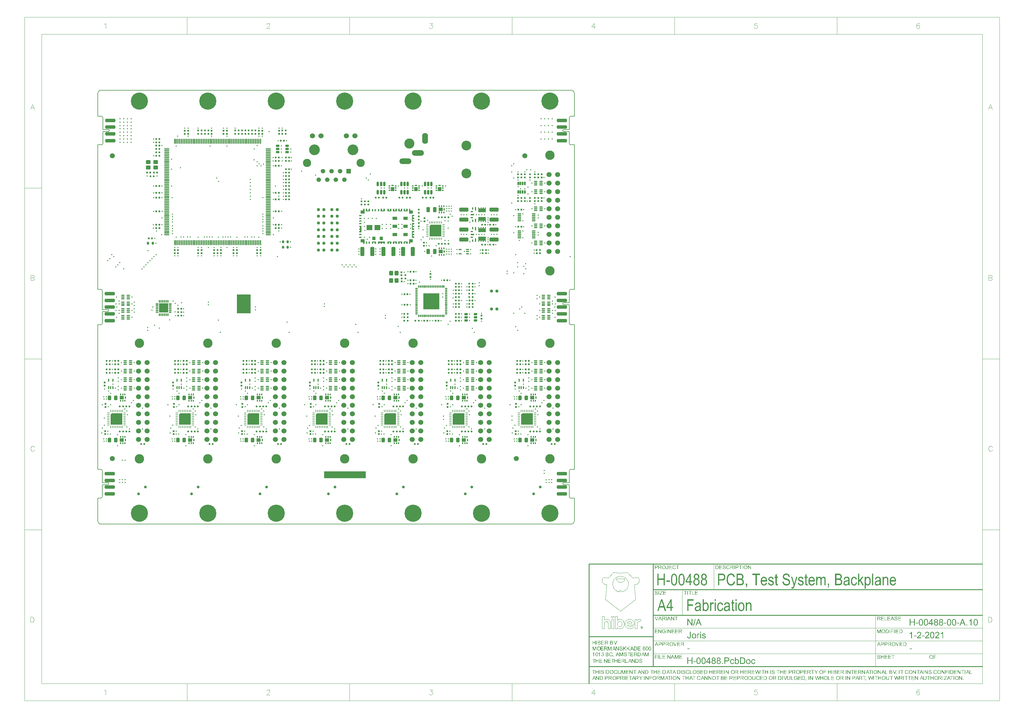
<source format=gts>
G04*
G04 #@! TF.GenerationSoftware,Altium Limited,Altium Designer,21.0.9 (235)*
G04*
G04 Layer_Color=8388736*
%FSLAX44Y44*%
%MOMM*%
G71*
G04*
G04 #@! TF.SameCoordinates,A4F98B16-F3DB-4773-8883-61DEE8D61BF0*
G04*
G04*
G04 #@! TF.FilePolarity,Negative*
G04*
G01*
G75*
%ADD12C,0.2000*%
%ADD16C,0.2539*%
%ADD17C,0.0423*%
%ADD18C,0.1000*%
%ADD19C,0.0991*%
%ADD20C,0.0127*%
G04:AMPARAMS|DCode=21|XSize=0.59mm|YSize=0.58mm|CornerRadius=0.1508mm|HoleSize=0mm|Usage=FLASHONLY|Rotation=180.000|XOffset=0mm|YOffset=0mm|HoleType=Round|Shape=RoundedRectangle|*
%AMROUNDEDRECTD21*
21,1,0.5900,0.2784,0,0,180.0*
21,1,0.2884,0.5800,0,0,180.0*
1,1,0.3016,-0.1442,0.1392*
1,1,0.3016,0.1442,0.1392*
1,1,0.3016,0.1442,-0.1392*
1,1,0.3016,-0.1442,-0.1392*
%
%ADD21ROUNDEDRECTD21*%
%ADD22R,0.4000X0.7000*%
%ADD23R,0.7000X0.4000*%
G04:AMPARAMS|DCode=24|XSize=1.16mm|YSize=2.72mm|CornerRadius=0.2494mm|HoleSize=0mm|Usage=FLASHONLY|Rotation=180.000|XOffset=0mm|YOffset=0mm|HoleType=Round|Shape=RoundedRectangle|*
%AMROUNDEDRECTD24*
21,1,1.1600,2.2212,0,0,180.0*
21,1,0.6612,2.7200,0,0,180.0*
1,1,0.4988,-0.3306,1.1106*
1,1,0.4988,0.3306,1.1106*
1,1,0.4988,0.3306,-1.1106*
1,1,0.4988,-0.3306,-1.1106*
%
%ADD24ROUNDEDRECTD24*%
G04:AMPARAMS|DCode=25|XSize=0.54mm|YSize=0.58mm|CornerRadius=0.1404mm|HoleSize=0mm|Usage=FLASHONLY|Rotation=0.000|XOffset=0mm|YOffset=0mm|HoleType=Round|Shape=RoundedRectangle|*
%AMROUNDEDRECTD25*
21,1,0.5400,0.2992,0,0,0.0*
21,1,0.2592,0.5800,0,0,0.0*
1,1,0.2808,0.1296,-0.1496*
1,1,0.2808,-0.1296,-0.1496*
1,1,0.2808,-0.1296,0.1496*
1,1,0.2808,0.1296,0.1496*
%
%ADD25ROUNDEDRECTD25*%
G04:AMPARAMS|DCode=26|XSize=0.59mm|YSize=0.58mm|CornerRadius=0.1508mm|HoleSize=0mm|Usage=FLASHONLY|Rotation=270.000|XOffset=0mm|YOffset=0mm|HoleType=Round|Shape=RoundedRectangle|*
%AMROUNDEDRECTD26*
21,1,0.5900,0.2784,0,0,270.0*
21,1,0.2884,0.5800,0,0,270.0*
1,1,0.3016,-0.1392,-0.1442*
1,1,0.3016,-0.1392,0.1442*
1,1,0.3016,0.1392,0.1442*
1,1,0.3016,0.1392,-0.1442*
%
%ADD26ROUNDEDRECTD26*%
G04:AMPARAMS|DCode=27|XSize=1.16mm|YSize=2.72mm|CornerRadius=0.2494mm|HoleSize=0mm|Usage=FLASHONLY|Rotation=90.000|XOffset=0mm|YOffset=0mm|HoleType=Round|Shape=RoundedRectangle|*
%AMROUNDEDRECTD27*
21,1,1.1600,2.2212,0,0,90.0*
21,1,0.6612,2.7200,0,0,90.0*
1,1,0.4988,1.1106,0.3306*
1,1,0.4988,1.1106,-0.3306*
1,1,0.4988,-1.1106,-0.3306*
1,1,0.4988,-1.1106,0.3306*
%
%ADD27ROUNDEDRECTD27*%
G04:AMPARAMS|DCode=28|XSize=0.8mm|YSize=0.8mm|CornerRadius=0.2mm|HoleSize=0mm|Usage=FLASHONLY|Rotation=0.000|XOffset=0mm|YOffset=0mm|HoleType=Round|Shape=RoundedRectangle|*
%AMROUNDEDRECTD28*
21,1,0.8000,0.4000,0,0,0.0*
21,1,0.4000,0.8000,0,0,0.0*
1,1,0.4000,0.2000,-0.2000*
1,1,0.4000,-0.2000,-0.2000*
1,1,0.4000,-0.2000,0.2000*
1,1,0.4000,0.2000,0.2000*
%
%ADD28ROUNDEDRECTD28*%
G04:AMPARAMS|DCode=29|XSize=0.99mm|YSize=0.3mm|CornerRadius=0.0795mm|HoleSize=0mm|Usage=FLASHONLY|Rotation=0.000|XOffset=0mm|YOffset=0mm|HoleType=Round|Shape=RoundedRectangle|*
%AMROUNDEDRECTD29*
21,1,0.9900,0.1410,0,0,0.0*
21,1,0.8310,0.3000,0,0,0.0*
1,1,0.1590,0.4155,-0.0705*
1,1,0.1590,-0.4155,-0.0705*
1,1,0.1590,-0.4155,0.0705*
1,1,0.1590,0.4155,0.0705*
%
%ADD29ROUNDEDRECTD29*%
G04:AMPARAMS|DCode=30|XSize=0.6mm|YSize=0.8mm|CornerRadius=0.15mm|HoleSize=0mm|Usage=FLASHONLY|Rotation=180.000|XOffset=0mm|YOffset=0mm|HoleType=Round|Shape=RoundedRectangle|*
%AMROUNDEDRECTD30*
21,1,0.6000,0.5000,0,0,180.0*
21,1,0.3000,0.8000,0,0,180.0*
1,1,0.3000,-0.1500,0.2500*
1,1,0.3000,0.1500,0.2500*
1,1,0.3000,0.1500,-0.2500*
1,1,0.3000,-0.1500,-0.2500*
%
%ADD30ROUNDEDRECTD30*%
G04:AMPARAMS|DCode=31|XSize=0.35mm|YSize=0.43mm|CornerRadius=0.0438mm|HoleSize=0mm|Usage=FLASHONLY|Rotation=0.000|XOffset=0mm|YOffset=0mm|HoleType=Round|Shape=RoundedRectangle|*
%AMROUNDEDRECTD31*
21,1,0.3500,0.3425,0,0,0.0*
21,1,0.2625,0.4300,0,0,0.0*
1,1,0.0875,0.1313,-0.1713*
1,1,0.0875,-0.1313,-0.1713*
1,1,0.0875,-0.1313,0.1713*
1,1,0.0875,0.1313,0.1713*
%
%ADD31ROUNDEDRECTD31*%
G04:AMPARAMS|DCode=33|XSize=0.35mm|YSize=0.66mm|CornerRadius=0.0438mm|HoleSize=0mm|Usage=FLASHONLY|Rotation=0.000|XOffset=0mm|YOffset=0mm|HoleType=Round|Shape=RoundedRectangle|*
%AMROUNDEDRECTD33*
21,1,0.3500,0.5725,0,0,0.0*
21,1,0.2625,0.6600,0,0,0.0*
1,1,0.0875,0.1313,-0.2862*
1,1,0.0875,-0.1313,-0.2862*
1,1,0.0875,-0.1313,0.2862*
1,1,0.0875,0.1313,0.2862*
%
%ADD33ROUNDEDRECTD33*%
G04:AMPARAMS|DCode=34|XSize=0.35mm|YSize=0.43mm|CornerRadius=0.0438mm|HoleSize=0mm|Usage=FLASHONLY|Rotation=90.000|XOffset=0mm|YOffset=0mm|HoleType=Round|Shape=RoundedRectangle|*
%AMROUNDEDRECTD34*
21,1,0.3500,0.3425,0,0,90.0*
21,1,0.2625,0.4300,0,0,90.0*
1,1,0.0875,0.1713,0.1313*
1,1,0.0875,0.1713,-0.1313*
1,1,0.0875,-0.1713,-0.1313*
1,1,0.0875,-0.1713,0.1313*
%
%ADD34ROUNDEDRECTD34*%
G04:AMPARAMS|DCode=36|XSize=0.35mm|YSize=0.66mm|CornerRadius=0.0438mm|HoleSize=0mm|Usage=FLASHONLY|Rotation=90.000|XOffset=0mm|YOffset=0mm|HoleType=Round|Shape=RoundedRectangle|*
%AMROUNDEDRECTD36*
21,1,0.3500,0.5725,0,0,90.0*
21,1,0.2625,0.6600,0,0,90.0*
1,1,0.0875,0.2862,0.1313*
1,1,0.0875,0.2862,-0.1313*
1,1,0.0875,-0.2862,-0.1313*
1,1,0.0875,-0.2862,0.1313*
%
%ADD36ROUNDEDRECTD36*%
G04:AMPARAMS|DCode=37|XSize=0.54mm|YSize=0.58mm|CornerRadius=0.1404mm|HoleSize=0mm|Usage=FLASHONLY|Rotation=90.000|XOffset=0mm|YOffset=0mm|HoleType=Round|Shape=RoundedRectangle|*
%AMROUNDEDRECTD37*
21,1,0.5400,0.2992,0,0,90.0*
21,1,0.2592,0.5800,0,0,90.0*
1,1,0.2808,0.1496,0.1296*
1,1,0.2808,0.1496,-0.1296*
1,1,0.2808,-0.1496,-0.1296*
1,1,0.2808,-0.1496,0.1296*
%
%ADD37ROUNDEDRECTD37*%
G04:AMPARAMS|DCode=38|XSize=0.99mm|YSize=1.38mm|CornerRadius=0.2525mm|HoleSize=0mm|Usage=FLASHONLY|Rotation=180.000|XOffset=0mm|YOffset=0mm|HoleType=Round|Shape=RoundedRectangle|*
%AMROUNDEDRECTD38*
21,1,0.9900,0.8751,0,0,180.0*
21,1,0.4851,1.3800,0,0,180.0*
1,1,0.5049,-0.2426,0.4376*
1,1,0.5049,0.2426,0.4376*
1,1,0.5049,0.2426,-0.4376*
1,1,0.5049,-0.2426,-0.4376*
%
%ADD38ROUNDEDRECTD38*%
G04:AMPARAMS|DCode=39|XSize=1.09mm|YSize=1.48mm|CornerRadius=0.2507mm|HoleSize=0mm|Usage=FLASHONLY|Rotation=0.000|XOffset=0mm|YOffset=0mm|HoleType=Round|Shape=RoundedRectangle|*
%AMROUNDEDRECTD39*
21,1,1.0900,0.9786,0,0,0.0*
21,1,0.5886,1.4800,0,0,0.0*
1,1,0.5014,0.2943,-0.4893*
1,1,0.5014,-0.2943,-0.4893*
1,1,0.5014,-0.2943,0.4893*
1,1,0.5014,0.2943,0.4893*
%
%ADD39ROUNDEDRECTD39*%
G04:AMPARAMS|DCode=40|XSize=1.54mm|YSize=0.3mm|CornerRadius=0.0795mm|HoleSize=0mm|Usage=FLASHONLY|Rotation=270.000|XOffset=0mm|YOffset=0mm|HoleType=Round|Shape=RoundedRectangle|*
%AMROUNDEDRECTD40*
21,1,1.5400,0.1410,0,0,270.0*
21,1,1.3810,0.3000,0,0,270.0*
1,1,0.1590,-0.0705,-0.6905*
1,1,0.1590,-0.0705,0.6905*
1,1,0.1590,0.0705,0.6905*
1,1,0.1590,0.0705,-0.6905*
%
%ADD40ROUNDEDRECTD40*%
G04:AMPARAMS|DCode=41|XSize=1.54mm|YSize=0.3mm|CornerRadius=0.0795mm|HoleSize=0mm|Usage=FLASHONLY|Rotation=0.000|XOffset=0mm|YOffset=0mm|HoleType=Round|Shape=RoundedRectangle|*
%AMROUNDEDRECTD41*
21,1,1.5400,0.1410,0,0,0.0*
21,1,1.3810,0.3000,0,0,0.0*
1,1,0.1590,0.6905,-0.0705*
1,1,0.1590,-0.6905,-0.0705*
1,1,0.1590,-0.6905,0.0705*
1,1,0.1590,0.6905,0.0705*
%
%ADD41ROUNDEDRECTD41*%
G04:AMPARAMS|DCode=42|XSize=1.1mm|YSize=0.6mm|CornerRadius=0.15mm|HoleSize=0mm|Usage=FLASHONLY|Rotation=0.000|XOffset=0mm|YOffset=0mm|HoleType=Round|Shape=RoundedRectangle|*
%AMROUNDEDRECTD42*
21,1,1.1000,0.3000,0,0,0.0*
21,1,0.8000,0.6000,0,0,0.0*
1,1,0.3000,0.4000,-0.1500*
1,1,0.3000,-0.4000,-0.1500*
1,1,0.3000,-0.4000,0.1500*
1,1,0.3000,0.4000,0.1500*
%
%ADD42ROUNDEDRECTD42*%
G04:AMPARAMS|DCode=43|XSize=0.7mm|YSize=0.25mm|CornerRadius=0.07mm|HoleSize=0mm|Usage=FLASHONLY|Rotation=90.000|XOffset=0mm|YOffset=0mm|HoleType=Round|Shape=RoundedRectangle|*
%AMROUNDEDRECTD43*
21,1,0.7000,0.1100,0,0,90.0*
21,1,0.5600,0.2500,0,0,90.0*
1,1,0.1400,0.0550,0.2800*
1,1,0.1400,0.0550,-0.2800*
1,1,0.1400,-0.0550,-0.2800*
1,1,0.1400,-0.0550,0.2800*
%
%ADD43ROUNDEDRECTD43*%
G04:AMPARAMS|DCode=44|XSize=0.7mm|YSize=0.25mm|CornerRadius=0.07mm|HoleSize=0mm|Usage=FLASHONLY|Rotation=0.000|XOffset=0mm|YOffset=0mm|HoleType=Round|Shape=RoundedRectangle|*
%AMROUNDEDRECTD44*
21,1,0.7000,0.1100,0,0,0.0*
21,1,0.5600,0.2500,0,0,0.0*
1,1,0.1400,0.2800,-0.0550*
1,1,0.1400,-0.2800,-0.0550*
1,1,0.1400,-0.2800,0.0550*
1,1,0.1400,0.2800,0.0550*
%
%ADD44ROUNDEDRECTD44*%
G04:AMPARAMS|DCode=45|XSize=0.9mm|YSize=0.38mm|CornerRadius=0.1007mm|HoleSize=0mm|Usage=FLASHONLY|Rotation=270.000|XOffset=0mm|YOffset=0mm|HoleType=Round|Shape=RoundedRectangle|*
%AMROUNDEDRECTD45*
21,1,0.9000,0.1786,0,0,270.0*
21,1,0.6986,0.3800,0,0,270.0*
1,1,0.2014,-0.0893,-0.3493*
1,1,0.2014,-0.0893,0.3493*
1,1,0.2014,0.0893,0.3493*
1,1,0.2014,0.0893,-0.3493*
%
%ADD45ROUNDEDRECTD45*%
G04:AMPARAMS|DCode=46|XSize=0.76mm|YSize=0.26mm|CornerRadius=0.0702mm|HoleSize=0mm|Usage=FLASHONLY|Rotation=180.000|XOffset=0mm|YOffset=0mm|HoleType=Round|Shape=RoundedRectangle|*
%AMROUNDEDRECTD46*
21,1,0.7600,0.1196,0,0,180.0*
21,1,0.6196,0.2600,0,0,180.0*
1,1,0.1404,-0.3098,0.0598*
1,1,0.1404,0.3098,0.0598*
1,1,0.1404,0.3098,-0.0598*
1,1,0.1404,-0.3098,-0.0598*
%
%ADD46ROUNDEDRECTD46*%
G04:AMPARAMS|DCode=47|XSize=0.76mm|YSize=0.26mm|CornerRadius=0.0702mm|HoleSize=0mm|Usage=FLASHONLY|Rotation=270.000|XOffset=0mm|YOffset=0mm|HoleType=Round|Shape=RoundedRectangle|*
%AMROUNDEDRECTD47*
21,1,0.7600,0.1196,0,0,270.0*
21,1,0.6196,0.2600,0,0,270.0*
1,1,0.1404,-0.0598,-0.3098*
1,1,0.1404,-0.0598,0.3098*
1,1,0.1404,0.0598,0.3098*
1,1,0.1404,0.0598,-0.3098*
%
%ADD47ROUNDEDRECTD47*%
G04:AMPARAMS|DCode=48|XSize=1.04mm|YSize=0.32mm|CornerRadius=0.08mm|HoleSize=0mm|Usage=FLASHONLY|Rotation=180.000|XOffset=0mm|YOffset=0mm|HoleType=Round|Shape=RoundedRectangle|*
%AMROUNDEDRECTD48*
21,1,1.0400,0.1600,0,0,180.0*
21,1,0.8800,0.3200,0,0,180.0*
1,1,0.1600,-0.4400,0.0800*
1,1,0.1600,0.4400,0.0800*
1,1,0.1600,0.4400,-0.0800*
1,1,0.1600,-0.4400,-0.0800*
%
%ADD48ROUNDEDRECTD48*%
G04:AMPARAMS|DCode=49|XSize=0.85mm|YSize=0.28mm|CornerRadius=0.07mm|HoleSize=0mm|Usage=FLASHONLY|Rotation=0.000|XOffset=0mm|YOffset=0mm|HoleType=Round|Shape=RoundedRectangle|*
%AMROUNDEDRECTD49*
21,1,0.8500,0.1400,0,0,0.0*
21,1,0.7100,0.2800,0,0,0.0*
1,1,0.1400,0.3550,-0.0700*
1,1,0.1400,-0.3550,-0.0700*
1,1,0.1400,-0.3550,0.0700*
1,1,0.1400,0.3550,0.0700*
%
%ADD49ROUNDEDRECTD49*%
G04:AMPARAMS|DCode=50|XSize=0.85mm|YSize=0.28mm|CornerRadius=0.07mm|HoleSize=0mm|Usage=FLASHONLY|Rotation=270.000|XOffset=0mm|YOffset=0mm|HoleType=Round|Shape=RoundedRectangle|*
%AMROUNDEDRECTD50*
21,1,0.8500,0.1400,0,0,270.0*
21,1,0.7100,0.2800,0,0,270.0*
1,1,0.1400,-0.0700,-0.3550*
1,1,0.1400,-0.0700,0.3550*
1,1,0.1400,0.0700,0.3550*
1,1,0.1400,0.0700,-0.3550*
%
%ADD50ROUNDEDRECTD50*%
G04:AMPARAMS|DCode=51|XSize=1.3mm|YSize=0.61mm|CornerRadius=0.1495mm|HoleSize=0mm|Usage=FLASHONLY|Rotation=270.000|XOffset=0mm|YOffset=0mm|HoleType=Round|Shape=RoundedRectangle|*
%AMROUNDEDRECTD51*
21,1,1.3000,0.3111,0,0,270.0*
21,1,1.0011,0.6100,0,0,270.0*
1,1,0.2989,-0.1556,-0.5006*
1,1,0.2989,-0.1556,0.5006*
1,1,0.2989,0.1556,0.5006*
1,1,0.2989,0.1556,-0.5006*
%
%ADD51ROUNDEDRECTD51*%
G04:AMPARAMS|DCode=52|XSize=0.7mm|YSize=0.3mm|CornerRadius=0mm|HoleSize=0mm|Usage=FLASHONLY|Rotation=270.000|XOffset=0mm|YOffset=0mm|HoleType=Round|Shape=RoundedRectangle|*
%AMROUNDEDRECTD52*
21,1,0.7000,0.3000,0,0,270.0*
21,1,0.7000,0.3000,0,0,270.0*
1,1,0.0000,-0.1500,-0.3500*
1,1,0.0000,-0.1500,0.3500*
1,1,0.0000,0.1500,0.3500*
1,1,0.0000,0.1500,-0.3500*
%
%ADD52ROUNDEDRECTD52*%
G04:AMPARAMS|DCode=53|XSize=1mm|YSize=0.4mm|CornerRadius=0mm|HoleSize=0mm|Usage=FLASHONLY|Rotation=270.000|XOffset=0mm|YOffset=0mm|HoleType=Round|Shape=RoundedRectangle|*
%AMROUNDEDRECTD53*
21,1,1.0000,0.4000,0,0,270.0*
21,1,1.0000,0.4000,0,0,270.0*
1,1,0.0000,-0.2000,-0.5000*
1,1,0.0000,-0.2000,0.5000*
1,1,0.0000,0.2000,0.5000*
1,1,0.0000,0.2000,-0.5000*
%
%ADD53ROUNDEDRECTD53*%
G04:AMPARAMS|DCode=54|XSize=0.7mm|YSize=0.3mm|CornerRadius=0mm|HoleSize=0mm|Usage=FLASHONLY|Rotation=180.000|XOffset=0mm|YOffset=0mm|HoleType=Round|Shape=RoundedRectangle|*
%AMROUNDEDRECTD54*
21,1,0.7000,0.3000,0,0,180.0*
21,1,0.7000,0.3000,0,0,180.0*
1,1,0.0000,-0.3500,0.1500*
1,1,0.0000,0.3500,0.1500*
1,1,0.0000,0.3500,-0.1500*
1,1,0.0000,-0.3500,-0.1500*
%
%ADD54ROUNDEDRECTD54*%
G04:AMPARAMS|DCode=55|XSize=0.9mm|YSize=0.38mm|CornerRadius=0.1007mm|HoleSize=0mm|Usage=FLASHONLY|Rotation=0.000|XOffset=0mm|YOffset=0mm|HoleType=Round|Shape=RoundedRectangle|*
%AMROUNDEDRECTD55*
21,1,0.9000,0.1786,0,0,0.0*
21,1,0.6986,0.3800,0,0,0.0*
1,1,0.2014,0.3493,-0.0893*
1,1,0.2014,-0.3493,-0.0893*
1,1,0.2014,-0.3493,0.0893*
1,1,0.2014,0.3493,0.0893*
%
%ADD55ROUNDEDRECTD55*%
G04:AMPARAMS|DCode=56|XSize=1.05mm|YSize=0.45mm|CornerRadius=0.1103mm|HoleSize=0mm|Usage=FLASHONLY|Rotation=270.000|XOffset=0mm|YOffset=0mm|HoleType=Round|Shape=RoundedRectangle|*
%AMROUNDEDRECTD56*
21,1,1.0500,0.2295,0,0,270.0*
21,1,0.8295,0.4500,0,0,270.0*
1,1,0.2205,-0.1148,-0.4148*
1,1,0.2205,-0.1148,0.4148*
1,1,0.2205,0.1148,0.4148*
1,1,0.2205,0.1148,-0.4148*
%
%ADD56ROUNDEDRECTD56*%
G04:AMPARAMS|DCode=57|XSize=1.15mm|YSize=1.4mm|CornerRadius=0.2473mm|HoleSize=0mm|Usage=FLASHONLY|Rotation=270.000|XOffset=0mm|YOffset=0mm|HoleType=Round|Shape=RoundedRectangle|*
%AMROUNDEDRECTD57*
21,1,1.1500,0.9055,0,0,270.0*
21,1,0.6555,1.4000,0,0,270.0*
1,1,0.4945,-0.4528,-0.3278*
1,1,0.4945,-0.4528,0.3278*
1,1,0.4945,0.4528,0.3278*
1,1,0.4945,0.4528,-0.3278*
%
%ADD57ROUNDEDRECTD57*%
G04:AMPARAMS|DCode=58|XSize=1.15mm|YSize=1.4mm|CornerRadius=0.2473mm|HoleSize=0mm|Usage=FLASHONLY|Rotation=0.000|XOffset=0mm|YOffset=0mm|HoleType=Round|Shape=RoundedRectangle|*
%AMROUNDEDRECTD58*
21,1,1.1500,0.9055,0,0,0.0*
21,1,0.6555,1.4000,0,0,0.0*
1,1,0.4945,0.3278,-0.4528*
1,1,0.4945,-0.3278,-0.4528*
1,1,0.4945,-0.3278,0.4528*
1,1,0.4945,0.3278,0.4528*
%
%ADD58ROUNDEDRECTD58*%
%ADD59R,4.0640X5.5880*%
%ADD60R,12.4000X2.0000*%
G04:AMPARAMS|DCode=61|XSize=3mm|YSize=1mm|CornerRadius=0.25mm|HoleSize=0mm|Usage=FLASHONLY|Rotation=180.000|XOffset=0mm|YOffset=0mm|HoleType=Round|Shape=RoundedRectangle|*
%AMROUNDEDRECTD61*
21,1,3.0000,0.5000,0,0,180.0*
21,1,2.5000,1.0000,0,0,180.0*
1,1,0.5000,-1.2500,0.2500*
1,1,0.5000,1.2500,0.2500*
1,1,0.5000,1.2500,-0.2500*
1,1,0.5000,-1.2500,-0.2500*
%
%ADD61ROUNDEDRECTD61*%
%ADD62C,1.5000*%
G04:AMPARAMS|DCode=63|XSize=1.25mm|YSize=1.1mm|CornerRadius=0.1375mm|HoleSize=0mm|Usage=FLASHONLY|Rotation=0.000|XOffset=0mm|YOffset=0mm|HoleType=Round|Shape=RoundedRectangle|*
%AMROUNDEDRECTD63*
21,1,1.2500,0.8250,0,0,0.0*
21,1,0.9750,1.1000,0,0,0.0*
1,1,0.2750,0.4875,-0.4125*
1,1,0.2750,-0.4875,-0.4125*
1,1,0.2750,-0.4875,0.4125*
1,1,0.2750,0.4875,0.4125*
%
%ADD63ROUNDEDRECTD63*%
G04:AMPARAMS|DCode=64|XSize=1.25mm|YSize=1.1mm|CornerRadius=0.1375mm|HoleSize=0mm|Usage=FLASHONLY|Rotation=90.000|XOffset=0mm|YOffset=0mm|HoleType=Round|Shape=RoundedRectangle|*
%AMROUNDEDRECTD64*
21,1,1.2500,0.8250,0,0,90.0*
21,1,0.9750,1.1000,0,0,90.0*
1,1,0.2750,0.4125,0.4875*
1,1,0.2750,0.4125,-0.4875*
1,1,0.2750,-0.4125,-0.4875*
1,1,0.2750,-0.4125,0.4875*
%
%ADD64ROUNDEDRECTD64*%
%ADD65R,4.7000X4.7000*%
%ADD66R,2.7000X2.7000*%
%ADD67C,1.5000*%
%ADD68C,2.8000*%
%ADD69R,1.3400X1.3400*%
%ADD70C,1.3400*%
%ADD71C,1.5300*%
%ADD72C,2.4500*%
%ADD73C,3.2000*%
%ADD74C,2.9100*%
G04:AMPARAMS|DCode=75|XSize=3.25mm|YSize=1.75mm|CornerRadius=0.875mm|HoleSize=0mm|Usage=FLASHONLY|Rotation=90.000|XOffset=0mm|YOffset=0mm|HoleType=Round|Shape=RoundedRectangle|*
%AMROUNDEDRECTD75*
21,1,3.2500,0.0000,0,0,90.0*
21,1,1.5000,1.7500,0,0,90.0*
1,1,1.7500,0.0000,0.7500*
1,1,1.7500,0.0000,-0.7500*
1,1,1.7500,0.0000,-0.7500*
1,1,1.7500,0.0000,0.7500*
%
%ADD75ROUNDEDRECTD75*%
G04:AMPARAMS|DCode=76|XSize=3.55mm|YSize=1.75mm|CornerRadius=0.875mm|HoleSize=0mm|Usage=FLASHONLY|Rotation=0.000|XOffset=0mm|YOffset=0mm|HoleType=Round|Shape=RoundedRectangle|*
%AMROUNDEDRECTD76*
21,1,3.5500,0.0000,0,0,0.0*
21,1,1.8000,1.7500,0,0,0.0*
1,1,1.7500,0.9000,0.0000*
1,1,1.7500,-0.9000,0.0000*
1,1,1.7500,-0.9000,0.0000*
1,1,1.7500,0.9000,0.0000*
%
%ADD76ROUNDEDRECTD76*%
%ADD77C,3.0000*%
%ADD78C,5.1000*%
%ADD79C,0.3500*%
%ADD80C,0.4000*%
%ADD81C,0.8112*%
G36*
X-190961Y296998D02*
X-190922Y296994D01*
X-190883Y296986D01*
X-190845Y296976D01*
X-190809Y296962D01*
X-190773Y296946D01*
X-190739Y296926D01*
X-190706Y296905D01*
X-190675Y296880D01*
X-190646Y296854D01*
X-190620Y296825D01*
X-190595Y296794D01*
X-190574Y296761D01*
X-190554Y296727D01*
X-190538Y296691D01*
X-190524Y296655D01*
X-190514Y296617D01*
X-190506Y296578D01*
X-190502Y296539D01*
X-190500Y296500D01*
Y282500D01*
X-190499Y282460D01*
X-190502Y282420D01*
X-190509Y282381D01*
X-190518Y282342D01*
X-190531Y282304D01*
X-190547Y282268D01*
X-190565Y282233D01*
X-190587Y282199D01*
X-190612Y282168D01*
X-190639Y282139D01*
X-190668Y282112D01*
X-190699Y282087D01*
X-190733Y282065D01*
X-190768Y282047D01*
X-190804Y282031D01*
X-190842Y282018D01*
X-190881Y282009D01*
X-190920Y282002D01*
X-190960Y281999D01*
X-191000Y282000D01*
X-212500D01*
X-212539Y282002D01*
X-212578Y282006D01*
X-212617Y282014D01*
X-212655Y282024D01*
X-212691Y282038D01*
X-212727Y282054D01*
X-212761Y282074D01*
X-212794Y282095D01*
X-212825Y282120D01*
X-212854Y282146D01*
X-212880Y282175D01*
X-212905Y282206D01*
X-212926Y282239D01*
X-212946Y282273D01*
X-212962Y282309D01*
X-212976Y282345D01*
X-212986Y282383D01*
X-212994Y282422D01*
X-212998Y282461D01*
X-213000Y282500D01*
Y296500D01*
X-212990Y296576D01*
X-212969Y296651D01*
X-212938Y296722D01*
X-212896Y296787D01*
X-212846Y296846D01*
X-212787Y296896D01*
X-212722Y296938D01*
X-212651Y296969D01*
X-212500Y297000D01*
X-210500D01*
X-210461Y296998D01*
X-210422Y296994D01*
X-210383Y296986D01*
X-210345Y296976D01*
X-210309Y296962D01*
X-210273Y296946D01*
X-210239Y296926D01*
X-210206Y296905D01*
X-210175Y296880D01*
X-210146Y296854D01*
X-210120Y296825D01*
X-210095Y296794D01*
X-210074Y296761D01*
X-210054Y296727D01*
X-210038Y296691D01*
X-210024Y296655D01*
X-210014Y296617D01*
X-210006Y296578D01*
X-210002Y296539D01*
X-210000Y296500D01*
Y293750D01*
X-209990Y293674D01*
X-209969Y293599D01*
X-209938Y293528D01*
X-209896Y293463D01*
X-209846Y293404D01*
X-209787Y293354D01*
X-209722Y293312D01*
X-209651Y293281D01*
X-209576Y293260D01*
X-209500Y293250D01*
X-207000D01*
X-206961Y293252D01*
X-206922Y293256D01*
X-206883Y293264D01*
X-206845Y293274D01*
X-206809Y293288D01*
X-206773Y293304D01*
X-206739Y293324D01*
X-206706Y293345D01*
X-206675Y293370D01*
X-206646Y293396D01*
X-206620Y293425D01*
X-206595Y293456D01*
X-206574Y293489D01*
X-206554Y293523D01*
X-206538Y293559D01*
X-206524Y293595D01*
X-206514Y293633D01*
X-206506Y293672D01*
X-206502Y293711D01*
X-206500Y293750D01*
Y296500D01*
X-206490Y296576D01*
X-206469Y296651D01*
X-206438Y296722D01*
X-206396Y296787D01*
X-206346Y296846D01*
X-206287Y296896D01*
X-206222Y296938D01*
X-206151Y296969D01*
X-206000Y297000D01*
X-204000D01*
X-203961Y296998D01*
X-203922Y296994D01*
X-203883Y296986D01*
X-203845Y296976D01*
X-203809Y296962D01*
X-203773Y296946D01*
X-203739Y296926D01*
X-203706Y296905D01*
X-203675Y296880D01*
X-203646Y296854D01*
X-203620Y296825D01*
X-203595Y296794D01*
X-203574Y296761D01*
X-203554Y296727D01*
X-203538Y296691D01*
X-203524Y296655D01*
X-203514Y296617D01*
X-203506Y296578D01*
X-203502Y296539D01*
X-203500Y296500D01*
Y293750D01*
X-203490Y293674D01*
X-203469Y293599D01*
X-203438Y293528D01*
X-203396Y293463D01*
X-203346Y293404D01*
X-203287Y293354D01*
X-203222Y293312D01*
X-203151Y293281D01*
X-203076Y293260D01*
X-203000Y293250D01*
X-200500D01*
X-200461Y293252D01*
X-200422Y293256D01*
X-200383Y293264D01*
X-200345Y293274D01*
X-200309Y293288D01*
X-200273Y293304D01*
X-200239Y293324D01*
X-200206Y293345D01*
X-200175Y293370D01*
X-200146Y293396D01*
X-200120Y293425D01*
X-200095Y293456D01*
X-200074Y293489D01*
X-200054Y293523D01*
X-200038Y293559D01*
X-200024Y293595D01*
X-200014Y293633D01*
X-200006Y293672D01*
X-200002Y293711D01*
X-200000Y293750D01*
Y296500D01*
X-199990Y296576D01*
X-199969Y296651D01*
X-199938Y296722D01*
X-199896Y296787D01*
X-199846Y296846D01*
X-199787Y296896D01*
X-199722Y296938D01*
X-199651Y296969D01*
X-199500Y297000D01*
X-197500D01*
X-197461Y296998D01*
X-197422Y296994D01*
X-197383Y296986D01*
X-197345Y296976D01*
X-197309Y296962D01*
X-197273Y296946D01*
X-197239Y296926D01*
X-197206Y296905D01*
X-197175Y296880D01*
X-197146Y296854D01*
X-197120Y296825D01*
X-197095Y296794D01*
X-197074Y296761D01*
X-197054Y296727D01*
X-197038Y296691D01*
X-197024Y296655D01*
X-197014Y296617D01*
X-197006Y296578D01*
X-197002Y296539D01*
X-197000Y296500D01*
Y293750D01*
X-196990Y293674D01*
X-196969Y293599D01*
X-196938Y293528D01*
X-196896Y293463D01*
X-196846Y293404D01*
X-196787Y293354D01*
X-196722Y293312D01*
X-196651Y293281D01*
X-196576Y293260D01*
X-196500Y293250D01*
X-194000D01*
X-193961Y293252D01*
X-193922Y293256D01*
X-193883Y293264D01*
X-193845Y293274D01*
X-193809Y293288D01*
X-193773Y293304D01*
X-193739Y293324D01*
X-193706Y293345D01*
X-193675Y293370D01*
X-193646Y293396D01*
X-193620Y293425D01*
X-193595Y293456D01*
X-193574Y293489D01*
X-193554Y293523D01*
X-193538Y293559D01*
X-193524Y293595D01*
X-193514Y293633D01*
X-193506Y293672D01*
X-193502Y293711D01*
X-193500Y293750D01*
Y296500D01*
X-193490Y296576D01*
X-193469Y296651D01*
X-193438Y296722D01*
X-193396Y296787D01*
X-193346Y296846D01*
X-193287Y296896D01*
X-193222Y296938D01*
X-193151Y296969D01*
X-193000Y297000D01*
X-191000D01*
X-190961Y296998D01*
D02*
G37*
G36*
X-423000Y285000D02*
X-435000D01*
Y292000D01*
X-431000D01*
Y287700D01*
X-427000D01*
Y292000D01*
X-423000D01*
Y285000D01*
D02*
G37*
G36*
X-439000D02*
X-451000D01*
Y292000D01*
X-447000D01*
Y287700D01*
X-443000D01*
Y292000D01*
X-439000D01*
Y285000D01*
D02*
G37*
G36*
X-455000D02*
X-467000D01*
Y292000D01*
X-463000D01*
Y287700D01*
X-459000D01*
Y292000D01*
X-455000D01*
Y285000D01*
D02*
G37*
G36*
X-471000D02*
X-483000D01*
Y292000D01*
X-479000D01*
Y287700D01*
X-475000D01*
Y292000D01*
X-471000D01*
Y285000D01*
D02*
G37*
G36*
X-491000D02*
X-503000D01*
Y292000D01*
X-499000D01*
Y287700D01*
X-495000D01*
Y292000D01*
X-491000D01*
Y285000D01*
D02*
G37*
G36*
X-535000D02*
X-547000D01*
Y292000D01*
X-543000D01*
Y287700D01*
X-539000D01*
Y292000D01*
X-535000D01*
Y285000D01*
D02*
G37*
G36*
X-415000Y287700D02*
X-407300D01*
Y278000D01*
X-419000D01*
Y292000D01*
X-415000D01*
Y287700D01*
D02*
G37*
G36*
X-551000Y278000D02*
X-562700D01*
Y287700D01*
X-555000D01*
Y292000D01*
X-551000D01*
Y278000D01*
D02*
G37*
G36*
X-225961Y276998D02*
X-225922Y276994D01*
X-225883Y276986D01*
X-225845Y276976D01*
X-225809Y276962D01*
X-225773Y276946D01*
X-225739Y276926D01*
X-225706Y276905D01*
X-225675Y276880D01*
X-225646Y276854D01*
X-225620Y276825D01*
X-225595Y276794D01*
X-225574Y276761D01*
X-225554Y276727D01*
X-225538Y276691D01*
X-225524Y276655D01*
X-225514Y276617D01*
X-225506Y276578D01*
X-225502Y276539D01*
X-225500Y276500D01*
Y273500D01*
X-225502Y273461D01*
X-225506Y273422D01*
X-225514Y273383D01*
X-225524Y273345D01*
X-225538Y273309D01*
X-225554Y273273D01*
X-225574Y273239D01*
X-225595Y273206D01*
X-225620Y273175D01*
X-225646Y273146D01*
X-225675Y273120D01*
X-225706Y273095D01*
X-225739Y273074D01*
X-225773Y273054D01*
X-225809Y273038D01*
X-225845Y273024D01*
X-225883Y273014D01*
X-225922Y273006D01*
X-225961Y273002D01*
X-226000Y273000D01*
X-235000D01*
X-235039Y273002D01*
X-235078Y273006D01*
X-235117Y273014D01*
X-235155Y273024D01*
X-235191Y273038D01*
X-235227Y273054D01*
X-235261Y273074D01*
X-235294Y273095D01*
X-235325Y273120D01*
X-235354Y273146D01*
X-235380Y273175D01*
X-235405Y273206D01*
X-235426Y273239D01*
X-235446Y273273D01*
X-235462Y273309D01*
X-235476Y273345D01*
X-235486Y273383D01*
X-235494Y273422D01*
X-235498Y273461D01*
X-235500Y273500D01*
Y276500D01*
X-235498Y276539D01*
X-235494Y276578D01*
X-235486Y276617D01*
X-235476Y276655D01*
X-235462Y276691D01*
X-235446Y276727D01*
X-235426Y276761D01*
X-235405Y276794D01*
X-235380Y276825D01*
X-235354Y276854D01*
X-235325Y276880D01*
X-235294Y276905D01*
X-235261Y276926D01*
X-235227Y276946D01*
X-235191Y276962D01*
X-235155Y276976D01*
X-235117Y276986D01*
X-235078Y276994D01*
X-235039Y276998D01*
X-235000Y277000D01*
X-226000D01*
X-225961Y276998D01*
D02*
G37*
G36*
X-422500Y259250D02*
X-435500D01*
Y268750D01*
X-422500D01*
Y259250D01*
D02*
G37*
G36*
X-454500D02*
X-467500D01*
Y268750D01*
X-454500D01*
Y259250D01*
D02*
G37*
G36*
X-403000Y270000D02*
X-407300D01*
Y266000D01*
X-403000D01*
Y262000D01*
X-407300D01*
Y258000D01*
X-403000D01*
Y254000D01*
X-410000D01*
Y274000D01*
X-403000D01*
Y270000D01*
D02*
G37*
G36*
X-190961Y267999D02*
X-190922Y267994D01*
X-190883Y267987D01*
X-190845Y267976D01*
X-190809Y267962D01*
X-190773Y267946D01*
X-190739Y267927D01*
X-190706Y267905D01*
X-190675Y267880D01*
X-190646Y267854D01*
X-190620Y267825D01*
X-190595Y267794D01*
X-190573Y267761D01*
X-190554Y267727D01*
X-190538Y267691D01*
X-190524Y267655D01*
X-190513Y267617D01*
X-190506Y267578D01*
X-190501Y267539D01*
X-190500Y267499D01*
Y253499D01*
X-190509Y253423D01*
X-190530Y253348D01*
X-190562Y253277D01*
X-190603Y253212D01*
X-190654Y253154D01*
X-190712Y253103D01*
X-190777Y253062D01*
X-190848Y253030D01*
X-190923Y253009D01*
X-191000Y253000D01*
X-193000D01*
X-193039Y253001D01*
X-193078Y253006D01*
X-193117Y253013D01*
X-193154Y253024D01*
X-193191Y253038D01*
X-193227Y253054D01*
X-193261Y253073D01*
X-193293Y253095D01*
X-193324Y253119D01*
X-193353Y253146D01*
X-193380Y253175D01*
X-193404Y253206D01*
X-193426Y253238D01*
X-193445Y253272D01*
X-193461Y253308D01*
X-193475Y253345D01*
X-193486Y253382D01*
X-193493Y253421D01*
X-193498Y253460D01*
X-193499Y253499D01*
Y256249D01*
X-193509Y256326D01*
X-193530Y256401D01*
X-193561Y256472D01*
X-193603Y256537D01*
X-193653Y256596D01*
X-193712Y256646D01*
X-193777Y256688D01*
X-193848Y256719D01*
X-193999Y256749D01*
X-196499D01*
X-196538Y256747D01*
X-196577Y256743D01*
X-196616Y256735D01*
X-196654Y256725D01*
X-196690Y256711D01*
X-196726Y256695D01*
X-196760Y256675D01*
X-196793Y256654D01*
X-196824Y256629D01*
X-196853Y256603D01*
X-196879Y256574D01*
X-196904Y256543D01*
X-196925Y256510D01*
X-196945Y256476D01*
X-196961Y256440D01*
X-196975Y256404D01*
X-196985Y256366D01*
X-196993Y256327D01*
X-196997Y256288D01*
X-196999Y256249D01*
Y253499D01*
X-197009Y253423D01*
X-197030Y253348D01*
X-197062Y253277D01*
X-197103Y253212D01*
X-197154Y253154D01*
X-197213Y253103D01*
X-197278Y253062D01*
X-197349Y253031D01*
X-197423Y253010D01*
X-197500Y253000D01*
X-199500D01*
X-199539Y253001D01*
X-199578Y253006D01*
X-199617Y253013D01*
X-199654Y253024D01*
X-199691Y253038D01*
X-199727Y253054D01*
X-199761Y253073D01*
X-199793Y253095D01*
X-199824Y253119D01*
X-199853Y253146D01*
X-199880Y253175D01*
X-199904Y253206D01*
X-199926Y253238D01*
X-199945Y253272D01*
X-199961Y253308D01*
X-199975Y253345D01*
X-199986Y253382D01*
X-199993Y253421D01*
X-199998Y253460D01*
X-199999Y253499D01*
Y256249D01*
X-200009Y256326D01*
X-200030Y256401D01*
X-200061Y256472D01*
X-200103Y256537D01*
X-200153Y256596D01*
X-200212Y256646D01*
X-200277Y256688D01*
X-200348Y256719D01*
X-200499Y256749D01*
X-202999D01*
X-203038Y256747D01*
X-203077Y256743D01*
X-203116Y256735D01*
X-203154Y256725D01*
X-203190Y256711D01*
X-203226Y256695D01*
X-203260Y256675D01*
X-203293Y256654D01*
X-203324Y256629D01*
X-203353Y256603D01*
X-203379Y256574D01*
X-203404Y256543D01*
X-203425Y256510D01*
X-203445Y256476D01*
X-203461Y256440D01*
X-203475Y256404D01*
X-203485Y256366D01*
X-203493Y256327D01*
X-203497Y256288D01*
X-203499Y256249D01*
Y253499D01*
X-203509Y253423D01*
X-203530Y253348D01*
X-203562Y253278D01*
X-203603Y253212D01*
X-203654Y253154D01*
X-203713Y253103D01*
X-203778Y253062D01*
X-203849Y253031D01*
X-203923Y253010D01*
X-204000Y253000D01*
X-206000D01*
X-206039Y253001D01*
X-206078Y253006D01*
X-206117Y253013D01*
X-206154Y253024D01*
X-206191Y253038D01*
X-206227Y253054D01*
X-206261Y253073D01*
X-206293Y253095D01*
X-206324Y253119D01*
X-206353Y253146D01*
X-206380Y253175D01*
X-206404Y253206D01*
X-206426Y253238D01*
X-206445Y253272D01*
X-206461Y253308D01*
X-206475Y253345D01*
X-206486Y253382D01*
X-206493Y253421D01*
X-206498Y253460D01*
X-206499Y253499D01*
Y256249D01*
X-206509Y256326D01*
X-206530Y256401D01*
X-206561Y256472D01*
X-206603Y256537D01*
X-206653Y256596D01*
X-206712Y256646D01*
X-206777Y256688D01*
X-206848Y256719D01*
X-206999Y256749D01*
X-209499D01*
X-209538Y256747D01*
X-209577Y256743D01*
X-209616Y256735D01*
X-209654Y256725D01*
X-209690Y256711D01*
X-209726Y256695D01*
X-209760Y256675D01*
X-209793Y256654D01*
X-209824Y256629D01*
X-209853Y256603D01*
X-209879Y256574D01*
X-209904Y256543D01*
X-209925Y256510D01*
X-209945Y256476D01*
X-209961Y256440D01*
X-209975Y256404D01*
X-209985Y256366D01*
X-209993Y256327D01*
X-209997Y256288D01*
X-209999Y256249D01*
Y253499D01*
X-210009Y253423D01*
X-210030Y253348D01*
X-210062Y253278D01*
X-210103Y253212D01*
X-210154Y253154D01*
X-210213Y253103D01*
X-210278Y253062D01*
X-210349Y253031D01*
X-210423Y253010D01*
X-210500Y253000D01*
X-212500D01*
X-212539Y253002D01*
X-212578Y253007D01*
X-212617Y253014D01*
X-212654Y253025D01*
X-212691Y253038D01*
X-212727Y253055D01*
X-212761Y253074D01*
X-212794Y253096D01*
X-212824Y253120D01*
X-212853Y253147D01*
X-212880Y253176D01*
X-212904Y253206D01*
X-212926Y253239D01*
X-212945Y253273D01*
X-212962Y253309D01*
X-212975Y253346D01*
X-212986Y253383D01*
X-212993Y253422D01*
X-212998Y253461D01*
X-213000Y253499D01*
Y267499D01*
X-213001Y267540D01*
X-212998Y267580D01*
X-212992Y267619D01*
X-212982Y267658D01*
X-212969Y267696D01*
X-212954Y267732D01*
X-212935Y267767D01*
X-212913Y267801D01*
X-212889Y267832D01*
X-212862Y267862D01*
X-212832Y267889D01*
X-212801Y267913D01*
X-212767Y267935D01*
X-212732Y267954D01*
X-212696Y267969D01*
X-212658Y267982D01*
X-212619Y267992D01*
X-212580Y267998D01*
X-212500Y268000D01*
X-191000D01*
X-190961Y267999D01*
D02*
G37*
G36*
X-422500Y235250D02*
X-435500D01*
Y244750D01*
X-422500D01*
Y235250D01*
D02*
G37*
G36*
X-454500D02*
X-467500D01*
Y244750D01*
X-454500D01*
Y235250D01*
D02*
G37*
G36*
X-190961Y237998D02*
X-190922Y237994D01*
X-190883Y237986D01*
X-190845Y237976D01*
X-190809Y237962D01*
X-190773Y237946D01*
X-190739Y237926D01*
X-190706Y237905D01*
X-190675Y237880D01*
X-190646Y237854D01*
X-190620Y237825D01*
X-190595Y237794D01*
X-190574Y237761D01*
X-190554Y237727D01*
X-190538Y237691D01*
X-190524Y237655D01*
X-190514Y237617D01*
X-190506Y237578D01*
X-190502Y237539D01*
X-190500Y237500D01*
Y223500D01*
X-190499Y223460D01*
X-190502Y223420D01*
X-190509Y223381D01*
X-190518Y223342D01*
X-190531Y223304D01*
X-190547Y223268D01*
X-190565Y223233D01*
X-190587Y223199D01*
X-190612Y223168D01*
X-190639Y223139D01*
X-190668Y223112D01*
X-190699Y223087D01*
X-190733Y223065D01*
X-190768Y223047D01*
X-190804Y223031D01*
X-190842Y223018D01*
X-190881Y223009D01*
X-190920Y223002D01*
X-190960Y222999D01*
X-191000Y223000D01*
X-212500D01*
X-212539Y223002D01*
X-212578Y223006D01*
X-212617Y223014D01*
X-212655Y223024D01*
X-212691Y223038D01*
X-212727Y223054D01*
X-212761Y223074D01*
X-212794Y223095D01*
X-212825Y223120D01*
X-212854Y223146D01*
X-212880Y223175D01*
X-212905Y223206D01*
X-212926Y223239D01*
X-212946Y223273D01*
X-212962Y223309D01*
X-212976Y223345D01*
X-212986Y223383D01*
X-212994Y223422D01*
X-212998Y223461D01*
X-213000Y223500D01*
Y237500D01*
X-212990Y237576D01*
X-212969Y237651D01*
X-212938Y237722D01*
X-212896Y237787D01*
X-212846Y237846D01*
X-212787Y237896D01*
X-212722Y237938D01*
X-212651Y237969D01*
X-212500Y238000D01*
X-210500D01*
X-210461Y237998D01*
X-210422Y237994D01*
X-210383Y237986D01*
X-210345Y237976D01*
X-210309Y237962D01*
X-210273Y237946D01*
X-210239Y237926D01*
X-210206Y237905D01*
X-210175Y237880D01*
X-210146Y237854D01*
X-210120Y237825D01*
X-210095Y237794D01*
X-210074Y237761D01*
X-210054Y237727D01*
X-210038Y237691D01*
X-210024Y237655D01*
X-210014Y237617D01*
X-210006Y237578D01*
X-210002Y237539D01*
X-210000Y237500D01*
Y234750D01*
X-209990Y234674D01*
X-209969Y234599D01*
X-209938Y234528D01*
X-209896Y234463D01*
X-209846Y234404D01*
X-209787Y234354D01*
X-209722Y234312D01*
X-209651Y234281D01*
X-209576Y234260D01*
X-209500Y234250D01*
X-207000D01*
X-206961Y234252D01*
X-206922Y234256D01*
X-206883Y234264D01*
X-206845Y234274D01*
X-206809Y234288D01*
X-206773Y234304D01*
X-206739Y234324D01*
X-206706Y234345D01*
X-206675Y234370D01*
X-206646Y234396D01*
X-206620Y234425D01*
X-206595Y234456D01*
X-206574Y234489D01*
X-206554Y234523D01*
X-206538Y234559D01*
X-206524Y234595D01*
X-206514Y234633D01*
X-206506Y234672D01*
X-206502Y234711D01*
X-206500Y234750D01*
Y237500D01*
X-206490Y237576D01*
X-206469Y237651D01*
X-206438Y237722D01*
X-206396Y237787D01*
X-206346Y237846D01*
X-206287Y237896D01*
X-206222Y237938D01*
X-206151Y237969D01*
X-206000Y238000D01*
X-204000D01*
X-203961Y237998D01*
X-203922Y237994D01*
X-203883Y237986D01*
X-203845Y237976D01*
X-203809Y237962D01*
X-203773Y237946D01*
X-203739Y237926D01*
X-203706Y237905D01*
X-203675Y237880D01*
X-203646Y237854D01*
X-203620Y237825D01*
X-203595Y237794D01*
X-203574Y237761D01*
X-203554Y237727D01*
X-203538Y237691D01*
X-203524Y237655D01*
X-203514Y237617D01*
X-203506Y237578D01*
X-203502Y237539D01*
X-203500Y237500D01*
Y234750D01*
X-203490Y234674D01*
X-203469Y234599D01*
X-203438Y234528D01*
X-203396Y234463D01*
X-203346Y234404D01*
X-203287Y234354D01*
X-203222Y234312D01*
X-203151Y234281D01*
X-203076Y234260D01*
X-203000Y234250D01*
X-200500D01*
X-200461Y234252D01*
X-200422Y234256D01*
X-200383Y234264D01*
X-200345Y234274D01*
X-200309Y234288D01*
X-200273Y234304D01*
X-200239Y234324D01*
X-200206Y234345D01*
X-200175Y234370D01*
X-200146Y234396D01*
X-200120Y234425D01*
X-200095Y234456D01*
X-200074Y234489D01*
X-200054Y234523D01*
X-200038Y234559D01*
X-200024Y234595D01*
X-200014Y234633D01*
X-200006Y234672D01*
X-200002Y234711D01*
X-200000Y234750D01*
Y237500D01*
X-199990Y237576D01*
X-199969Y237651D01*
X-199938Y237722D01*
X-199896Y237787D01*
X-199846Y237846D01*
X-199787Y237896D01*
X-199722Y237938D01*
X-199651Y237969D01*
X-199500Y238000D01*
X-197500D01*
X-197461Y237998D01*
X-197422Y237994D01*
X-197383Y237986D01*
X-197345Y237976D01*
X-197309Y237962D01*
X-197273Y237946D01*
X-197239Y237926D01*
X-197206Y237905D01*
X-197175Y237880D01*
X-197146Y237854D01*
X-197120Y237825D01*
X-197095Y237794D01*
X-197074Y237761D01*
X-197054Y237727D01*
X-197038Y237691D01*
X-197024Y237655D01*
X-197014Y237617D01*
X-197006Y237578D01*
X-197002Y237539D01*
X-197000Y237500D01*
Y234750D01*
X-196990Y234674D01*
X-196969Y234599D01*
X-196938Y234528D01*
X-196896Y234463D01*
X-196846Y234404D01*
X-196787Y234354D01*
X-196722Y234312D01*
X-196651Y234281D01*
X-196576Y234260D01*
X-196500Y234250D01*
X-194000D01*
X-193961Y234252D01*
X-193922Y234256D01*
X-193883Y234264D01*
X-193845Y234274D01*
X-193809Y234288D01*
X-193773Y234304D01*
X-193739Y234324D01*
X-193706Y234345D01*
X-193675Y234370D01*
X-193646Y234396D01*
X-193620Y234425D01*
X-193595Y234456D01*
X-193574Y234489D01*
X-193554Y234523D01*
X-193538Y234559D01*
X-193524Y234595D01*
X-193514Y234633D01*
X-193506Y234672D01*
X-193502Y234711D01*
X-193500Y234750D01*
Y237500D01*
X-193490Y237576D01*
X-193469Y237651D01*
X-193438Y237722D01*
X-193396Y237787D01*
X-193346Y237846D01*
X-193287Y237896D01*
X-193222Y237938D01*
X-193151Y237969D01*
X-193000Y238000D01*
X-191000D01*
X-190961Y237998D01*
D02*
G37*
G36*
X-403000Y246000D02*
X-407300D01*
Y242000D01*
X-403000D01*
Y238000D01*
X-407300D01*
Y234000D01*
X-403000D01*
Y230000D01*
X-410000D01*
Y250000D01*
X-403000D01*
Y246000D01*
D02*
G37*
G36*
X-504300Y228850D02*
X-521500D01*
Y244450D01*
X-504300D01*
Y228850D01*
D02*
G37*
G36*
X-527500D02*
X-544700D01*
Y244450D01*
X-527500D01*
Y228850D01*
D02*
G37*
G36*
X-560000Y222000D02*
X-567000D01*
Y226000D01*
X-564300D01*
Y230000D01*
X-567000D01*
Y234000D01*
X-564300D01*
Y238000D01*
X-567000D01*
Y242000D01*
X-560000D01*
Y222000D01*
D02*
G37*
G36*
X-225961Y217998D02*
X-225922Y217994D01*
X-225883Y217986D01*
X-225845Y217976D01*
X-225809Y217962D01*
X-225773Y217946D01*
X-225739Y217926D01*
X-225706Y217905D01*
X-225675Y217880D01*
X-225646Y217854D01*
X-225620Y217825D01*
X-225595Y217794D01*
X-225574Y217761D01*
X-225554Y217727D01*
X-225538Y217691D01*
X-225524Y217655D01*
X-225514Y217617D01*
X-225506Y217578D01*
X-225502Y217539D01*
X-225500Y217500D01*
Y214500D01*
X-225502Y214461D01*
X-225506Y214422D01*
X-225514Y214383D01*
X-225524Y214345D01*
X-225538Y214309D01*
X-225554Y214273D01*
X-225574Y214239D01*
X-225595Y214206D01*
X-225620Y214175D01*
X-225646Y214146D01*
X-225675Y214120D01*
X-225706Y214095D01*
X-225739Y214074D01*
X-225773Y214054D01*
X-225809Y214038D01*
X-225845Y214024D01*
X-225883Y214014D01*
X-225922Y214006D01*
X-225961Y214002D01*
X-226000Y214000D01*
X-235000D01*
X-235039Y214002D01*
X-235078Y214006D01*
X-235117Y214014D01*
X-235155Y214024D01*
X-235191Y214038D01*
X-235227Y214054D01*
X-235261Y214074D01*
X-235294Y214095D01*
X-235325Y214120D01*
X-235354Y214146D01*
X-235380Y214175D01*
X-235405Y214206D01*
X-235426Y214239D01*
X-235446Y214273D01*
X-235462Y214309D01*
X-235476Y214345D01*
X-235486Y214383D01*
X-235494Y214422D01*
X-235498Y214461D01*
X-235500Y214500D01*
Y217500D01*
X-235498Y217539D01*
X-235494Y217578D01*
X-235486Y217617D01*
X-235476Y217655D01*
X-235462Y217691D01*
X-235446Y217727D01*
X-235426Y217761D01*
X-235405Y217794D01*
X-235380Y217825D01*
X-235354Y217854D01*
X-235325Y217880D01*
X-235294Y217905D01*
X-235261Y217926D01*
X-235227Y217946D01*
X-235191Y217962D01*
X-235155Y217976D01*
X-235117Y217986D01*
X-235078Y217994D01*
X-235039Y217998D01*
X-235000Y218000D01*
X-226000D01*
X-225961Y217998D01*
D02*
G37*
G36*
X-422500Y211250D02*
X-435500D01*
Y220750D01*
X-422500D01*
Y211250D01*
D02*
G37*
G36*
X-454500D02*
X-467500D01*
Y220750D01*
X-454500D01*
Y211250D01*
D02*
G37*
G36*
X-323253Y210250D02*
X-357753D01*
Y241250D01*
X-354253Y244750D01*
X-323253D01*
Y210250D01*
D02*
G37*
G36*
X-403000Y222000D02*
X-407300D01*
Y218000D01*
X-403000D01*
Y214000D01*
X-407300D01*
Y210000D01*
X-403000D01*
Y206000D01*
X-410000D01*
Y226000D01*
X-403000D01*
Y222000D01*
D02*
G37*
G36*
X-496467Y209624D02*
X-496326Y209483D01*
X-496250Y209300D01*
Y209200D01*
Y199800D01*
Y199701D01*
X-496326Y199517D01*
X-496467Y199376D01*
X-496651Y199300D01*
X-505350D01*
X-505533Y199376D01*
X-505674Y199517D01*
X-505750Y199701D01*
Y199800D01*
Y209200D01*
Y209300D01*
X-505674Y209483D01*
X-505533Y209624D01*
X-505350Y209700D01*
X-496651D01*
X-496467Y209624D01*
D02*
G37*
G36*
X-518467D02*
X-518326Y209483D01*
X-518250Y209300D01*
Y209200D01*
Y199800D01*
Y199701D01*
X-518326Y199517D01*
X-518467Y199376D01*
X-518651Y199300D01*
X-527350D01*
X-527533Y199376D01*
X-527674Y199517D01*
X-527750Y199701D01*
Y199800D01*
Y209200D01*
Y209300D01*
X-527674Y209483D01*
X-527533Y209624D01*
X-527350Y209700D01*
X-518651D01*
X-518467Y209624D01*
D02*
G37*
G36*
X-190961Y208999D02*
X-190922Y208994D01*
X-190883Y208987D01*
X-190845Y208976D01*
X-190809Y208962D01*
X-190773Y208946D01*
X-190739Y208927D01*
X-190706Y208905D01*
X-190675Y208880D01*
X-190646Y208854D01*
X-190620Y208825D01*
X-190595Y208794D01*
X-190573Y208761D01*
X-190554Y208727D01*
X-190538Y208691D01*
X-190524Y208655D01*
X-190513Y208617D01*
X-190506Y208578D01*
X-190501Y208539D01*
X-190500Y208499D01*
Y194499D01*
X-190509Y194423D01*
X-190530Y194348D01*
X-190562Y194277D01*
X-190603Y194212D01*
X-190654Y194154D01*
X-190712Y194103D01*
X-190777Y194062D01*
X-190848Y194030D01*
X-190923Y194009D01*
X-191000Y194000D01*
X-193000D01*
X-193039Y194001D01*
X-193078Y194006D01*
X-193117Y194013D01*
X-193154Y194024D01*
X-193191Y194038D01*
X-193227Y194054D01*
X-193261Y194073D01*
X-193293Y194095D01*
X-193324Y194119D01*
X-193353Y194146D01*
X-193380Y194175D01*
X-193404Y194206D01*
X-193426Y194238D01*
X-193445Y194272D01*
X-193461Y194308D01*
X-193475Y194345D01*
X-193486Y194382D01*
X-193493Y194421D01*
X-193498Y194460D01*
X-193499Y194499D01*
Y197249D01*
X-193509Y197326D01*
X-193530Y197401D01*
X-193561Y197472D01*
X-193603Y197537D01*
X-193653Y197596D01*
X-193712Y197646D01*
X-193777Y197688D01*
X-193848Y197719D01*
X-193999Y197749D01*
X-196499D01*
X-196538Y197747D01*
X-196577Y197743D01*
X-196616Y197735D01*
X-196654Y197725D01*
X-196690Y197711D01*
X-196726Y197695D01*
X-196760Y197675D01*
X-196793Y197654D01*
X-196824Y197629D01*
X-196853Y197603D01*
X-196879Y197574D01*
X-196904Y197543D01*
X-196925Y197510D01*
X-196945Y197476D01*
X-196961Y197440D01*
X-196975Y197404D01*
X-196985Y197366D01*
X-196993Y197327D01*
X-196997Y197288D01*
X-196999Y197249D01*
Y194499D01*
X-197009Y194423D01*
X-197030Y194348D01*
X-197062Y194277D01*
X-197103Y194212D01*
X-197154Y194154D01*
X-197213Y194103D01*
X-197278Y194062D01*
X-197349Y194031D01*
X-197423Y194010D01*
X-197500Y194000D01*
X-199500D01*
X-199539Y194001D01*
X-199578Y194006D01*
X-199617Y194013D01*
X-199654Y194024D01*
X-199691Y194038D01*
X-199727Y194054D01*
X-199761Y194073D01*
X-199793Y194095D01*
X-199824Y194119D01*
X-199853Y194146D01*
X-199880Y194175D01*
X-199904Y194206D01*
X-199926Y194238D01*
X-199945Y194272D01*
X-199961Y194308D01*
X-199975Y194345D01*
X-199986Y194382D01*
X-199993Y194421D01*
X-199998Y194460D01*
X-199999Y194499D01*
Y197249D01*
X-200009Y197326D01*
X-200030Y197401D01*
X-200061Y197472D01*
X-200103Y197537D01*
X-200153Y197596D01*
X-200212Y197646D01*
X-200277Y197688D01*
X-200348Y197719D01*
X-200499Y197749D01*
X-202999D01*
X-203038Y197747D01*
X-203077Y197743D01*
X-203116Y197735D01*
X-203154Y197725D01*
X-203190Y197711D01*
X-203226Y197695D01*
X-203260Y197675D01*
X-203293Y197654D01*
X-203324Y197629D01*
X-203353Y197603D01*
X-203379Y197574D01*
X-203404Y197543D01*
X-203425Y197510D01*
X-203445Y197476D01*
X-203461Y197440D01*
X-203475Y197404D01*
X-203485Y197366D01*
X-203493Y197327D01*
X-203497Y197288D01*
X-203499Y197249D01*
Y194499D01*
X-203509Y194423D01*
X-203530Y194348D01*
X-203562Y194278D01*
X-203603Y194212D01*
X-203654Y194154D01*
X-203713Y194103D01*
X-203778Y194062D01*
X-203849Y194031D01*
X-203923Y194010D01*
X-204000Y194000D01*
X-206000D01*
X-206039Y194001D01*
X-206078Y194006D01*
X-206117Y194013D01*
X-206154Y194024D01*
X-206191Y194038D01*
X-206227Y194054D01*
X-206261Y194073D01*
X-206293Y194095D01*
X-206324Y194119D01*
X-206353Y194146D01*
X-206380Y194175D01*
X-206404Y194206D01*
X-206426Y194238D01*
X-206445Y194272D01*
X-206461Y194308D01*
X-206475Y194345D01*
X-206486Y194382D01*
X-206493Y194421D01*
X-206498Y194460D01*
X-206499Y194499D01*
Y197249D01*
X-206509Y197326D01*
X-206530Y197401D01*
X-206561Y197472D01*
X-206603Y197537D01*
X-206653Y197596D01*
X-206712Y197646D01*
X-206777Y197688D01*
X-206848Y197719D01*
X-206999Y197749D01*
X-209499D01*
X-209538Y197747D01*
X-209577Y197743D01*
X-209616Y197735D01*
X-209654Y197725D01*
X-209690Y197711D01*
X-209726Y197695D01*
X-209760Y197675D01*
X-209793Y197654D01*
X-209824Y197629D01*
X-209853Y197603D01*
X-209879Y197574D01*
X-209904Y197543D01*
X-209925Y197510D01*
X-209945Y197476D01*
X-209961Y197440D01*
X-209975Y197404D01*
X-209985Y197366D01*
X-209993Y197327D01*
X-209997Y197288D01*
X-209999Y197249D01*
Y194499D01*
X-210009Y194423D01*
X-210030Y194348D01*
X-210062Y194278D01*
X-210103Y194212D01*
X-210154Y194154D01*
X-210213Y194103D01*
X-210278Y194062D01*
X-210349Y194031D01*
X-210423Y194010D01*
X-210500Y194000D01*
X-212500D01*
X-212539Y194002D01*
X-212578Y194007D01*
X-212617Y194014D01*
X-212654Y194025D01*
X-212691Y194038D01*
X-212727Y194055D01*
X-212761Y194074D01*
X-212794Y194096D01*
X-212824Y194120D01*
X-212853Y194147D01*
X-212880Y194176D01*
X-212904Y194206D01*
X-212926Y194239D01*
X-212945Y194273D01*
X-212962Y194309D01*
X-212975Y194346D01*
X-212986Y194383D01*
X-212993Y194422D01*
X-212998Y194461D01*
X-213000Y194499D01*
Y208499D01*
X-213001Y208540D01*
X-212998Y208580D01*
X-212992Y208619D01*
X-212982Y208658D01*
X-212969Y208696D01*
X-212954Y208732D01*
X-212935Y208767D01*
X-212913Y208801D01*
X-212889Y208832D01*
X-212862Y208862D01*
X-212832Y208889D01*
X-212801Y208913D01*
X-212767Y208935D01*
X-212732Y208954D01*
X-212696Y208969D01*
X-212658Y208982D01*
X-212619Y208992D01*
X-212580Y208998D01*
X-212500Y209000D01*
X-191000D01*
X-190961Y208999D01*
D02*
G37*
G36*
X-407300Y192300D02*
X-415000D01*
Y188000D01*
X-419000D01*
Y202000D01*
X-407300D01*
Y192300D01*
D02*
G37*
G36*
X-423000Y188000D02*
X-427000D01*
Y192300D01*
X-431000D01*
Y188000D01*
X-435000D01*
Y195000D01*
X-423000D01*
Y188000D01*
D02*
G37*
G36*
X-439000D02*
X-443000D01*
Y192300D01*
X-447000D01*
Y188000D01*
X-451000D01*
Y195000D01*
X-439000D01*
Y188000D01*
D02*
G37*
G36*
X-455000D02*
X-459000D01*
Y192300D01*
X-463000D01*
Y188000D01*
X-467000D01*
Y195000D01*
X-455000D01*
Y188000D01*
D02*
G37*
G36*
X-471000D02*
X-475000D01*
Y192300D01*
X-479000D01*
Y188000D01*
X-483000D01*
Y195000D01*
X-471000D01*
Y188000D01*
D02*
G37*
G36*
X-491000D02*
X-495000D01*
Y190700D01*
X-499000D01*
Y188000D01*
X-503000D01*
Y190700D01*
X-507000D01*
Y188000D01*
X-511000D01*
Y195000D01*
X-491000D01*
Y188000D01*
D02*
G37*
G36*
X-517000D02*
X-521000D01*
Y192300D01*
X-525000D01*
Y188000D01*
X-529000D01*
Y195000D01*
X-517000D01*
Y188000D01*
D02*
G37*
G36*
X-551000D02*
X-555000D01*
Y192300D01*
X-562700D01*
Y202000D01*
X-551000D01*
Y188000D01*
D02*
G37*
G36*
X-51050Y-349790D02*
X-85550D01*
Y-318790D01*
X-82050Y-315290D01*
X-51050D01*
Y-349790D01*
D02*
G37*
G36*
X-254250D02*
X-288750D01*
Y-318790D01*
X-285250Y-315290D01*
X-254250D01*
Y-349790D01*
D02*
G37*
G36*
X-457450D02*
X-491950D01*
Y-318790D01*
X-488450Y-315290D01*
X-457450D01*
Y-349790D01*
D02*
G37*
G36*
X-660650D02*
X-695150D01*
Y-318790D01*
X-691650Y-315290D01*
X-660650D01*
Y-349790D01*
D02*
G37*
G36*
X-863850D02*
X-898350D01*
Y-318790D01*
X-894850Y-315290D01*
X-863850D01*
Y-349790D01*
D02*
G37*
G36*
X-1067050D02*
X-1101550D01*
Y-318790D01*
X-1098050Y-315290D01*
X-1067050D01*
Y-349790D01*
D02*
G37*
G36*
X-1270250D02*
X-1304750D01*
Y-318790D01*
X-1301250Y-315290D01*
X-1270250D01*
Y-349790D01*
D02*
G37*
G36*
X517525Y-767282D02*
X517660Y-767295D01*
X517795Y-767307D01*
X517955Y-767319D01*
X518298Y-767368D01*
X518679Y-767442D01*
X519059Y-767552D01*
X519427Y-767687D01*
X519439D01*
X519464Y-767712D01*
X519525Y-767724D01*
X519586Y-767761D01*
X519660Y-767810D01*
X519758Y-767859D01*
X519967Y-767982D01*
X520212Y-768154D01*
X520457Y-768362D01*
X520691Y-768595D01*
X520899Y-768877D01*
X520911Y-768890D01*
X520924Y-768914D01*
X520948Y-768951D01*
X520985Y-769012D01*
X521022Y-769086D01*
X521071Y-769172D01*
X521108Y-769282D01*
X521169Y-769393D01*
X521267Y-769650D01*
X521353Y-769957D01*
X521427Y-770288D01*
X521464Y-770656D01*
X520028Y-770767D01*
Y-770754D01*
X520016Y-770718D01*
Y-770668D01*
X520004Y-770595D01*
X519979Y-770497D01*
X519954Y-770399D01*
X519881Y-770165D01*
X519783Y-769908D01*
X519636Y-769638D01*
X519464Y-769380D01*
X519353Y-769270D01*
X519231Y-769159D01*
X519218Y-769147D01*
X519206Y-769135D01*
X519157Y-769110D01*
X519108Y-769074D01*
X519034Y-769037D01*
X518949Y-768988D01*
X518850Y-768939D01*
X518740Y-768877D01*
X518605Y-768828D01*
X518458Y-768779D01*
X518298Y-768730D01*
X518127Y-768693D01*
X517930Y-768656D01*
X517722Y-768632D01*
X517501Y-768607D01*
X517145D01*
X517047Y-768620D01*
X516937D01*
X516814Y-768632D01*
X516667Y-768644D01*
X516519Y-768669D01*
X516188Y-768730D01*
X515869Y-768816D01*
X515563Y-768939D01*
X515415Y-769025D01*
X515293Y-769110D01*
X515280D01*
X515268Y-769135D01*
X515195Y-769196D01*
X515096Y-769307D01*
X514986Y-769454D01*
X514875Y-769626D01*
X514777Y-769834D01*
X514704Y-770055D01*
X514692Y-770178D01*
X514679Y-770313D01*
Y-770325D01*
Y-770337D01*
X514692Y-770411D01*
X514704Y-770521D01*
X514728Y-770656D01*
X514790Y-770816D01*
X514863Y-770987D01*
X514961Y-771147D01*
X515109Y-771306D01*
X515133Y-771319D01*
X515158Y-771343D01*
X515207Y-771380D01*
X515268Y-771417D01*
X515342Y-771454D01*
X515440Y-771503D01*
X515550Y-771564D01*
X515685Y-771625D01*
X515845Y-771687D01*
X516029Y-771748D01*
X516237Y-771822D01*
X516483Y-771895D01*
X516740Y-771969D01*
X517035Y-772055D01*
X517366Y-772128D01*
X517391D01*
X517452Y-772141D01*
X517538Y-772165D01*
X517660Y-772202D01*
X517808Y-772226D01*
X517979Y-772276D01*
X518163Y-772312D01*
X518360Y-772374D01*
X518777Y-772484D01*
X519194Y-772595D01*
X519390Y-772656D01*
X519562Y-772717D01*
X519734Y-772779D01*
X519869Y-772840D01*
X519881D01*
X519918Y-772865D01*
X519967Y-772889D01*
X520028Y-772926D01*
X520114Y-772963D01*
X520212Y-773024D01*
X520421Y-773159D01*
X520666Y-773318D01*
X520899Y-773515D01*
X521132Y-773748D01*
X521230Y-773870D01*
X521329Y-773993D01*
Y-774005D01*
X521353Y-774030D01*
X521378Y-774067D01*
X521402Y-774116D01*
X521439Y-774177D01*
X521476Y-774263D01*
X521574Y-774459D01*
X521660Y-774693D01*
X521733Y-774962D01*
X521782Y-775269D01*
X521807Y-775600D01*
Y-775613D01*
Y-775637D01*
Y-775686D01*
X521795Y-775748D01*
Y-775833D01*
X521782Y-775919D01*
X521746Y-776152D01*
X521684Y-776410D01*
X521586Y-776692D01*
X521451Y-776987D01*
X521378Y-777146D01*
X521279Y-777293D01*
Y-777306D01*
X521255Y-777330D01*
X521230Y-777367D01*
X521181Y-777428D01*
X521071Y-777563D01*
X520899Y-777747D01*
X520691Y-777943D01*
X520433Y-778152D01*
X520139Y-778348D01*
X519795Y-778532D01*
X519783D01*
X519746Y-778557D01*
X519697Y-778569D01*
X519623Y-778606D01*
X519537Y-778631D01*
X519427Y-778667D01*
X519304Y-778716D01*
X519157Y-778753D01*
X519010Y-778790D01*
X518838Y-778839D01*
X518470Y-778900D01*
X518065Y-778950D01*
X517624Y-778974D01*
X517476D01*
X517366Y-778962D01*
X517231D01*
X517084Y-778950D01*
X516912Y-778937D01*
X516716Y-778913D01*
X516311Y-778864D01*
X515882Y-778790D01*
X515452Y-778680D01*
X515035Y-778532D01*
X515023D01*
X514986Y-778508D01*
X514937Y-778483D01*
X514863Y-778447D01*
X514777Y-778398D01*
X514679Y-778348D01*
X514446Y-778201D01*
X514188Y-778017D01*
X513919Y-777784D01*
X513649Y-777514D01*
X513416Y-777195D01*
X513403Y-777183D01*
X513391Y-777158D01*
X513367Y-777109D01*
X513330Y-777036D01*
X513281Y-776950D01*
X513232Y-776852D01*
X513170Y-776729D01*
X513121Y-776594D01*
X513060Y-776459D01*
X513011Y-776300D01*
X512913Y-775944D01*
X512839Y-775564D01*
X512814Y-775355D01*
X512802Y-775146D01*
X514213Y-775024D01*
Y-775036D01*
Y-775061D01*
X514225Y-775110D01*
X514238Y-775171D01*
X514250Y-775245D01*
X514262Y-775318D01*
X514311Y-775527D01*
X514372Y-775748D01*
X514446Y-775981D01*
X514544Y-776214D01*
X514667Y-776434D01*
X514679Y-776459D01*
X514741Y-776520D01*
X514826Y-776619D01*
X514949Y-776741D01*
X515109Y-776889D01*
X515305Y-777023D01*
X515538Y-777171D01*
X515808Y-777306D01*
X515820D01*
X515845Y-777318D01*
X515882Y-777330D01*
X515943Y-777355D01*
X516016Y-777379D01*
X516102Y-777416D01*
X516200Y-777440D01*
X516311Y-777465D01*
X516568Y-777526D01*
X516875Y-777588D01*
X517194Y-777625D01*
X517550Y-777637D01*
X517697D01*
X517771Y-777625D01*
X517857D01*
X518053Y-777600D01*
X518286Y-777576D01*
X518544Y-777539D01*
X518801Y-777477D01*
X519047Y-777392D01*
X519059D01*
X519071Y-777379D01*
X519108Y-777367D01*
X519157Y-777342D01*
X519268Y-777281D01*
X519415Y-777207D01*
X519574Y-777109D01*
X519746Y-776987D01*
X519893Y-776852D01*
X520028Y-776692D01*
X520040Y-776668D01*
X520077Y-776619D01*
X520139Y-776520D01*
X520200Y-776398D01*
X520249Y-776251D01*
X520310Y-776091D01*
X520347Y-775907D01*
X520359Y-775723D01*
Y-775711D01*
Y-775698D01*
Y-775637D01*
X520347Y-775527D01*
X520323Y-775404D01*
X520286Y-775257D01*
X520224Y-775097D01*
X520151Y-774938D01*
X520040Y-774791D01*
X520028Y-774778D01*
X519979Y-774729D01*
X519906Y-774656D01*
X519795Y-774557D01*
X519660Y-774459D01*
X519476Y-774349D01*
X519268Y-774239D01*
X519022Y-774128D01*
X518998Y-774116D01*
X518973Y-774104D01*
X518924Y-774091D01*
X518875Y-774079D01*
X518801Y-774054D01*
X518703Y-774018D01*
X518605Y-773993D01*
X518470Y-773956D01*
X518335Y-773907D01*
X518163Y-773870D01*
X517979Y-773821D01*
X517771Y-773760D01*
X517550Y-773711D01*
X517292Y-773637D01*
X517010Y-773576D01*
X516998D01*
X516949Y-773564D01*
X516863Y-773539D01*
X516765Y-773515D01*
X516630Y-773478D01*
X516483Y-773441D01*
X516335Y-773392D01*
X516164Y-773343D01*
X515796Y-773232D01*
X515440Y-773110D01*
X515268Y-773048D01*
X515109Y-772987D01*
X514961Y-772926D01*
X514839Y-772865D01*
X514826D01*
X514802Y-772840D01*
X514765Y-772815D01*
X514704Y-772791D01*
X514557Y-772705D01*
X514385Y-772582D01*
X514176Y-772423D01*
X513980Y-772251D01*
X513784Y-772042D01*
X513624Y-771822D01*
Y-771809D01*
X513612Y-771797D01*
X513587Y-771760D01*
X513563Y-771711D01*
X513502Y-771576D01*
X513428Y-771405D01*
X513354Y-771196D01*
X513293Y-770951D01*
X513244Y-770681D01*
X513232Y-770399D01*
Y-770386D01*
Y-770362D01*
Y-770313D01*
X513244Y-770251D01*
Y-770178D01*
X513256Y-770092D01*
X513293Y-769871D01*
X513354Y-769626D01*
X513428Y-769368D01*
X513550Y-769086D01*
X513710Y-768804D01*
Y-768792D01*
X513735Y-768767D01*
X513759Y-768730D01*
X513796Y-768681D01*
X513919Y-768546D01*
X514078Y-768374D01*
X514274Y-768190D01*
X514520Y-768006D01*
X514802Y-767822D01*
X515133Y-767663D01*
X515145D01*
X515170Y-767651D01*
X515231Y-767626D01*
X515293Y-767601D01*
X515378Y-767577D01*
X515489Y-767540D01*
X515612Y-767503D01*
X515746Y-767467D01*
X515894Y-767430D01*
X516053Y-767393D01*
X516397Y-767331D01*
X516789Y-767282D01*
X517206Y-767270D01*
X517415D01*
X517525Y-767282D01*
D02*
G37*
G36*
X368911D02*
X369058Y-767295D01*
X369230Y-767319D01*
X369414Y-767344D01*
X369623Y-767381D01*
X369843Y-767430D01*
X370076Y-767479D01*
X370310Y-767552D01*
X370555Y-767638D01*
X370800Y-767736D01*
X371033Y-767859D01*
X371267Y-767982D01*
X371487Y-768141D01*
X371500Y-768154D01*
X371536Y-768178D01*
X371598Y-768227D01*
X371671Y-768301D01*
X371769Y-768387D01*
X371880Y-768497D01*
X371990Y-768620D01*
X372125Y-768767D01*
X372260Y-768926D01*
X372395Y-769110D01*
X372530Y-769307D01*
X372653Y-769528D01*
X372788Y-769761D01*
X372898Y-770018D01*
X373009Y-770288D01*
X373107Y-770570D01*
X371634Y-770914D01*
Y-770902D01*
X371610Y-770865D01*
X371598Y-770791D01*
X371561Y-770705D01*
X371524Y-770607D01*
X371463Y-770497D01*
X371340Y-770227D01*
X371181Y-769932D01*
X370972Y-769626D01*
X370751Y-769343D01*
X370616Y-769221D01*
X370481Y-769110D01*
X370469Y-769098D01*
X370444Y-769086D01*
X370408Y-769061D01*
X370346Y-769025D01*
X370273Y-768976D01*
X370187Y-768926D01*
X370089Y-768877D01*
X369966Y-768828D01*
X369831Y-768779D01*
X369696Y-768730D01*
X369377Y-768632D01*
X369009Y-768571D01*
X368813Y-768546D01*
X368482D01*
X368383Y-768558D01*
X368273Y-768571D01*
X368138Y-768583D01*
X367991Y-768595D01*
X367844Y-768620D01*
X367488Y-768706D01*
X367120Y-768816D01*
X366936Y-768890D01*
X366752Y-768976D01*
X366580Y-769074D01*
X366408Y-769184D01*
X366396Y-769196D01*
X366371Y-769209D01*
X366322Y-769245D01*
X366261Y-769294D01*
X366200Y-769356D01*
X366114Y-769442D01*
X366028Y-769528D01*
X365930Y-769626D01*
X365832Y-769748D01*
X365721Y-769871D01*
X365525Y-770153D01*
X365341Y-770484D01*
X365182Y-770865D01*
Y-770877D01*
X365169Y-770914D01*
X365145Y-770975D01*
X365132Y-771049D01*
X365108Y-771147D01*
X365071Y-771257D01*
X365047Y-771392D01*
X365010Y-771527D01*
X364973Y-771687D01*
X364948Y-771859D01*
X364887Y-772226D01*
X364850Y-772619D01*
X364838Y-773036D01*
Y-773048D01*
Y-773098D01*
Y-773171D01*
X364850Y-773282D01*
Y-773404D01*
X364863Y-773551D01*
X364875Y-773711D01*
X364887Y-773895D01*
X364912Y-774091D01*
X364936Y-774288D01*
X365010Y-774717D01*
X365120Y-775146D01*
X365255Y-775564D01*
Y-775576D01*
X365280Y-775613D01*
X365304Y-775662D01*
X365329Y-775735D01*
X365378Y-775833D01*
X365439Y-775931D01*
X365574Y-776165D01*
X365758Y-776434D01*
X365979Y-776692D01*
X366249Y-776950D01*
X366396Y-777060D01*
X366555Y-777171D01*
X366568D01*
X366592Y-777195D01*
X366641Y-777220D01*
X366715Y-777256D01*
X366801Y-777293D01*
X366899Y-777342D01*
X367009Y-777379D01*
X367132Y-777428D01*
X367414Y-777526D01*
X367746Y-777612D01*
X368101Y-777674D01*
X368285Y-777686D01*
X368482Y-777698D01*
X368604D01*
X368690Y-777686D01*
X368801Y-777674D01*
X368923Y-777661D01*
X369071Y-777637D01*
X369218Y-777612D01*
X369561Y-777526D01*
X369733Y-777465D01*
X369917Y-777392D01*
X370101Y-777306D01*
X370273Y-777207D01*
X370444Y-777097D01*
X370616Y-776974D01*
X370629Y-776962D01*
X370653Y-776937D01*
X370702Y-776901D01*
X370764Y-776839D01*
X370825Y-776766D01*
X370911Y-776668D01*
X370997Y-776557D01*
X371095Y-776434D01*
X371193Y-776287D01*
X371291Y-776128D01*
X371389Y-775956D01*
X371487Y-775760D01*
X371573Y-775551D01*
X371659Y-775318D01*
X371745Y-775073D01*
X371806Y-774815D01*
X373303Y-775195D01*
Y-775220D01*
X373279Y-775281D01*
X373254Y-775367D01*
X373205Y-775502D01*
X373156Y-775649D01*
X373082Y-775833D01*
X373009Y-776030D01*
X372910Y-776238D01*
X372800Y-776471D01*
X372677Y-776692D01*
X372542Y-776937D01*
X372383Y-777171D01*
X372211Y-777392D01*
X372027Y-777612D01*
X371819Y-777821D01*
X371598Y-778017D01*
X371586Y-778029D01*
X371536Y-778054D01*
X371475Y-778103D01*
X371377Y-778164D01*
X371267Y-778238D01*
X371119Y-778324D01*
X370960Y-778410D01*
X370764Y-778496D01*
X370555Y-778581D01*
X370334Y-778667D01*
X370089Y-778753D01*
X369819Y-778827D01*
X369537Y-778888D01*
X369242Y-778937D01*
X368936Y-778962D01*
X368604Y-778974D01*
X368433D01*
X368298Y-778962D01*
X368150Y-778950D01*
X367966Y-778937D01*
X367770Y-778913D01*
X367549Y-778876D01*
X367316Y-778839D01*
X367071Y-778790D01*
X366825Y-778729D01*
X366580Y-778667D01*
X366322Y-778581D01*
X366077Y-778483D01*
X365844Y-778373D01*
X365623Y-778238D01*
X365611Y-778226D01*
X365574Y-778201D01*
X365513Y-778164D01*
X365439Y-778103D01*
X365341Y-778017D01*
X365230Y-777931D01*
X365108Y-777821D01*
X364973Y-777686D01*
X364838Y-777539D01*
X364691Y-777379D01*
X364556Y-777207D01*
X364409Y-777011D01*
X364261Y-776803D01*
X364126Y-776582D01*
X364004Y-776336D01*
X363881Y-776079D01*
X363869Y-776067D01*
X363857Y-776017D01*
X363832Y-775931D01*
X363795Y-775833D01*
X363746Y-775698D01*
X363697Y-775551D01*
X363648Y-775367D01*
X363587Y-775171D01*
X363537Y-774950D01*
X363476Y-774717D01*
X363427Y-774472D01*
X363390Y-774202D01*
X363317Y-773637D01*
X363304Y-773343D01*
X363292Y-773048D01*
Y-773024D01*
Y-772975D01*
Y-772877D01*
X363304Y-772754D01*
X363317Y-772595D01*
X363329Y-772411D01*
X363354Y-772214D01*
X363378Y-771993D01*
X363415Y-771760D01*
X363452Y-771515D01*
X363574Y-770987D01*
X363660Y-770730D01*
X363746Y-770472D01*
X363844Y-770202D01*
X363967Y-769957D01*
X363979Y-769945D01*
X364004Y-769896D01*
X364040Y-769834D01*
X364090Y-769736D01*
X364163Y-769626D01*
X364249Y-769503D01*
X364347Y-769368D01*
X364458Y-769209D01*
X364593Y-769061D01*
X364728Y-768890D01*
X364887Y-768730D01*
X365059Y-768558D01*
X365243Y-768399D01*
X365439Y-768239D01*
X365660Y-768092D01*
X365881Y-767957D01*
X365893Y-767945D01*
X365942Y-767933D01*
X366003Y-767896D01*
X366102Y-767847D01*
X366212Y-767798D01*
X366359Y-767736D01*
X366519Y-767675D01*
X366690Y-767614D01*
X366887Y-767552D01*
X367108Y-767491D01*
X367328Y-767430D01*
X367574Y-767381D01*
X368077Y-767295D01*
X368347Y-767282D01*
X368629Y-767270D01*
X368788D01*
X368911Y-767282D01*
D02*
G37*
G36*
X529033D02*
X529180Y-767295D01*
X529352Y-767319D01*
X529536Y-767344D01*
X529745Y-767381D01*
X529965Y-767430D01*
X530199Y-767479D01*
X530432Y-767552D01*
X530677Y-767638D01*
X530922Y-767736D01*
X531155Y-767859D01*
X531389Y-767982D01*
X531609Y-768141D01*
X531622Y-768154D01*
X531658Y-768178D01*
X531720Y-768227D01*
X531793Y-768301D01*
X531892Y-768387D01*
X532002Y-768497D01*
X532112Y-768620D01*
X532247Y-768767D01*
X532382Y-768926D01*
X532517Y-769110D01*
X532652Y-769307D01*
X532775Y-769528D01*
X532910Y-769761D01*
X533020Y-770018D01*
X533131Y-770288D01*
X533229Y-770570D01*
X531757Y-770914D01*
Y-770902D01*
X531732Y-770865D01*
X531720Y-770791D01*
X531683Y-770705D01*
X531646Y-770607D01*
X531585Y-770497D01*
X531462Y-770227D01*
X531303Y-769932D01*
X531094Y-769626D01*
X530873Y-769343D01*
X530738Y-769221D01*
X530603Y-769110D01*
X530591Y-769098D01*
X530566Y-769086D01*
X530530Y-769061D01*
X530468Y-769025D01*
X530395Y-768976D01*
X530309Y-768926D01*
X530211Y-768877D01*
X530088Y-768828D01*
X529953Y-768779D01*
X529818Y-768730D01*
X529499Y-768632D01*
X529131Y-768571D01*
X528935Y-768546D01*
X528604D01*
X528506Y-768558D01*
X528395Y-768571D01*
X528260Y-768583D01*
X528113Y-768595D01*
X527966Y-768620D01*
X527610Y-768706D01*
X527242Y-768816D01*
X527058Y-768890D01*
X526874Y-768976D01*
X526702Y-769074D01*
X526530Y-769184D01*
X526518Y-769196D01*
X526493Y-769209D01*
X526444Y-769245D01*
X526383Y-769294D01*
X526322Y-769356D01*
X526236Y-769442D01*
X526150Y-769528D01*
X526052Y-769626D01*
X525954Y-769748D01*
X525843Y-769871D01*
X525647Y-770153D01*
X525463Y-770484D01*
X525303Y-770865D01*
Y-770877D01*
X525291Y-770914D01*
X525267Y-770975D01*
X525254Y-771049D01*
X525230Y-771147D01*
X525193Y-771257D01*
X525168Y-771392D01*
X525132Y-771527D01*
X525095Y-771687D01*
X525070Y-771859D01*
X525009Y-772226D01*
X524972Y-772619D01*
X524960Y-773036D01*
Y-773048D01*
Y-773098D01*
Y-773171D01*
X524972Y-773282D01*
Y-773404D01*
X524985Y-773551D01*
X524997Y-773711D01*
X525009Y-773895D01*
X525034Y-774091D01*
X525058Y-774288D01*
X525132Y-774717D01*
X525242Y-775146D01*
X525377Y-775564D01*
Y-775576D01*
X525402Y-775613D01*
X525426Y-775662D01*
X525451Y-775735D01*
X525500Y-775833D01*
X525561Y-775931D01*
X525696Y-776165D01*
X525880Y-776434D01*
X526101Y-776692D01*
X526371Y-776950D01*
X526518Y-777060D01*
X526678Y-777171D01*
X526690D01*
X526714Y-777195D01*
X526763Y-777220D01*
X526837Y-777256D01*
X526923Y-777293D01*
X527021Y-777342D01*
X527131Y-777379D01*
X527254Y-777428D01*
X527536Y-777526D01*
X527868Y-777612D01*
X528223Y-777674D01*
X528407Y-777686D01*
X528604Y-777698D01*
X528726D01*
X528812Y-777686D01*
X528923Y-777674D01*
X529045Y-777661D01*
X529193Y-777637D01*
X529340Y-777612D01*
X529683Y-777526D01*
X529855Y-777465D01*
X530039Y-777392D01*
X530223Y-777306D01*
X530395Y-777207D01*
X530566Y-777097D01*
X530738Y-776974D01*
X530751Y-776962D01*
X530775Y-776937D01*
X530824Y-776901D01*
X530886Y-776839D01*
X530947Y-776766D01*
X531033Y-776668D01*
X531119Y-776557D01*
X531217Y-776434D01*
X531315Y-776287D01*
X531413Y-776128D01*
X531511Y-775956D01*
X531609Y-775760D01*
X531695Y-775551D01*
X531781Y-775318D01*
X531867Y-775073D01*
X531928Y-774815D01*
X533425Y-775195D01*
Y-775220D01*
X533400Y-775281D01*
X533376Y-775367D01*
X533327Y-775502D01*
X533278Y-775649D01*
X533204Y-775833D01*
X533131Y-776030D01*
X533032Y-776238D01*
X532922Y-776471D01*
X532799Y-776692D01*
X532664Y-776937D01*
X532505Y-777171D01*
X532333Y-777392D01*
X532149Y-777612D01*
X531941Y-777821D01*
X531720Y-778017D01*
X531707Y-778029D01*
X531658Y-778054D01*
X531597Y-778103D01*
X531499Y-778164D01*
X531389Y-778238D01*
X531241Y-778324D01*
X531082Y-778410D01*
X530886Y-778496D01*
X530677Y-778581D01*
X530456Y-778667D01*
X530211Y-778753D01*
X529941Y-778827D01*
X529659Y-778888D01*
X529364Y-778937D01*
X529058Y-778962D01*
X528726Y-778974D01*
X528554D01*
X528420Y-778962D01*
X528272Y-778950D01*
X528088Y-778937D01*
X527892Y-778913D01*
X527671Y-778876D01*
X527438Y-778839D01*
X527193Y-778790D01*
X526947Y-778729D01*
X526702Y-778667D01*
X526444Y-778581D01*
X526199Y-778483D01*
X525966Y-778373D01*
X525745Y-778238D01*
X525733Y-778226D01*
X525696Y-778201D01*
X525635Y-778164D01*
X525561Y-778103D01*
X525463Y-778017D01*
X525353Y-777931D01*
X525230Y-777821D01*
X525095Y-777686D01*
X524960Y-777539D01*
X524813Y-777379D01*
X524678Y-777207D01*
X524531Y-777011D01*
X524383Y-776803D01*
X524248Y-776582D01*
X524126Y-776336D01*
X524003Y-776079D01*
X523991Y-776067D01*
X523979Y-776017D01*
X523954Y-775931D01*
X523917Y-775833D01*
X523868Y-775698D01*
X523819Y-775551D01*
X523770Y-775367D01*
X523709Y-775171D01*
X523660Y-774950D01*
X523598Y-774717D01*
X523549Y-774472D01*
X523512Y-774202D01*
X523439Y-773637D01*
X523426Y-773343D01*
X523414Y-773048D01*
Y-773024D01*
Y-772975D01*
Y-772877D01*
X523426Y-772754D01*
X523439Y-772595D01*
X523451Y-772411D01*
X523475Y-772214D01*
X523500Y-771993D01*
X523537Y-771760D01*
X523574Y-771515D01*
X523696Y-770987D01*
X523782Y-770730D01*
X523868Y-770472D01*
X523966Y-770202D01*
X524089Y-769957D01*
X524101Y-769945D01*
X524126Y-769896D01*
X524162Y-769834D01*
X524212Y-769736D01*
X524285Y-769626D01*
X524371Y-769503D01*
X524469Y-769368D01*
X524580Y-769209D01*
X524715Y-769061D01*
X524850Y-768890D01*
X525009Y-768730D01*
X525181Y-768558D01*
X525365Y-768399D01*
X525561Y-768239D01*
X525782Y-768092D01*
X526003Y-767957D01*
X526015Y-767945D01*
X526064Y-767933D01*
X526125Y-767896D01*
X526224Y-767847D01*
X526334Y-767798D01*
X526481Y-767736D01*
X526641Y-767675D01*
X526813Y-767614D01*
X527009Y-767552D01*
X527230Y-767491D01*
X527450Y-767430D01*
X527696Y-767381D01*
X528199Y-767295D01*
X528469Y-767282D01*
X528751Y-767270D01*
X528910D01*
X529033Y-767282D01*
D02*
G37*
G36*
X596888Y-778790D02*
X595343D01*
X589405Y-769908D01*
Y-778790D01*
X587969D01*
Y-767467D01*
X589503D01*
X595453Y-776361D01*
Y-767467D01*
X596888D01*
Y-778790D01*
D02*
G37*
G36*
X350729Y-775183D02*
Y-775195D01*
Y-775245D01*
Y-775318D01*
Y-775416D01*
X350717Y-775539D01*
Y-775674D01*
X350705Y-775833D01*
X350681Y-775993D01*
X350644Y-776349D01*
X350582Y-776717D01*
X350496Y-777073D01*
X350435Y-777232D01*
X350374Y-777392D01*
Y-777404D01*
X350362Y-777428D01*
X350337Y-777465D01*
X350312Y-777514D01*
X350227Y-777661D01*
X350104Y-777833D01*
X349957Y-778017D01*
X349773Y-778213D01*
X349539Y-778398D01*
X349282Y-778569D01*
X349270D01*
X349245Y-778581D01*
X349208Y-778606D01*
X349147Y-778631D01*
X349086Y-778667D01*
X349000Y-778692D01*
X348902Y-778729D01*
X348791Y-778765D01*
X348534Y-778851D01*
X348239Y-778913D01*
X347908Y-778962D01*
X347540Y-778974D01*
X347393D01*
X347294Y-778962D01*
X347172Y-778950D01*
X347024Y-778925D01*
X346865Y-778900D01*
X346693Y-778864D01*
X346509Y-778827D01*
X346325Y-778765D01*
X346129Y-778704D01*
X345945Y-778618D01*
X345749Y-778520D01*
X345577Y-778410D01*
X345405Y-778275D01*
X345246Y-778128D01*
X345233Y-778115D01*
X345209Y-778091D01*
X345172Y-778042D01*
X345123Y-777968D01*
X345062Y-777882D01*
X345000Y-777772D01*
X344927Y-777637D01*
X344853Y-777490D01*
X344792Y-777318D01*
X344718Y-777134D01*
X344657Y-776925D01*
X344595Y-776692D01*
X344559Y-776447D01*
X344522Y-776177D01*
X344497Y-775895D01*
Y-775588D01*
X345847Y-775392D01*
Y-775404D01*
Y-775453D01*
X345859Y-775514D01*
Y-775600D01*
X345871Y-775711D01*
X345884Y-775833D01*
X345920Y-776103D01*
X345982Y-776398D01*
X346068Y-776692D01*
X346117Y-776827D01*
X346178Y-776962D01*
X346252Y-777073D01*
X346325Y-777171D01*
X346350Y-777195D01*
X346411Y-777244D01*
X346509Y-777318D01*
X346644Y-777404D01*
X346816Y-777490D01*
X347024Y-777563D01*
X347258Y-777612D01*
X347528Y-777637D01*
X347626D01*
X347724Y-777625D01*
X347859Y-777600D01*
X348018Y-777576D01*
X348178Y-777526D01*
X348337Y-777465D01*
X348497Y-777379D01*
X348521Y-777367D01*
X348570Y-777330D01*
X348632Y-777269D01*
X348730Y-777195D01*
X348816Y-777097D01*
X348914Y-776974D01*
X349000Y-776839D01*
X349073Y-776680D01*
X349086Y-776655D01*
X349098Y-776594D01*
X349122Y-776484D01*
X349159Y-776336D01*
X349184Y-776140D01*
X349208Y-775895D01*
X349221Y-775613D01*
X349233Y-775441D01*
Y-775269D01*
Y-767467D01*
X350729D01*
Y-775183D01*
D02*
G37*
G36*
X573039Y-778790D02*
X571542D01*
Y-767467D01*
X573039D01*
Y-778790D01*
D02*
G37*
G36*
X569739Y-768804D02*
X566009D01*
Y-778790D01*
X564513D01*
Y-768804D01*
X560783Y-768804D01*
Y-767467D01*
X569739Y-767467D01*
Y-768804D01*
D02*
G37*
G36*
X383252Y-768804D02*
X379523D01*
Y-778790D01*
X378026D01*
Y-768804D01*
X374297D01*
Y-767467D01*
X383252D01*
Y-768804D01*
D02*
G37*
G36*
X555986Y-767479D02*
X556268Y-767491D01*
X556551Y-767516D01*
X556820Y-767540D01*
X556955Y-767552D01*
X557066Y-767577D01*
X557078D01*
X557103Y-767589D01*
X557152D01*
X557201Y-767601D01*
X557274Y-767626D01*
X557360Y-767638D01*
X557557Y-767700D01*
X557777Y-767773D01*
X558010Y-767871D01*
X558244Y-767982D01*
X558464Y-768117D01*
X558477D01*
X558489Y-768129D01*
X558563Y-768190D01*
X558661Y-768276D01*
X558796Y-768399D01*
X558931Y-768546D01*
X559090Y-768742D01*
X559237Y-768951D01*
X559372Y-769209D01*
Y-769221D01*
X559384Y-769245D01*
X559409Y-769282D01*
X559434Y-769331D01*
X559458Y-769393D01*
X559483Y-769479D01*
X559556Y-769662D01*
X559618Y-769896D01*
X559679Y-770153D01*
X559716Y-770448D01*
X559728Y-770754D01*
Y-770767D01*
Y-770816D01*
Y-770889D01*
X559716Y-771000D01*
X559703Y-771122D01*
X559679Y-771257D01*
X559654Y-771417D01*
X559618Y-771601D01*
X559569Y-771785D01*
X559507Y-771981D01*
X559434Y-772178D01*
X559336Y-772386D01*
X559237Y-772595D01*
X559115Y-772803D01*
X558967Y-772999D01*
X558808Y-773196D01*
X558796Y-773208D01*
X558759Y-773232D01*
X558710Y-773282D01*
X558624Y-773355D01*
X558526Y-773429D01*
X558391Y-773515D01*
X558231Y-773601D01*
X558047Y-773687D01*
X557826Y-773785D01*
X557593Y-773870D01*
X557311Y-773956D01*
X557017Y-774030D01*
X556673Y-774091D01*
X556305Y-774140D01*
X555913Y-774177D01*
X555471Y-774190D01*
X552576D01*
Y-778790D01*
X551079D01*
Y-767467D01*
X555741D01*
X555986Y-767479D01*
D02*
G37*
G36*
X548441Y-778790D02*
X546945D01*
Y-767467D01*
X548441D01*
Y-778790D01*
D02*
G37*
G36*
X540688Y-767479D02*
X540823D01*
X540982Y-767491D01*
X541166Y-767503D01*
X541534Y-767540D01*
X541915Y-767601D01*
X542283Y-767675D01*
X542442Y-767724D01*
X542602Y-767773D01*
X542614D01*
X542638Y-767785D01*
X542675Y-767810D01*
X542737Y-767834D01*
X542884Y-767908D01*
X543056Y-768019D01*
X543264Y-768166D01*
X543473Y-768362D01*
X543681Y-768583D01*
X543865Y-768853D01*
Y-768865D01*
X543890Y-768890D01*
X543914Y-768926D01*
X543939Y-768988D01*
X543976Y-769061D01*
X544012Y-769147D01*
X544062Y-769245D01*
X544111Y-769356D01*
X544197Y-769613D01*
X544270Y-769896D01*
X544319Y-770215D01*
X544344Y-770558D01*
Y-770570D01*
Y-770607D01*
Y-770681D01*
X544331Y-770754D01*
X544319Y-770865D01*
X544307Y-770987D01*
X544282Y-771122D01*
X544246Y-771270D01*
X544147Y-771589D01*
X544086Y-771760D01*
X544012Y-771932D01*
X543927Y-772104D01*
X543816Y-772276D01*
X543694Y-772435D01*
X543559Y-772595D01*
X543546Y-772607D01*
X543522Y-772631D01*
X543473Y-772668D01*
X543411Y-772729D01*
X543326Y-772791D01*
X543227Y-772865D01*
X543105Y-772950D01*
X542957Y-773036D01*
X542798Y-773122D01*
X542626Y-773208D01*
X542430Y-773294D01*
X542209Y-773380D01*
X541976Y-773453D01*
X541718Y-773527D01*
X541436Y-773588D01*
X541142Y-773637D01*
X541154D01*
X541166Y-773650D01*
X541240Y-773687D01*
X541350Y-773748D01*
X541485Y-773821D01*
X541632Y-773907D01*
X541780Y-773993D01*
X541927Y-774104D01*
X542050Y-774202D01*
X542062Y-774214D01*
X542074Y-774226D01*
X542111Y-774263D01*
X542160Y-774312D01*
X542221Y-774373D01*
X542295Y-774447D01*
X542454Y-774619D01*
X542638Y-774840D01*
X542847Y-775097D01*
X543068Y-775392D01*
X543289Y-775711D01*
X545252Y-778790D01*
X543374D01*
X541878Y-776434D01*
X541866Y-776422D01*
X541853Y-776385D01*
X541816Y-776336D01*
X541767Y-776263D01*
X541718Y-776177D01*
X541645Y-776079D01*
X541497Y-775858D01*
X541326Y-775600D01*
X541154Y-775343D01*
X540970Y-775097D01*
X540798Y-774876D01*
Y-774864D01*
X540774Y-774852D01*
X540725Y-774791D01*
X540651Y-774693D01*
X540541Y-774582D01*
X540430Y-774459D01*
X540295Y-774337D01*
X540160Y-774214D01*
X540038Y-774128D01*
X540025Y-774116D01*
X539976Y-774091D01*
X539915Y-774054D01*
X539829Y-774005D01*
X539719Y-773956D01*
X539608Y-773907D01*
X539486Y-773858D01*
X539351Y-773821D01*
X539338D01*
X539301Y-773809D01*
X539240Y-773797D01*
X539154Y-773785D01*
X539032D01*
X538884Y-773772D01*
X538713Y-773760D01*
X536786D01*
Y-778790D01*
X535290D01*
Y-767467D01*
X540553D01*
X540688Y-767479D01*
D02*
G37*
G36*
X361403Y-768804D02*
X354704D01*
Y-772263D01*
X360974D01*
Y-773601D01*
X354704D01*
Y-777453D01*
X361660D01*
Y-778790D01*
X353208D01*
Y-767467D01*
X361403D01*
Y-768804D01*
D02*
G37*
G36*
X326954Y-767479D02*
X327089D01*
X327248Y-767491D01*
X327432Y-767503D01*
X327800Y-767540D01*
X328181Y-767601D01*
X328549Y-767675D01*
X328708Y-767724D01*
X328868Y-767773D01*
X328880D01*
X328904Y-767785D01*
X328941Y-767810D01*
X329002Y-767834D01*
X329150Y-767908D01*
X329322Y-768019D01*
X329530Y-768166D01*
X329739Y-768362D01*
X329947Y-768583D01*
X330131Y-768853D01*
Y-768865D01*
X330156Y-768890D01*
X330180Y-768926D01*
X330205Y-768988D01*
X330242Y-769061D01*
X330278Y-769147D01*
X330327Y-769245D01*
X330377Y-769356D01*
X330462Y-769613D01*
X330536Y-769896D01*
X330585Y-770215D01*
X330610Y-770558D01*
Y-770570D01*
Y-770607D01*
Y-770681D01*
X330597Y-770754D01*
X330585Y-770865D01*
X330573Y-770987D01*
X330548Y-771122D01*
X330512Y-771270D01*
X330413Y-771589D01*
X330352Y-771760D01*
X330278Y-771932D01*
X330193Y-772104D01*
X330082Y-772276D01*
X329959Y-772435D01*
X329824Y-772595D01*
X329812Y-772607D01*
X329788Y-772631D01*
X329739Y-772668D01*
X329677Y-772729D01*
X329591Y-772791D01*
X329493Y-772865D01*
X329371Y-772950D01*
X329223Y-773036D01*
X329064Y-773122D01*
X328892Y-773208D01*
X328696Y-773294D01*
X328475Y-773380D01*
X328242Y-773453D01*
X327984Y-773527D01*
X327702Y-773588D01*
X327408Y-773637D01*
X327420D01*
X327432Y-773650D01*
X327506Y-773687D01*
X327616Y-773748D01*
X327751Y-773821D01*
X327898Y-773907D01*
X328046Y-773993D01*
X328193Y-774104D01*
X328316Y-774202D01*
X328328Y-774214D01*
X328340Y-774226D01*
X328377Y-774263D01*
X328426Y-774312D01*
X328487Y-774373D01*
X328561Y-774447D01*
X328720Y-774619D01*
X328904Y-774840D01*
X329113Y-775097D01*
X329334Y-775392D01*
X329555Y-775711D01*
X331517Y-778790D01*
X329641D01*
X328144Y-776434D01*
X328131Y-776422D01*
X328119Y-776385D01*
X328082Y-776336D01*
X328033Y-776263D01*
X327984Y-776177D01*
X327911Y-776079D01*
X327763Y-775858D01*
X327592Y-775600D01*
X327420Y-775343D01*
X327236Y-775097D01*
X327064Y-774876D01*
Y-774864D01*
X327040Y-774852D01*
X326991Y-774791D01*
X326917Y-774693D01*
X326806Y-774582D01*
X326696Y-774459D01*
X326561Y-774337D01*
X326426Y-774214D01*
X326303Y-774128D01*
X326291Y-774116D01*
X326242Y-774091D01*
X326181Y-774054D01*
X326095Y-774005D01*
X325985Y-773956D01*
X325874Y-773907D01*
X325751Y-773858D01*
X325616Y-773821D01*
X325604D01*
X325567Y-773809D01*
X325506Y-773797D01*
X325420Y-773785D01*
X325298D01*
X325150Y-773772D01*
X324979Y-773760D01*
X323052D01*
Y-778790D01*
X321556D01*
Y-767467D01*
X326819D01*
X326954Y-767479D01*
D02*
G37*
G36*
X510974Y-768804D02*
X504276D01*
Y-772263D01*
X510545D01*
Y-773601D01*
X504276D01*
Y-777453D01*
X511232D01*
Y-778790D01*
X502779D01*
Y-767467D01*
X510974D01*
Y-768804D01*
D02*
G37*
G36*
X495663Y-767479D02*
X495811D01*
X495958Y-767491D01*
X496289Y-767503D01*
X496620Y-767540D01*
X496952Y-767577D01*
X497099Y-767614D01*
X497234Y-767638D01*
X497246D01*
X497283Y-767651D01*
X497332Y-767663D01*
X497393Y-767687D01*
X497479Y-767712D01*
X497577Y-767736D01*
X497810Y-767822D01*
X498068Y-767933D01*
X498338Y-768068D01*
X498620Y-768239D01*
X498890Y-768448D01*
X498902Y-768460D01*
X498927Y-768485D01*
X498976Y-768522D01*
X499037Y-768583D01*
X499111Y-768656D01*
X499197Y-768755D01*
X499295Y-768853D01*
X499393Y-768976D01*
X499503Y-769110D01*
X499614Y-769258D01*
X499724Y-769417D01*
X499835Y-769589D01*
X500043Y-769969D01*
X500227Y-770386D01*
Y-770399D01*
X500252Y-770435D01*
X500264Y-770509D01*
X500301Y-770595D01*
X500338Y-770705D01*
X500374Y-770840D01*
X500411Y-770987D01*
X500460Y-771159D01*
X500497Y-771356D01*
X500534Y-771564D01*
X500571Y-771785D01*
X500608Y-772018D01*
X500644Y-772263D01*
X500657Y-772521D01*
X500681Y-773073D01*
Y-773085D01*
Y-773134D01*
Y-773196D01*
Y-773294D01*
X500669Y-773404D01*
Y-773539D01*
X500657Y-773687D01*
X500644Y-773846D01*
X500608Y-774202D01*
X500546Y-774582D01*
X500473Y-774975D01*
X500374Y-775367D01*
Y-775379D01*
X500362Y-775416D01*
X500338Y-775465D01*
X500325Y-775527D01*
X500289Y-775613D01*
X500252Y-775711D01*
X500166Y-775944D01*
X500056Y-776201D01*
X499921Y-776484D01*
X499773Y-776753D01*
X499602Y-777011D01*
Y-777023D01*
X499577Y-777036D01*
X499552Y-777073D01*
X499516Y-777122D01*
X499430Y-777232D01*
X499295Y-777379D01*
X499148Y-777551D01*
X498976Y-777723D01*
X498780Y-777882D01*
X498571Y-778042D01*
X498559D01*
X498546Y-778054D01*
X498473Y-778103D01*
X498350Y-778164D01*
X498191Y-778250D01*
X497994Y-778336D01*
X497761Y-778434D01*
X497491Y-778520D01*
X497209Y-778606D01*
X497197D01*
X497173Y-778618D01*
X497136D01*
X497074Y-778631D01*
X497001Y-778643D01*
X496903Y-778667D01*
X496804Y-778680D01*
X496694Y-778692D01*
X496424Y-778729D01*
X496117Y-778765D01*
X495774Y-778778D01*
X495406Y-778790D01*
X491321D01*
Y-767467D01*
X495541D01*
X495663Y-767479D01*
D02*
G37*
G36*
X315888D02*
X316170Y-767491D01*
X316452Y-767516D01*
X316722Y-767540D01*
X316857Y-767552D01*
X316967Y-767577D01*
X316980D01*
X317004Y-767589D01*
X317053D01*
X317102Y-767601D01*
X317176Y-767626D01*
X317262Y-767638D01*
X317458Y-767700D01*
X317679Y-767773D01*
X317912Y-767871D01*
X318145Y-767982D01*
X318366Y-768117D01*
X318378D01*
X318391Y-768129D01*
X318464Y-768190D01*
X318562Y-768276D01*
X318697Y-768399D01*
X318832Y-768546D01*
X318992Y-768742D01*
X319139Y-768951D01*
X319274Y-769209D01*
Y-769221D01*
X319286Y-769245D01*
X319311Y-769282D01*
X319335Y-769331D01*
X319360Y-769393D01*
X319384Y-769479D01*
X319458Y-769662D01*
X319519Y-769896D01*
X319581Y-770153D01*
X319617Y-770448D01*
X319630Y-770754D01*
Y-770767D01*
Y-770816D01*
Y-770889D01*
X319617Y-771000D01*
X319605Y-771122D01*
X319581Y-771257D01*
X319556Y-771417D01*
X319519Y-771601D01*
X319470Y-771785D01*
X319409Y-771981D01*
X319335Y-772178D01*
X319237Y-772386D01*
X319139Y-772595D01*
X319016Y-772803D01*
X318869Y-772999D01*
X318710Y-773196D01*
X318697Y-773208D01*
X318660Y-773232D01*
X318611Y-773282D01*
X318526Y-773355D01*
X318427Y-773429D01*
X318292Y-773515D01*
X318133Y-773601D01*
X317949Y-773687D01*
X317728Y-773785D01*
X317495Y-773870D01*
X317213Y-773956D01*
X316918Y-774030D01*
X316575Y-774091D01*
X316207Y-774140D01*
X315814Y-774177D01*
X315373Y-774190D01*
X312477D01*
Y-778790D01*
X310981D01*
Y-767467D01*
X315643D01*
X315888Y-767479D01*
D02*
G37*
G36*
X580903Y-767282D02*
X581050Y-767295D01*
X581210Y-767307D01*
X581381Y-767331D01*
X581578Y-767368D01*
X581799Y-767405D01*
X582019Y-767454D01*
X582253Y-767515D01*
X582498Y-767589D01*
X582743Y-767675D01*
X582989Y-767773D01*
X583222Y-767884D01*
X583467Y-768018D01*
X583479Y-768031D01*
X583528Y-768055D01*
X583590Y-768092D01*
X583676Y-768154D01*
X583786Y-768227D01*
X583896Y-768325D01*
X584031Y-768436D01*
X584179Y-768558D01*
X584338Y-768706D01*
X584497Y-768865D01*
X584657Y-769037D01*
X584817Y-769221D01*
X584964Y-769417D01*
X585123Y-769638D01*
X585258Y-769871D01*
X585393Y-770116D01*
X585405Y-770129D01*
X585418Y-770178D01*
X585454Y-770251D01*
X585491Y-770350D01*
X585553Y-770472D01*
X585602Y-770632D01*
X585663Y-770803D01*
X585724Y-771000D01*
X585786Y-771208D01*
X585847Y-771441D01*
X585908Y-771699D01*
X585957Y-771957D01*
X585994Y-772239D01*
X586031Y-772533D01*
X586043Y-772828D01*
X586056Y-773147D01*
Y-773171D01*
Y-773220D01*
Y-773318D01*
X586043Y-773441D01*
X586031Y-773588D01*
X586019Y-773760D01*
X585994Y-773956D01*
X585970Y-774177D01*
X585933Y-774410D01*
X585884Y-774656D01*
X585835Y-774913D01*
X585761Y-775171D01*
X585675Y-775441D01*
X585589Y-775698D01*
X585479Y-775968D01*
X585356Y-776226D01*
X585344Y-776238D01*
X585320Y-776287D01*
X585283Y-776361D01*
X585234Y-776447D01*
X585160Y-776557D01*
X585074Y-776692D01*
X584964Y-776839D01*
X584853Y-776999D01*
X584718Y-777158D01*
X584571Y-777330D01*
X584399Y-777502D01*
X584228Y-777674D01*
X584044Y-777833D01*
X583835Y-777993D01*
X583614Y-778152D01*
X583381Y-778287D01*
X583369Y-778299D01*
X583320Y-778311D01*
X583258Y-778348D01*
X583160Y-778397D01*
X583038Y-778447D01*
X582903Y-778508D01*
X582743Y-778569D01*
X582559Y-778631D01*
X582363Y-778692D01*
X582154Y-778753D01*
X581921Y-778814D01*
X581688Y-778864D01*
X581173Y-778950D01*
X580903Y-778962D01*
X580633Y-778974D01*
X580474D01*
X580363Y-778962D01*
X580228Y-778950D01*
X580056Y-778937D01*
X579885Y-778913D01*
X579676Y-778876D01*
X579468Y-778839D01*
X579235Y-778790D01*
X579001Y-778729D01*
X578756Y-778655D01*
X578511Y-778569D01*
X578265Y-778459D01*
X578020Y-778348D01*
X577775Y-778213D01*
X577762Y-778201D01*
X577725Y-778177D01*
X577652Y-778128D01*
X577566Y-778066D01*
X577468Y-777993D01*
X577345Y-777894D01*
X577210Y-777784D01*
X577063Y-777661D01*
X576903Y-777514D01*
X576756Y-777355D01*
X576597Y-777183D01*
X576437Y-776999D01*
X576278Y-776790D01*
X576131Y-776582D01*
X575996Y-776349D01*
X575861Y-776103D01*
X575849Y-776091D01*
X575836Y-776042D01*
X575799Y-775968D01*
X575763Y-775870D01*
X575714Y-775748D01*
X575664Y-775600D01*
X575603Y-775441D01*
X575542Y-775245D01*
X575480Y-775048D01*
X575419Y-774827D01*
X575370Y-774594D01*
X575321Y-774349D01*
X575247Y-773834D01*
X575235Y-773551D01*
X575223Y-773282D01*
Y-773269D01*
Y-773245D01*
Y-773208D01*
Y-773159D01*
X575235Y-773085D01*
Y-773012D01*
X575247Y-772815D01*
X575272Y-772582D01*
X575309Y-772300D01*
X575345Y-772006D01*
X575407Y-771674D01*
X575493Y-771319D01*
X575591Y-770963D01*
X575714Y-770595D01*
X575861Y-770227D01*
X576032Y-769859D01*
X576229Y-769515D01*
X576462Y-769172D01*
X576732Y-768865D01*
X576744Y-768853D01*
X576805Y-768791D01*
X576891Y-768718D01*
X577002Y-768620D01*
X577161Y-768497D01*
X577333Y-768362D01*
X577542Y-768215D01*
X577787Y-768068D01*
X578057Y-767920D01*
X578351Y-767773D01*
X578670Y-767638D01*
X579026Y-767515D01*
X579394Y-767417D01*
X579786Y-767344D01*
X580204Y-767282D01*
X580645Y-767270D01*
X580793D01*
X580903Y-767282D01*
D02*
G37*
G36*
X338179Y-767282D02*
X338326Y-767295D01*
X338486Y-767307D01*
X338658Y-767331D01*
X338854Y-767368D01*
X339075Y-767405D01*
X339296Y-767454D01*
X339529Y-767516D01*
X339774Y-767589D01*
X340019Y-767675D01*
X340265Y-767773D01*
X340498Y-767884D01*
X340743Y-768019D01*
X340756Y-768031D01*
X340805Y-768055D01*
X340866Y-768092D01*
X340952Y-768154D01*
X341062Y-768227D01*
X341173Y-768325D01*
X341307Y-768436D01*
X341455Y-768558D01*
X341614Y-768706D01*
X341774Y-768865D01*
X341933Y-769037D01*
X342093Y-769221D01*
X342240Y-769417D01*
X342399Y-769638D01*
X342534Y-769871D01*
X342669Y-770116D01*
X342682Y-770129D01*
X342694Y-770178D01*
X342731Y-770251D01*
X342767Y-770350D01*
X342829Y-770472D01*
X342878Y-770632D01*
X342939Y-770803D01*
X343001Y-771000D01*
X343062Y-771208D01*
X343123Y-771441D01*
X343185Y-771699D01*
X343234Y-771957D01*
X343270Y-772239D01*
X343307Y-772533D01*
X343320Y-772828D01*
X343332Y-773147D01*
Y-773171D01*
Y-773220D01*
Y-773318D01*
X343320Y-773441D01*
X343307Y-773588D01*
X343295Y-773760D01*
X343270Y-773956D01*
X343246Y-774177D01*
X343209Y-774410D01*
X343160Y-774656D01*
X343111Y-774913D01*
X343037Y-775171D01*
X342952Y-775441D01*
X342866Y-775698D01*
X342755Y-775968D01*
X342632Y-776226D01*
X342620Y-776238D01*
X342596Y-776287D01*
X342559Y-776361D01*
X342510Y-776447D01*
X342436Y-776557D01*
X342350Y-776692D01*
X342240Y-776839D01*
X342130Y-776999D01*
X341995Y-777158D01*
X341847Y-777330D01*
X341676Y-777502D01*
X341504Y-777674D01*
X341320Y-777833D01*
X341111Y-777993D01*
X340890Y-778152D01*
X340657Y-778287D01*
X340645Y-778299D01*
X340596Y-778312D01*
X340535Y-778348D01*
X340437Y-778398D01*
X340314Y-778447D01*
X340179Y-778508D01*
X340019Y-778569D01*
X339835Y-778631D01*
X339639Y-778692D01*
X339431Y-778753D01*
X339197Y-778815D01*
X338964Y-778864D01*
X338449Y-778950D01*
X338179Y-778962D01*
X337909Y-778974D01*
X337750D01*
X337639Y-778962D01*
X337504Y-778950D01*
X337333Y-778937D01*
X337161Y-778913D01*
X336952Y-778876D01*
X336744Y-778839D01*
X336511Y-778790D01*
X336278Y-778729D01*
X336032Y-778655D01*
X335787Y-778569D01*
X335541Y-778459D01*
X335296Y-778348D01*
X335051Y-778213D01*
X335038Y-778201D01*
X335002Y-778177D01*
X334928Y-778128D01*
X334842Y-778066D01*
X334744Y-777993D01*
X334621Y-777895D01*
X334486Y-777784D01*
X334339Y-777661D01*
X334180Y-777514D01*
X334033Y-777355D01*
X333873Y-777183D01*
X333713Y-776999D01*
X333554Y-776790D01*
X333407Y-776582D01*
X333272Y-776349D01*
X333137Y-776103D01*
X333125Y-776091D01*
X333112Y-776042D01*
X333076Y-775968D01*
X333039Y-775870D01*
X332990Y-775748D01*
X332941Y-775600D01*
X332879Y-775441D01*
X332818Y-775245D01*
X332757Y-775048D01*
X332695Y-774827D01*
X332646Y-774594D01*
X332597Y-774349D01*
X332523Y-773834D01*
X332511Y-773551D01*
X332499Y-773282D01*
Y-773269D01*
Y-773245D01*
Y-773208D01*
Y-773159D01*
X332511Y-773085D01*
Y-773012D01*
X332523Y-772815D01*
X332548Y-772582D01*
X332585Y-772300D01*
X332622Y-772006D01*
X332683Y-771674D01*
X332769Y-771319D01*
X332867Y-770963D01*
X332990Y-770595D01*
X333137Y-770227D01*
X333309Y-769859D01*
X333505Y-769515D01*
X333738Y-769172D01*
X334008Y-768865D01*
X334020Y-768853D01*
X334082Y-768792D01*
X334168Y-768718D01*
X334278Y-768620D01*
X334437Y-768497D01*
X334609Y-768362D01*
X334818Y-768215D01*
X335063Y-768068D01*
X335333Y-767920D01*
X335627Y-767773D01*
X335946Y-767638D01*
X336302Y-767516D01*
X336670Y-767417D01*
X337063Y-767344D01*
X337480Y-767282D01*
X337921Y-767270D01*
X338069D01*
X338179Y-767282D01*
D02*
G37*
G36*
X702229Y-791699D02*
X702572Y-791737D01*
X702916Y-791775D01*
X703298Y-791813D01*
X704176Y-791966D01*
X705092Y-792195D01*
X706046Y-792501D01*
X706963Y-792921D01*
X707001D01*
X707077Y-792997D01*
X707192Y-793035D01*
X707344Y-793149D01*
X707803Y-793455D01*
X708337Y-793837D01*
X708910Y-794371D01*
X709559Y-794982D01*
X710131Y-795707D01*
X710666Y-796547D01*
Y-796585D01*
X710742Y-796662D01*
X710780Y-796776D01*
X710895Y-796967D01*
X710971Y-797196D01*
X711086Y-797464D01*
X711238Y-797769D01*
X711353Y-798112D01*
X711620Y-798914D01*
X711849Y-799830D01*
X712040Y-800899D01*
X712116Y-802045D01*
X708490Y-802388D01*
Y-802350D01*
Y-802235D01*
X708452Y-802045D01*
X708413Y-801815D01*
X708375Y-801548D01*
X708299Y-801243D01*
X708108Y-800479D01*
X707841Y-799678D01*
X707497Y-798838D01*
X707039Y-798036D01*
X706734Y-797692D01*
X706428Y-797349D01*
Y-797311D01*
X706352Y-797273D01*
X706237Y-797196D01*
X706123Y-797082D01*
X705932Y-796967D01*
X705703Y-796814D01*
X705168Y-796509D01*
X704481Y-796242D01*
X703641Y-795975D01*
X702649Y-795784D01*
X702114Y-795707D01*
X701236D01*
X701007Y-795745D01*
X700740D01*
X700434Y-795784D01*
X699747Y-795898D01*
X698946Y-796051D01*
X698144Y-796318D01*
X697342Y-796662D01*
X696655Y-797158D01*
X696579Y-797234D01*
X696388Y-797425D01*
X696121Y-797731D01*
X695815Y-798151D01*
X695510Y-798685D01*
X695243Y-799334D01*
X695052Y-800059D01*
X695014Y-800441D01*
X694975Y-800861D01*
Y-800899D01*
Y-800938D01*
Y-801052D01*
X695014Y-801205D01*
X695052Y-801587D01*
X695128Y-802045D01*
X695281Y-802579D01*
X695510Y-803113D01*
X695777Y-803648D01*
X696197Y-804144D01*
X696273Y-804183D01*
X696350Y-804259D01*
X696464Y-804335D01*
X696617Y-804450D01*
X696808Y-804564D01*
X697075Y-804717D01*
X697342Y-804870D01*
X697686Y-805022D01*
X698068Y-805213D01*
X698526Y-805404D01*
X699060Y-805595D01*
X699633Y-805824D01*
X700244Y-806015D01*
X700969Y-806244D01*
X701732Y-806473D01*
X701771D01*
X701923Y-806511D01*
X702114Y-806588D01*
X702420Y-806664D01*
X702763Y-806778D01*
X703145Y-806893D01*
X703603Y-807046D01*
X704061Y-807160D01*
X705016Y-807504D01*
X706008Y-807847D01*
X706466Y-808000D01*
X706886Y-808191D01*
X707306Y-808382D01*
X707650Y-808535D01*
X707688D01*
X707764Y-808611D01*
X707917Y-808687D01*
X708070Y-808764D01*
X708299Y-808916D01*
X708528Y-809069D01*
X709100Y-809489D01*
X709750Y-809985D01*
X710398Y-810596D01*
X711048Y-811283D01*
X711582Y-812047D01*
Y-812085D01*
X711658Y-812161D01*
X711696Y-812276D01*
X711811Y-812429D01*
X711887Y-812619D01*
X712002Y-812887D01*
X712155Y-813154D01*
X712269Y-813497D01*
X712536Y-814261D01*
X712727Y-815139D01*
X712880Y-816093D01*
X712956Y-817200D01*
Y-817239D01*
Y-817315D01*
Y-817506D01*
X712918Y-817697D01*
Y-817964D01*
X712880Y-818270D01*
X712842Y-818613D01*
X712766Y-818995D01*
X712613Y-819835D01*
X712346Y-820751D01*
X712002Y-821667D01*
X711544Y-822622D01*
Y-822660D01*
X711468Y-822736D01*
X711391Y-822851D01*
X711277Y-823003D01*
X710971Y-823461D01*
X710551Y-823996D01*
X709979Y-824607D01*
X709330Y-825218D01*
X708566Y-825828D01*
X707726Y-826363D01*
X707688D01*
X707612Y-826401D01*
X707497Y-826477D01*
X707306Y-826554D01*
X707077Y-826668D01*
X706772Y-826745D01*
X706466Y-826859D01*
X706085Y-826974D01*
X705703Y-827126D01*
X705245Y-827241D01*
X704252Y-827432D01*
X703145Y-827585D01*
X701923Y-827623D01*
X701694D01*
X701427Y-827585D01*
X701045D01*
X700587Y-827508D01*
X700091Y-827470D01*
X699518Y-827355D01*
X698869Y-827241D01*
X698220Y-827050D01*
X697533Y-826859D01*
X696846Y-826592D01*
X696121Y-826286D01*
X695434Y-825905D01*
X694746Y-825485D01*
X694097Y-825027D01*
X693486Y-824454D01*
X693448Y-824416D01*
X693372Y-824301D01*
X693181Y-824110D01*
X692990Y-823881D01*
X692761Y-823538D01*
X692494Y-823156D01*
X692188Y-822698D01*
X691921Y-822163D01*
X691616Y-821591D01*
X691310Y-820942D01*
X691043Y-820217D01*
X690814Y-819453D01*
X690585Y-818613D01*
X690432Y-817735D01*
X690280Y-816781D01*
X690241Y-815788D01*
X693792Y-815444D01*
Y-815483D01*
Y-815559D01*
X693830Y-815712D01*
X693868Y-815903D01*
Y-816170D01*
X693945Y-816437D01*
X694059Y-817086D01*
X694212Y-817811D01*
X694441Y-818575D01*
X694708Y-819300D01*
X695052Y-819949D01*
X695090Y-820026D01*
X695243Y-820217D01*
X695472Y-820522D01*
X695815Y-820865D01*
X696197Y-821285D01*
X696693Y-821705D01*
X697304Y-822125D01*
X697953Y-822507D01*
X697991D01*
X698029Y-822545D01*
X698144Y-822583D01*
X698297Y-822660D01*
X698678Y-822812D01*
X699175Y-822965D01*
X699824Y-823156D01*
X700549Y-823309D01*
X701313Y-823423D01*
X702191Y-823461D01*
X702496D01*
X702763Y-823423D01*
X703030D01*
X703336Y-823385D01*
X704100Y-823271D01*
X704939Y-823080D01*
X705817Y-822774D01*
X706657Y-822393D01*
X707421Y-821858D01*
X707459Y-821820D01*
X707497Y-821782D01*
X707726Y-821553D01*
X708032Y-821209D01*
X708375Y-820713D01*
X708719Y-820102D01*
X708986Y-819377D01*
X709215Y-818537D01*
X709253Y-818079D01*
X709291Y-817582D01*
Y-817506D01*
Y-817315D01*
X709253Y-817048D01*
X709215Y-816666D01*
X709139Y-816246D01*
X708986Y-815826D01*
X708833Y-815368D01*
X708604Y-814910D01*
X708566Y-814872D01*
X708490Y-814719D01*
X708299Y-814490D01*
X708108Y-814261D01*
X707803Y-813956D01*
X707459Y-813650D01*
X707039Y-813345D01*
X706543Y-813039D01*
X706466Y-813001D01*
X706390Y-812963D01*
X706275Y-812887D01*
X706085Y-812810D01*
X705894Y-812734D01*
X705627Y-812619D01*
X705321Y-812505D01*
X704939Y-812352D01*
X704519Y-812199D01*
X704023Y-812009D01*
X703489Y-811818D01*
X702878Y-811627D01*
X702229Y-811398D01*
X701465Y-811169D01*
X700664Y-810940D01*
X700625D01*
X700473Y-810901D01*
X700282Y-810825D01*
X700015Y-810711D01*
X699671Y-810634D01*
X699289Y-810481D01*
X698907Y-810329D01*
X698449Y-810176D01*
X697495Y-809833D01*
X696541Y-809413D01*
X695663Y-808993D01*
X695281Y-808764D01*
X694937Y-808535D01*
X694861Y-808458D01*
X694670Y-808306D01*
X694326Y-808038D01*
X693945Y-807695D01*
X693525Y-807237D01*
X693105Y-806740D01*
X692647Y-806130D01*
X692265Y-805480D01*
Y-805442D01*
X692227Y-805404D01*
X692188Y-805290D01*
X692112Y-805137D01*
X691959Y-804755D01*
X691807Y-804259D01*
X691654Y-803610D01*
X691501Y-802885D01*
X691387Y-802121D01*
X691349Y-801243D01*
Y-801205D01*
Y-801052D01*
Y-800823D01*
X691387Y-800556D01*
X691425Y-800174D01*
X691501Y-799754D01*
X691578Y-799296D01*
X691692Y-798800D01*
X691845Y-798265D01*
X691998Y-797731D01*
X692227Y-797158D01*
X692494Y-796585D01*
X692799Y-796013D01*
X693181Y-795440D01*
X693601Y-794906D01*
X694059Y-794371D01*
X694097Y-794333D01*
X694174Y-794257D01*
X694326Y-794104D01*
X694555Y-793951D01*
X694823Y-793760D01*
X695166Y-793531D01*
X695548Y-793264D01*
X696006Y-792997D01*
X696502Y-792768D01*
X697075Y-792501D01*
X697686Y-792271D01*
X698335Y-792081D01*
X699022Y-791928D01*
X699786Y-791775D01*
X700587Y-791699D01*
X701427Y-791661D01*
X701962D01*
X702229Y-791699D01*
D02*
G37*
G36*
X538529Y-791699D02*
X538873Y-791737D01*
X539293Y-791813D01*
X539751Y-791890D01*
X540285Y-791966D01*
X541393Y-792310D01*
X541965Y-792501D01*
X542576Y-792768D01*
X543149Y-793035D01*
X543759Y-793417D01*
X544332Y-793799D01*
X544905Y-794257D01*
X544943Y-794295D01*
X545019Y-794371D01*
X545172Y-794524D01*
X545401Y-794715D01*
X545630Y-794982D01*
X545897Y-795326D01*
X546203Y-795707D01*
X546546Y-796165D01*
X546890Y-796662D01*
X547233Y-797234D01*
X547577Y-797845D01*
X547921Y-798494D01*
X548264Y-799258D01*
X548570Y-800021D01*
X548875Y-800861D01*
X549104Y-801777D01*
X545401Y-802846D01*
Y-802808D01*
X545363Y-802770D01*
X545325Y-802541D01*
X545172Y-802159D01*
X545019Y-801701D01*
X544790Y-801167D01*
X544485Y-800556D01*
X544141Y-799907D01*
X543721Y-799220D01*
X543263Y-798532D01*
X542691Y-797883D01*
X542080Y-797273D01*
X541393Y-796738D01*
X540591Y-796280D01*
X539751Y-795898D01*
X538797Y-795669D01*
X538300Y-795631D01*
X537766Y-795593D01*
X537499D01*
X537270Y-795631D01*
X537040D01*
X536735Y-795669D01*
X536086Y-795784D01*
X535284Y-795936D01*
X534483Y-796204D01*
X533605Y-796585D01*
X532803Y-797082D01*
X532765D01*
X532727Y-797158D01*
X532612Y-797234D01*
X532459Y-797349D01*
X532077Y-797692D01*
X531619Y-798189D01*
X531085Y-798838D01*
X530550Y-799601D01*
X529978Y-800556D01*
X529711Y-801052D01*
X529482Y-801625D01*
Y-801663D01*
X529443Y-801777D01*
X529367Y-801930D01*
X529291Y-802197D01*
X529214Y-802503D01*
X529100Y-802846D01*
X528985Y-803266D01*
X528871Y-803763D01*
X528756Y-804297D01*
X528642Y-804870D01*
X528527Y-805519D01*
X528451Y-806206D01*
X528374Y-806931D01*
X528298Y-807733D01*
X528260Y-808535D01*
Y-809413D01*
Y-809451D01*
Y-809489D01*
Y-809718D01*
Y-810100D01*
X528298Y-810596D01*
X528336Y-811169D01*
X528374Y-811856D01*
X528451Y-812619D01*
X528565Y-813421D01*
X528718Y-814299D01*
X528871Y-815177D01*
X529062Y-816055D01*
X529291Y-816933D01*
X529596Y-817811D01*
X529940Y-818651D01*
X530321Y-819415D01*
X530741Y-820140D01*
X530779Y-820178D01*
X530856Y-820293D01*
X531009Y-820484D01*
X531199Y-820675D01*
X531467Y-820980D01*
X531772Y-821247D01*
X532116Y-821591D01*
X532536Y-821896D01*
X532994Y-822240D01*
X533490Y-822583D01*
X534025Y-822851D01*
X534635Y-823118D01*
X535246Y-823347D01*
X535933Y-823538D01*
X536659Y-823652D01*
X537422Y-823690D01*
X537728D01*
X537957Y-823652D01*
X538224Y-823614D01*
X538529Y-823576D01*
X539255Y-823423D01*
X540094Y-823156D01*
X540514Y-822965D01*
X540973Y-822774D01*
X541431Y-822507D01*
X541889Y-822240D01*
X542347Y-821896D01*
X542767Y-821515D01*
X542805Y-821476D01*
X542881Y-821400D01*
X542996Y-821285D01*
X543149Y-821095D01*
X543301Y-820865D01*
X543530Y-820560D01*
X543759Y-820255D01*
X543988Y-819835D01*
X544256Y-819415D01*
X544485Y-818919D01*
X544752Y-818346D01*
X544981Y-817773D01*
X545210Y-817124D01*
X545439Y-816399D01*
X545630Y-815635D01*
X545783Y-814834D01*
X549562Y-815979D01*
Y-816055D01*
X549486Y-816246D01*
X549409Y-816552D01*
X549333Y-816933D01*
X549180Y-817430D01*
X548990Y-818002D01*
X548799Y-818613D01*
X548531Y-819262D01*
X548264Y-819987D01*
X547921Y-820713D01*
X547577Y-821438D01*
X547157Y-822163D01*
X546737Y-822889D01*
X546241Y-823538D01*
X545706Y-824187D01*
X545134Y-824760D01*
X545096Y-824798D01*
X544981Y-824874D01*
X544828Y-825027D01*
X544561Y-825218D01*
X544256Y-825408D01*
X543912Y-825676D01*
X543492Y-825905D01*
X542996Y-826172D01*
X542461Y-826439D01*
X541889Y-826706D01*
X541278Y-826974D01*
X540591Y-827165D01*
X539865Y-827355D01*
X539140Y-827508D01*
X538338Y-827585D01*
X537499Y-827623D01*
X537117D01*
X536850Y-827585D01*
X536506Y-827546D01*
X536086Y-827508D01*
X535666Y-827470D01*
X535170Y-827394D01*
X534101Y-827165D01*
X532956Y-826821D01*
X532383Y-826592D01*
X531810Y-826325D01*
X531238Y-826058D01*
X530703Y-825714D01*
X530665Y-825676D01*
X530589Y-825638D01*
X530436Y-825523D01*
X530245Y-825332D01*
X530016Y-825141D01*
X529711Y-824874D01*
X529405Y-824569D01*
X529100Y-824225D01*
X528718Y-823805D01*
X528374Y-823347D01*
X527993Y-822851D01*
X527611Y-822278D01*
X527229Y-821667D01*
X526847Y-821018D01*
X526466Y-820293D01*
X526122Y-819529D01*
Y-819491D01*
X526046Y-819338D01*
X525969Y-819109D01*
X525855Y-818766D01*
X525702Y-818346D01*
X525549Y-817850D01*
X525397Y-817315D01*
X525244Y-816666D01*
X525091Y-815941D01*
X524939Y-815177D01*
X524786Y-814337D01*
X524633Y-813459D01*
X524519Y-812505D01*
X524442Y-811512D01*
X524404Y-810482D01*
X524366Y-809413D01*
Y-809336D01*
Y-809145D01*
Y-808840D01*
X524404Y-808458D01*
Y-807962D01*
X524442Y-807389D01*
X524519Y-806740D01*
X524595Y-806053D01*
X524671Y-805290D01*
X524786Y-804526D01*
X525091Y-802923D01*
X525549Y-801281D01*
X525817Y-800479D01*
X526122Y-799716D01*
X526160Y-799678D01*
X526198Y-799525D01*
X526313Y-799334D01*
X526466Y-799067D01*
X526618Y-798723D01*
X526847Y-798342D01*
X527115Y-797922D01*
X527420Y-797464D01*
X528107Y-796509D01*
X528909Y-795517D01*
X529902Y-794562D01*
X530398Y-794104D01*
X530970Y-793722D01*
X531009Y-793684D01*
X531123Y-793646D01*
X531276Y-793531D01*
X531505Y-793417D01*
X531810Y-793226D01*
X532154Y-793073D01*
X532536Y-792882D01*
X532994Y-792691D01*
X533490Y-792501D01*
X534025Y-792310D01*
X535170Y-791966D01*
X536468Y-791737D01*
X537155Y-791699D01*
X537842Y-791661D01*
X538262D01*
X538529Y-791699D01*
D02*
G37*
G36*
X944151Y-801319D02*
X944342D01*
X944610Y-801357D01*
X945182Y-801472D01*
X945869Y-801625D01*
X946633Y-801892D01*
X947358Y-802235D01*
X948122Y-802732D01*
X948160D01*
X948198Y-802808D01*
X948313Y-802884D01*
X948465Y-802999D01*
X948809Y-803343D01*
X949267Y-803839D01*
X949763Y-804450D01*
X950298Y-805213D01*
X950832Y-806129D01*
X951290Y-807160D01*
Y-807198D01*
X951329Y-807275D01*
X951405Y-807466D01*
X951481Y-807695D01*
X951558Y-807962D01*
X951672Y-808305D01*
X951787Y-808687D01*
X951901Y-809145D01*
X952016Y-809642D01*
X952130Y-810176D01*
X952245Y-810787D01*
X952321Y-811398D01*
X952398Y-812047D01*
X952474Y-812772D01*
X952512Y-814261D01*
Y-814337D01*
Y-814528D01*
Y-814872D01*
X952474Y-815330D01*
X952436Y-815864D01*
X952359Y-816475D01*
X952283Y-817162D01*
X952168Y-817888D01*
X952016Y-818689D01*
X951863Y-819491D01*
X951634Y-820331D01*
X951367Y-821133D01*
X951061Y-821934D01*
X950679Y-822736D01*
X950298Y-823461D01*
X949801Y-824149D01*
X949763Y-824187D01*
X949687Y-824301D01*
X949534Y-824454D01*
X949305Y-824683D01*
X949076Y-824950D01*
X948771Y-825256D01*
X948389Y-825561D01*
X948007Y-825866D01*
X947549Y-826210D01*
X947053Y-826516D01*
X946556Y-826821D01*
X945984Y-827088D01*
X945411Y-827317D01*
X944762Y-827470D01*
X944151Y-827584D01*
X943464Y-827623D01*
X943197D01*
X942892Y-827584D01*
X942472Y-827508D01*
X942013Y-827432D01*
X941517Y-827279D01*
X940983Y-827088D01*
X940448Y-826821D01*
X940372Y-826783D01*
X940219Y-826668D01*
X939952Y-826477D01*
X939608Y-826210D01*
X939227Y-825866D01*
X938845Y-825485D01*
X938425Y-824988D01*
X938043Y-824454D01*
Y-836709D01*
X934569D01*
Y-801854D01*
X937776D01*
Y-805137D01*
X937814Y-805099D01*
X937890Y-804984D01*
X937967Y-804831D01*
X938234Y-804488D01*
X938540Y-804030D01*
X938921Y-803533D01*
X939379Y-803037D01*
X939837Y-802579D01*
X940372Y-802197D01*
X940448Y-802159D01*
X940639Y-802045D01*
X940945Y-801892D01*
X941326Y-801739D01*
X941823Y-801586D01*
X942395Y-801434D01*
X943044Y-801319D01*
X943732Y-801281D01*
X943960D01*
X944151Y-801319D01*
D02*
G37*
G36*
X997980D02*
X998400Y-801357D01*
X998858Y-801434D01*
X999392Y-801586D01*
X999927Y-801739D01*
X1000461Y-801968D01*
X1000538Y-802006D01*
X1000690Y-802083D01*
X1000958Y-802235D01*
X1001263Y-802426D01*
X1001645Y-802655D01*
X1002027Y-802961D01*
X1002370Y-803304D01*
X1002714Y-803686D01*
X1002752Y-803724D01*
X1002866Y-803877D01*
X1003019Y-804106D01*
X1003210Y-804411D01*
X1003401Y-804793D01*
X1003630Y-805251D01*
X1003821Y-805786D01*
X1004012Y-806397D01*
X1004050Y-806473D01*
Y-806588D01*
X1004088Y-806702D01*
X1004126Y-806893D01*
X1004164Y-807122D01*
X1004203Y-807389D01*
X1004241Y-807656D01*
X1004279Y-808000D01*
X1004317Y-808420D01*
X1004355Y-808840D01*
X1004393Y-809298D01*
X1004432Y-809794D01*
X1004470Y-810367D01*
Y-810940D01*
Y-811589D01*
Y-827050D01*
X1000996D01*
Y-811703D01*
Y-811665D01*
Y-811589D01*
Y-811436D01*
Y-811245D01*
Y-811016D01*
X1000958Y-810749D01*
X1000919Y-810138D01*
X1000881Y-809489D01*
X1000805Y-808802D01*
X1000652Y-808191D01*
X1000499Y-807656D01*
X1000461Y-807580D01*
X1000423Y-807427D01*
X1000309Y-807198D01*
X1000156Y-806931D01*
X999927Y-806588D01*
X999698Y-806282D01*
X999354Y-805938D01*
X999011Y-805671D01*
X998972Y-805633D01*
X998820Y-805557D01*
X998629Y-805442D01*
X998362Y-805290D01*
X998018Y-805175D01*
X997598Y-805061D01*
X997178Y-804984D01*
X996682Y-804946D01*
X996453D01*
X996262Y-804984D01*
X996071D01*
X995804Y-805061D01*
X995231Y-805175D01*
X994582Y-805404D01*
X993933Y-805748D01*
X993590Y-805977D01*
X993284Y-806206D01*
X992979Y-806511D01*
X992673Y-806855D01*
Y-806893D01*
X992597Y-806931D01*
X992521Y-807046D01*
X992444Y-807198D01*
X992330Y-807427D01*
X992215Y-807695D01*
X992063Y-808000D01*
X991948Y-808344D01*
X991795Y-808764D01*
X991643Y-809260D01*
X991528Y-809756D01*
X991413Y-810367D01*
X991337Y-810978D01*
X991261Y-811703D01*
X991184Y-812429D01*
Y-813268D01*
Y-827050D01*
X987710D01*
Y-801854D01*
X990841D01*
Y-805366D01*
X990879Y-805328D01*
X990955Y-805213D01*
X991032Y-805061D01*
X991261Y-804679D01*
X991604Y-804259D01*
X991986Y-803724D01*
X992483Y-803228D01*
X993017Y-802732D01*
X993590Y-802312D01*
X993628D01*
X993666Y-802274D01*
X993895Y-802159D01*
X994239Y-801968D01*
X994697Y-801777D01*
X995269Y-801625D01*
X995880Y-801434D01*
X996606Y-801319D01*
X997369Y-801281D01*
X997636D01*
X997980Y-801319D01*
D02*
G37*
G36*
X812711Y-801319D02*
X812940Y-801357D01*
X813245Y-801396D01*
X813932Y-801548D01*
X814658Y-801777D01*
X815459Y-802121D01*
X815841Y-802350D01*
X816223Y-802617D01*
X816566Y-802961D01*
X816910Y-803304D01*
X816948Y-803343D01*
X816986Y-803381D01*
X817063Y-803533D01*
X817177Y-803686D01*
X817292Y-803915D01*
X817445Y-804182D01*
X817597Y-804488D01*
X817788Y-804870D01*
X817941Y-805290D01*
X818094Y-805786D01*
X818246Y-806282D01*
X818361Y-806893D01*
X818475Y-807504D01*
X818552Y-808191D01*
X818628Y-808954D01*
Y-809756D01*
Y-827050D01*
X815154D01*
Y-811169D01*
Y-811131D01*
Y-811054D01*
Y-810901D01*
Y-810711D01*
Y-810520D01*
X815116Y-810253D01*
Y-809680D01*
X815040Y-809031D01*
X814963Y-808420D01*
X814887Y-807847D01*
X814734Y-807351D01*
Y-807313D01*
X814658Y-807160D01*
X814581Y-806969D01*
X814429Y-806702D01*
X814276Y-806435D01*
X814047Y-806129D01*
X813780Y-805862D01*
X813474Y-805595D01*
X813436Y-805557D01*
X813322Y-805480D01*
X813131Y-805404D01*
X812902Y-805251D01*
X812596Y-805137D01*
X812253Y-805061D01*
X811909Y-804984D01*
X811489Y-804946D01*
X811260D01*
X811107Y-804984D01*
X810687Y-805022D01*
X810191Y-805175D01*
X809580Y-805404D01*
X808969Y-805710D01*
X808359Y-806168D01*
X808053Y-806473D01*
X807786Y-806778D01*
Y-806817D01*
X807710Y-806855D01*
X807672Y-806969D01*
X807557Y-807122D01*
X807442Y-807313D01*
X807328Y-807542D01*
X807213Y-807809D01*
X807099Y-808153D01*
X806946Y-808534D01*
X806832Y-808954D01*
X806717Y-809413D01*
X806603Y-809909D01*
X806488Y-810443D01*
X806450Y-811054D01*
X806374Y-811703D01*
Y-812390D01*
Y-827050D01*
X802899D01*
Y-810672D01*
Y-810634D01*
Y-810520D01*
Y-810367D01*
Y-810176D01*
X802861Y-809909D01*
Y-809604D01*
X802785Y-808954D01*
X802670Y-808229D01*
X802479Y-807466D01*
X802251Y-806817D01*
X802098Y-806511D01*
X801907Y-806244D01*
X801869Y-806206D01*
X801716Y-806053D01*
X801525Y-805824D01*
X801220Y-805595D01*
X800838Y-805366D01*
X800380Y-805137D01*
X799883Y-804984D01*
X799273Y-804946D01*
X799044D01*
X798891Y-804984D01*
X798433Y-805061D01*
X797898Y-805175D01*
X797288Y-805404D01*
X796677Y-805748D01*
X796371Y-805977D01*
X796066Y-806244D01*
X795760Y-806549D01*
X795493Y-806893D01*
Y-806931D01*
X795417Y-806969D01*
X795379Y-807122D01*
X795264Y-807275D01*
X795188Y-807504D01*
X795073Y-807771D01*
X794921Y-808115D01*
X794806Y-808496D01*
X794692Y-808954D01*
X794539Y-809489D01*
X794424Y-810062D01*
X794348Y-810711D01*
X794233Y-811398D01*
X794195Y-812199D01*
X794119Y-813039D01*
Y-813956D01*
Y-827050D01*
X790645D01*
Y-801854D01*
X793775D01*
Y-805328D01*
X793813Y-805290D01*
X793966Y-805061D01*
X794195Y-804679D01*
X794501Y-804259D01*
X794883Y-803763D01*
X795341Y-803266D01*
X795837Y-802770D01*
X796410Y-802350D01*
X796448D01*
X796486Y-802312D01*
X796715Y-802197D01*
X797020Y-802006D01*
X797478Y-801815D01*
X798013Y-801625D01*
X798624Y-801434D01*
X799273Y-801319D01*
X799998Y-801281D01*
X800380D01*
X800762Y-801357D01*
X801258Y-801434D01*
X801869Y-801548D01*
X802479Y-801777D01*
X803090Y-802045D01*
X803663Y-802426D01*
X803739Y-802465D01*
X803930Y-802617D01*
X804197Y-802884D01*
X804503Y-803228D01*
X804846Y-803686D01*
X805228Y-804259D01*
X805534Y-804908D01*
X805801Y-805671D01*
Y-805633D01*
X805877Y-805557D01*
X805915Y-805480D01*
X806030Y-805328D01*
X806297Y-804908D01*
X806641Y-804450D01*
X807061Y-803915D01*
X807557Y-803381D01*
X808091Y-802846D01*
X808664Y-802388D01*
X808740Y-802350D01*
X808931Y-802197D01*
X809275Y-802045D01*
X809695Y-801815D01*
X810229Y-801625D01*
X810840Y-801434D01*
X811489Y-801319D01*
X812215Y-801281D01*
X812520D01*
X812711Y-801319D01*
D02*
G37*
G36*
X340972Y-827050D02*
X337192D01*
Y-810672D01*
X322380D01*
Y-827050D01*
X318601D01*
Y-792271D01*
X322380D01*
Y-806588D01*
X337192D01*
Y-792271D01*
X340972D01*
Y-827050D01*
D02*
G37*
G36*
X745330Y-801319D02*
X745902Y-801396D01*
X746513Y-801472D01*
X747200Y-801625D01*
X747888Y-801854D01*
X748575Y-802121D01*
X748613D01*
X748651Y-802159D01*
X748880Y-802274D01*
X749185Y-802465D01*
X749567Y-802732D01*
X749987Y-803037D01*
X750445Y-803419D01*
X750865Y-803877D01*
X751247Y-804373D01*
X751285Y-804450D01*
X751400Y-804641D01*
X751553Y-804946D01*
X751743Y-805366D01*
X751972Y-805938D01*
X752202Y-806626D01*
X752392Y-807427D01*
X752545Y-808344D01*
X749147Y-808954D01*
Y-808916D01*
X749109Y-808764D01*
X749071Y-808573D01*
X748995Y-808306D01*
X748918Y-808000D01*
X748766Y-807618D01*
X748613Y-807275D01*
X748384Y-806855D01*
X748155Y-806473D01*
X747849Y-806091D01*
X747468Y-805748D01*
X747048Y-805442D01*
X746551Y-805175D01*
X745979Y-804984D01*
X745368Y-804831D01*
X744643Y-804793D01*
X744261D01*
X743879Y-804831D01*
X743345Y-804908D01*
X742810Y-805022D01*
X742237Y-805175D01*
X741703Y-805404D01*
X741245Y-805710D01*
X741207Y-805748D01*
X741092Y-805862D01*
X740901Y-806091D01*
X740710Y-806358D01*
X740481Y-806664D01*
X740329Y-807084D01*
X740176Y-807542D01*
X740138Y-808038D01*
Y-808115D01*
Y-808267D01*
X740214Y-808534D01*
X740291Y-808840D01*
X740405Y-809184D01*
X740596Y-809565D01*
X740863Y-809909D01*
X741207Y-810253D01*
X741245Y-810291D01*
X741359Y-810329D01*
X741550Y-810443D01*
X741894Y-810596D01*
X742123Y-810711D01*
X742390Y-810825D01*
X742696Y-810940D01*
X743077Y-811092D01*
X743459Y-811245D01*
X743917Y-811398D01*
X744414Y-811589D01*
X744986Y-811779D01*
X745024D01*
X745177Y-811856D01*
X745406Y-811894D01*
X745673Y-812009D01*
X746017Y-812123D01*
X746437Y-812276D01*
X747315Y-812581D01*
X748269Y-812925D01*
X749185Y-813307D01*
X749605Y-813459D01*
X749987Y-813650D01*
X750331Y-813841D01*
X750598Y-813994D01*
X750674Y-814032D01*
X750827Y-814146D01*
X751056Y-814337D01*
X751323Y-814566D01*
X751667Y-814872D01*
X751972Y-815254D01*
X752316Y-815712D01*
X752583Y-816208D01*
X752621Y-816284D01*
X752698Y-816475D01*
X752812Y-816742D01*
X752965Y-817162D01*
X753080Y-817659D01*
X753194Y-818231D01*
X753270Y-818880D01*
X753309Y-819567D01*
Y-819606D01*
Y-819720D01*
Y-819911D01*
X753270Y-820178D01*
X753232Y-820484D01*
X753194Y-820827D01*
X753118Y-821209D01*
X753041Y-821629D01*
X752736Y-822583D01*
X752583Y-823042D01*
X752354Y-823538D01*
X752087Y-824034D01*
X751781Y-824492D01*
X751438Y-824988D01*
X751018Y-825408D01*
X750980Y-825447D01*
X750903Y-825485D01*
X750789Y-825599D01*
X750598Y-825752D01*
X750369Y-825905D01*
X750102Y-826096D01*
X749758Y-826325D01*
X749376Y-826516D01*
X748957Y-826706D01*
X748498Y-826936D01*
X747964Y-827126D01*
X747429Y-827279D01*
X746819Y-827432D01*
X746170Y-827508D01*
X745482Y-827585D01*
X744757Y-827623D01*
X744452D01*
X744070Y-827585D01*
X743574Y-827508D01*
X743001Y-827355D01*
X742352Y-827203D01*
X741665Y-826936D01*
X740901Y-826592D01*
X740138Y-826172D01*
X739412Y-825638D01*
X738687Y-824988D01*
X738000Y-824225D01*
X737694Y-823767D01*
X737389Y-823270D01*
X737122Y-822774D01*
X736893Y-822202D01*
X736664Y-821591D01*
X736473Y-820942D01*
X736282Y-820255D01*
X736168Y-819529D01*
X739641Y-818919D01*
Y-818957D01*
Y-819033D01*
X739680Y-819186D01*
X739718Y-819338D01*
X739756Y-819567D01*
X739794Y-819835D01*
X739985Y-820407D01*
X740176Y-821018D01*
X740481Y-821705D01*
X740863Y-822316D01*
X741321Y-822851D01*
X741398Y-822889D01*
X741589Y-823042D01*
X741894Y-823232D01*
X742276Y-823461D01*
X742810Y-823729D01*
X743421Y-823920D01*
X744146Y-824072D01*
X744948Y-824110D01*
X745330D01*
X745750Y-824034D01*
X746246Y-823958D01*
X746819Y-823843D01*
X747429Y-823652D01*
X748002Y-823385D01*
X748498Y-823003D01*
X748537Y-822965D01*
X748689Y-822812D01*
X748880Y-822545D01*
X749147Y-822240D01*
X749376Y-821820D01*
X749567Y-821324D01*
X749720Y-820751D01*
X749758Y-820140D01*
Y-820064D01*
Y-819911D01*
X749720Y-819606D01*
X749605Y-819300D01*
X749491Y-818919D01*
X749300Y-818537D01*
X749033Y-818155D01*
X748651Y-817811D01*
X748613Y-817773D01*
X748498Y-817697D01*
X748269Y-817582D01*
X747926Y-817430D01*
X747468Y-817200D01*
X747162Y-817086D01*
X746857Y-816972D01*
X746475Y-816857D01*
X746055Y-816704D01*
X745597Y-816552D01*
X745101Y-816399D01*
X745062D01*
X744910Y-816361D01*
X744719Y-816284D01*
X744452Y-816170D01*
X744108Y-816093D01*
X743726Y-815941D01*
X742887Y-815674D01*
X741970Y-815330D01*
X741092Y-814948D01*
X740672Y-814795D01*
X740291Y-814604D01*
X739947Y-814414D01*
X739641Y-814261D01*
X739565Y-814223D01*
X739412Y-814108D01*
X739183Y-813917D01*
X738878Y-813650D01*
X738534Y-813307D01*
X738153Y-812925D01*
X737809Y-812429D01*
X737504Y-811932D01*
X737466Y-811856D01*
X737389Y-811665D01*
X737275Y-811360D01*
X737160Y-810940D01*
X737007Y-810443D01*
X736893Y-809871D01*
X736816Y-809260D01*
X736778Y-808573D01*
Y-808534D01*
Y-808420D01*
Y-808267D01*
X736816Y-808038D01*
X736855Y-807771D01*
X736893Y-807427D01*
X737046Y-806702D01*
X737275Y-805862D01*
X737656Y-804984D01*
X737885Y-804526D01*
X738153Y-804106D01*
X738496Y-803686D01*
X738840Y-803304D01*
X738878Y-803266D01*
X738954Y-803228D01*
X739069Y-803113D01*
X739222Y-802999D01*
X739412Y-802846D01*
X739680Y-802655D01*
X739985Y-802465D01*
X740329Y-802274D01*
X740710Y-802121D01*
X741130Y-801930D01*
X741589Y-801739D01*
X742123Y-801587D01*
X742657Y-801472D01*
X743230Y-801357D01*
X743879Y-801319D01*
X744528Y-801281D01*
X744910D01*
X745330Y-801319D01*
D02*
G37*
G36*
X656761Y-801319D02*
X657334Y-801396D01*
X657944Y-801472D01*
X658632Y-801625D01*
X659319Y-801854D01*
X660006Y-802121D01*
X660044D01*
X660082Y-802159D01*
X660311Y-802274D01*
X660617Y-802465D01*
X660999Y-802732D01*
X661419Y-803037D01*
X661877Y-803419D01*
X662297Y-803877D01*
X662678Y-804373D01*
X662717Y-804450D01*
X662831Y-804641D01*
X662984Y-804946D01*
X663175Y-805366D01*
X663404Y-805939D01*
X663633Y-806626D01*
X663824Y-807427D01*
X663976Y-808344D01*
X660579Y-808954D01*
Y-808916D01*
X660540Y-808764D01*
X660502Y-808573D01*
X660426Y-808306D01*
X660350Y-808000D01*
X660197Y-807618D01*
X660044Y-807275D01*
X659815Y-806855D01*
X659586Y-806473D01*
X659281Y-806091D01*
X658899Y-805748D01*
X658479Y-805442D01*
X657983Y-805175D01*
X657410Y-804984D01*
X656799Y-804831D01*
X656074Y-804793D01*
X655692D01*
X655310Y-804831D01*
X654776Y-804908D01*
X654241Y-805022D01*
X653669Y-805175D01*
X653134Y-805404D01*
X652676Y-805710D01*
X652638Y-805748D01*
X652523Y-805862D01*
X652333Y-806091D01*
X652142Y-806358D01*
X651913Y-806664D01*
X651760Y-807084D01*
X651607Y-807542D01*
X651569Y-808038D01*
Y-808115D01*
Y-808267D01*
X651645Y-808535D01*
X651722Y-808840D01*
X651836Y-809184D01*
X652027Y-809565D01*
X652294Y-809909D01*
X652638Y-810253D01*
X652676Y-810291D01*
X652791Y-810329D01*
X652981Y-810443D01*
X653325Y-810596D01*
X653554Y-810711D01*
X653821Y-810825D01*
X654127Y-810940D01*
X654509Y-811092D01*
X654890Y-811245D01*
X655348Y-811398D01*
X655845Y-811589D01*
X656417Y-811779D01*
X656456D01*
X656608Y-811856D01*
X656837Y-811894D01*
X657105Y-812009D01*
X657448Y-812123D01*
X657868Y-812276D01*
X658746Y-812581D01*
X659700Y-812925D01*
X660617Y-813307D01*
X661037Y-813459D01*
X661419Y-813650D01*
X661762Y-813841D01*
X662029Y-813994D01*
X662106Y-814032D01*
X662258Y-814146D01*
X662487Y-814337D01*
X662755Y-814566D01*
X663098Y-814872D01*
X663404Y-815254D01*
X663747Y-815712D01*
X664014Y-816208D01*
X664053Y-816284D01*
X664129Y-816475D01*
X664243Y-816742D01*
X664396Y-817162D01*
X664511Y-817659D01*
X664625Y-818231D01*
X664702Y-818880D01*
X664740Y-819567D01*
Y-819606D01*
Y-819720D01*
Y-819911D01*
X664702Y-820178D01*
X664663Y-820484D01*
X664625Y-820827D01*
X664549Y-821209D01*
X664473Y-821629D01*
X664167Y-822583D01*
X664014Y-823042D01*
X663785Y-823538D01*
X663518Y-824034D01*
X663213Y-824492D01*
X662869Y-824988D01*
X662449Y-825408D01*
X662411Y-825447D01*
X662335Y-825485D01*
X662220Y-825599D01*
X662029Y-825752D01*
X661800Y-825905D01*
X661533Y-826096D01*
X661189Y-826325D01*
X660808Y-826516D01*
X660388Y-826706D01*
X659930Y-826936D01*
X659395Y-827126D01*
X658861Y-827279D01*
X658250Y-827432D01*
X657601Y-827508D01*
X656914Y-827585D01*
X656188Y-827623D01*
X655883D01*
X655501Y-827585D01*
X655005Y-827508D01*
X654432Y-827355D01*
X653783Y-827203D01*
X653096Y-826936D01*
X652333Y-826592D01*
X651569Y-826172D01*
X650844Y-825638D01*
X650118Y-824988D01*
X649431Y-824225D01*
X649126Y-823767D01*
X648820Y-823271D01*
X648553Y-822774D01*
X648324Y-822202D01*
X648095Y-821591D01*
X647904Y-820942D01*
X647713Y-820255D01*
X647599Y-819529D01*
X651073Y-818919D01*
Y-818957D01*
Y-819033D01*
X651111Y-819186D01*
X651149Y-819338D01*
X651187Y-819567D01*
X651225Y-819835D01*
X651416Y-820407D01*
X651607Y-821018D01*
X651913Y-821705D01*
X652294Y-822316D01*
X652753Y-822851D01*
X652829Y-822889D01*
X653020Y-823042D01*
X653325Y-823232D01*
X653707Y-823461D01*
X654241Y-823729D01*
X654852Y-823920D01*
X655577Y-824072D01*
X656379Y-824110D01*
X656761D01*
X657181Y-824034D01*
X657677Y-823958D01*
X658250Y-823843D01*
X658861Y-823652D01*
X659433Y-823385D01*
X659930Y-823003D01*
X659968Y-822965D01*
X660120Y-822812D01*
X660311Y-822545D01*
X660579Y-822240D01*
X660808Y-821820D01*
X660999Y-821324D01*
X661151Y-820751D01*
X661189Y-820140D01*
Y-820064D01*
Y-819911D01*
X661151Y-819606D01*
X661037Y-819300D01*
X660922Y-818919D01*
X660731Y-818537D01*
X660464Y-818155D01*
X660082Y-817811D01*
X660044Y-817773D01*
X659930Y-817697D01*
X659700Y-817582D01*
X659357Y-817430D01*
X658899Y-817200D01*
X658593Y-817086D01*
X658288Y-816972D01*
X657906Y-816857D01*
X657486Y-816704D01*
X657028Y-816552D01*
X656532Y-816399D01*
X656494D01*
X656341Y-816361D01*
X656150Y-816284D01*
X655883Y-816170D01*
X655539Y-816093D01*
X655158Y-815941D01*
X654318Y-815674D01*
X653401Y-815330D01*
X652523Y-814948D01*
X652104Y-814795D01*
X651722Y-814605D01*
X651378Y-814414D01*
X651073Y-814261D01*
X650996Y-814223D01*
X650844Y-814108D01*
X650615Y-813917D01*
X650309Y-813650D01*
X649966Y-813307D01*
X649584Y-812925D01*
X649240Y-812429D01*
X648935Y-811932D01*
X648897Y-811856D01*
X648820Y-811665D01*
X648706Y-811360D01*
X648591Y-810940D01*
X648439Y-810443D01*
X648324Y-809871D01*
X648248Y-809260D01*
X648210Y-808573D01*
Y-808535D01*
Y-808420D01*
Y-808267D01*
X648248Y-808038D01*
X648286Y-807771D01*
X648324Y-807427D01*
X648477Y-806702D01*
X648706Y-805862D01*
X649088Y-804984D01*
X649317Y-804526D01*
X649584Y-804106D01*
X649927Y-803686D01*
X650271Y-803304D01*
X650309Y-803266D01*
X650386Y-803228D01*
X650500Y-803113D01*
X650653Y-802999D01*
X650844Y-802846D01*
X651111Y-802655D01*
X651416Y-802465D01*
X651760Y-802274D01*
X652142Y-802121D01*
X652562Y-801930D01*
X653020Y-801739D01*
X653554Y-801587D01*
X654089Y-801472D01*
X654661Y-801357D01*
X655310Y-801319D01*
X655959Y-801281D01*
X656341D01*
X656761Y-801319D01*
D02*
G37*
G36*
X903608Y-801319D02*
X903876Y-801357D01*
X904181Y-801396D01*
X904944Y-801548D01*
X905784Y-801777D01*
X906662Y-802121D01*
X907121Y-802350D01*
X907579Y-802617D01*
X907999Y-802961D01*
X908419Y-803304D01*
X908457Y-803343D01*
X908533Y-803381D01*
X908609Y-803495D01*
X908762Y-803686D01*
X908953Y-803877D01*
X909144Y-804144D01*
X909373Y-804450D01*
X909602Y-804793D01*
X909831Y-805175D01*
X910098Y-805633D01*
X910327Y-806129D01*
X910556Y-806664D01*
X910785Y-807236D01*
X910976Y-807847D01*
X911129Y-808534D01*
X911282Y-809260D01*
X907884Y-809871D01*
Y-809833D01*
X907846Y-809756D01*
Y-809642D01*
X907769Y-809451D01*
X907655Y-808993D01*
X907464Y-808458D01*
X907235Y-807847D01*
X906930Y-807198D01*
X906548Y-806626D01*
X906128Y-806091D01*
X906090Y-806053D01*
X905899Y-805900D01*
X905632Y-805671D01*
X905288Y-805442D01*
X904868Y-805213D01*
X904372Y-804984D01*
X903799Y-804831D01*
X903150Y-804793D01*
X902883D01*
X902730Y-804831D01*
X902501Y-804870D01*
X902234Y-804908D01*
X901661Y-805061D01*
X900974Y-805366D01*
X900630Y-805519D01*
X900249Y-805748D01*
X899905Y-806015D01*
X899523Y-806320D01*
X899218Y-806664D01*
X898874Y-807084D01*
Y-807122D01*
X898798Y-807198D01*
X898722Y-807313D01*
X898607Y-807504D01*
X898493Y-807771D01*
X898340Y-808076D01*
X898187Y-808420D01*
X898035Y-808840D01*
X897882Y-809336D01*
X897729Y-809871D01*
X897576Y-810481D01*
X897462Y-811131D01*
X897347Y-811856D01*
X897271Y-812619D01*
X897233Y-813459D01*
X897195Y-814376D01*
Y-814414D01*
Y-814604D01*
Y-814872D01*
X897233Y-815215D01*
Y-815635D01*
X897271Y-816132D01*
X897347Y-816666D01*
X897386Y-817239D01*
X897576Y-818460D01*
X897882Y-819682D01*
X898073Y-820293D01*
X898264Y-820827D01*
X898531Y-821362D01*
X898798Y-821820D01*
X898836Y-821858D01*
X898874Y-821934D01*
X898951Y-822049D01*
X899103Y-822163D01*
X899447Y-822545D01*
X899905Y-822965D01*
X900516Y-823385D01*
X901241Y-823767D01*
X901623Y-823881D01*
X902043Y-823996D01*
X902501Y-824072D01*
X902959Y-824110D01*
X903150D01*
X903303Y-824072D01*
X903646Y-824034D01*
X904143Y-823920D01*
X904677Y-823729D01*
X905250Y-823500D01*
X905823Y-823118D01*
X906357Y-822622D01*
X906433Y-822545D01*
X906586Y-822316D01*
X906815Y-821973D01*
X907121Y-821438D01*
X907273Y-821133D01*
X907426Y-820789D01*
X907579Y-820407D01*
X907693Y-819949D01*
X907846Y-819491D01*
X907960Y-818995D01*
X908075Y-818422D01*
X908151Y-817850D01*
X911625Y-818384D01*
Y-818422D01*
X911587Y-818575D01*
X911549Y-818804D01*
X911511Y-819109D01*
X911396Y-819491D01*
X911320Y-819949D01*
X911167Y-820407D01*
X911014Y-820942D01*
X910633Y-822049D01*
X910098Y-823194D01*
X909793Y-823729D01*
X909449Y-824263D01*
X909029Y-824798D01*
X908609Y-825256D01*
X908571Y-825294D01*
X908495Y-825370D01*
X908380Y-825485D01*
X908189Y-825637D01*
X907960Y-825790D01*
X907693Y-826019D01*
X907388Y-826210D01*
X907006Y-826439D01*
X906624Y-826668D01*
X906166Y-826859D01*
X905212Y-827241D01*
X904677Y-827393D01*
X904105Y-827508D01*
X903532Y-827584D01*
X902921Y-827623D01*
X902730D01*
X902539Y-827584D01*
X902234D01*
X901890Y-827508D01*
X901509Y-827432D01*
X901050Y-827355D01*
X900554Y-827203D01*
X900058Y-827012D01*
X899523Y-826821D01*
X898951Y-826554D01*
X898378Y-826210D01*
X897844Y-825828D01*
X897271Y-825408D01*
X896737Y-824874D01*
X896240Y-824301D01*
X896202Y-824263D01*
X896126Y-824149D01*
X896011Y-823958D01*
X895820Y-823690D01*
X895630Y-823347D01*
X895439Y-822889D01*
X895171Y-822393D01*
X894942Y-821820D01*
X894713Y-821171D01*
X894484Y-820445D01*
X894255Y-819644D01*
X894064Y-818727D01*
X893873Y-817773D01*
X893759Y-816742D01*
X893682Y-815635D01*
X893644Y-814452D01*
Y-814414D01*
Y-814376D01*
Y-814146D01*
Y-813841D01*
X893682Y-813383D01*
X893721Y-812810D01*
X893797Y-812199D01*
X893873Y-811512D01*
X893988Y-810749D01*
X894102Y-809985D01*
X894293Y-809145D01*
X894484Y-808344D01*
X894751Y-807542D01*
X895057Y-806740D01*
X895400Y-805977D01*
X895820Y-805251D01*
X896278Y-804602D01*
X896317Y-804564D01*
X896393Y-804450D01*
X896546Y-804297D01*
X896775Y-804068D01*
X897004Y-803839D01*
X897347Y-803533D01*
X897691Y-803266D01*
X898111Y-802923D01*
X898569Y-802617D01*
X899103Y-802312D01*
X899638Y-802045D01*
X900249Y-801815D01*
X900898Y-801586D01*
X901585Y-801434D01*
X902310Y-801319D01*
X903074Y-801281D01*
X903379D01*
X903608Y-801319D01*
D02*
G37*
G36*
X356281Y-816628D02*
X345553D01*
Y-812352D01*
X356281D01*
Y-816628D01*
D02*
G37*
G36*
X726700Y-827470D02*
Y-827508D01*
X726623Y-827699D01*
X726547Y-827928D01*
X726432Y-828272D01*
X726318Y-828653D01*
X726165Y-829111D01*
X726013Y-829646D01*
X725822Y-830142D01*
X725440Y-831288D01*
X725020Y-832356D01*
X724829Y-832891D01*
X724638Y-833349D01*
X724447Y-833769D01*
X724257Y-834113D01*
X724218Y-834189D01*
X724104Y-834380D01*
X723913Y-834685D01*
X723684Y-835029D01*
X723378Y-835449D01*
X723035Y-835831D01*
X722653Y-836212D01*
X722233Y-836518D01*
X722195Y-836556D01*
X722042Y-836632D01*
X721813Y-836747D01*
X721508Y-836899D01*
X721126Y-837052D01*
X720706Y-837167D01*
X720210Y-837243D01*
X719714Y-837281D01*
X719523D01*
X719332Y-837243D01*
X719064Y-837205D01*
X718721Y-837167D01*
X718339Y-837052D01*
X717919Y-836938D01*
X717461Y-836747D01*
X717079Y-832738D01*
X717117D01*
X717270Y-832815D01*
X717499Y-832853D01*
X717766Y-832929D01*
X718072Y-833006D01*
X718416Y-833044D01*
X719064Y-833120D01*
X719255D01*
X719446Y-833082D01*
X719714Y-833044D01*
X720324Y-832929D01*
X720630Y-832815D01*
X720897Y-832662D01*
X720935Y-832624D01*
X721012Y-832586D01*
X721164Y-832471D01*
X721317Y-832318D01*
X721508Y-832127D01*
X721699Y-831860D01*
X721890Y-831593D01*
X722080Y-831249D01*
Y-831211D01*
X722119Y-831135D01*
X722195Y-830944D01*
X722271Y-830791D01*
X722309Y-830600D01*
X722424Y-830371D01*
X722500Y-830066D01*
X722615Y-829722D01*
X722729Y-829341D01*
X722882Y-828882D01*
X723073Y-828348D01*
X723264Y-827737D01*
X723455Y-827050D01*
X715705Y-801854D01*
X719446Y-801854D01*
X723722Y-816361D01*
Y-816399D01*
X723760Y-816475D01*
X723798Y-816628D01*
X723875Y-816819D01*
X723913Y-817086D01*
X724027Y-817391D01*
X724104Y-817735D01*
X724218Y-818117D01*
X724447Y-818995D01*
X724676Y-819949D01*
X724944Y-821018D01*
X725211Y-822163D01*
Y-822125D01*
X725249Y-822049D01*
X725287Y-821858D01*
X725325Y-821667D01*
X725364Y-821400D01*
X725440Y-821095D01*
X725516Y-820751D01*
X725631Y-820369D01*
X725822Y-819491D01*
X726051Y-818537D01*
X726318Y-817506D01*
X726623Y-816475D01*
X731014Y-801854D01*
X734526D01*
X726700Y-827470D01*
D02*
G37*
G36*
X975112Y-801319D02*
X975418Y-801357D01*
X976181Y-801434D01*
X976983Y-801586D01*
X977823Y-801815D01*
X978663Y-802121D01*
X979388Y-802541D01*
X979426D01*
X979464Y-802579D01*
X979693Y-802770D01*
X979999Y-803037D01*
X980381Y-803381D01*
X980801Y-803801D01*
X981182Y-804335D01*
X981526Y-804908D01*
X981755Y-805557D01*
Y-805595D01*
X981793Y-805633D01*
Y-805748D01*
X981831Y-805900D01*
X981870Y-806091D01*
X981908Y-806320D01*
X981946Y-806588D01*
X982022Y-806893D01*
X982060Y-807236D01*
X982098Y-807618D01*
X982137Y-808076D01*
X982175Y-808534D01*
X982213Y-809031D01*
Y-809603D01*
X982251Y-810176D01*
Y-810825D01*
Y-816513D01*
Y-816590D01*
Y-816781D01*
Y-817086D01*
Y-817468D01*
Y-817964D01*
Y-818499D01*
Y-819071D01*
X982289Y-819720D01*
Y-820980D01*
X982328Y-821629D01*
Y-822240D01*
X982366Y-822774D01*
Y-823309D01*
X982404Y-823729D01*
X982442Y-824072D01*
Y-824149D01*
X982480Y-824339D01*
X982557Y-824645D01*
X982633Y-825027D01*
X982786Y-825485D01*
X982938Y-825981D01*
X983129Y-826516D01*
X983358Y-827050D01*
X979693D01*
X979655Y-826974D01*
X979617Y-826821D01*
X979503Y-826554D01*
X979426Y-826172D01*
X979274Y-825714D01*
X979197Y-825179D01*
X979083Y-824607D01*
X979006Y-823958D01*
Y-823996D01*
X978930Y-824034D01*
X978701Y-824263D01*
X978357Y-824568D01*
X977899Y-824988D01*
X977327Y-825447D01*
X976716Y-825905D01*
X976067Y-826325D01*
X975341Y-826706D01*
X975303D01*
X975265Y-826745D01*
X975151Y-826783D01*
X974998Y-826859D01*
X974616Y-827012D01*
X974120Y-827165D01*
X973547Y-827317D01*
X972860Y-827470D01*
X972173Y-827584D01*
X971409Y-827623D01*
X971104D01*
X970875Y-827584D01*
X970608Y-827546D01*
X970302Y-827508D01*
X969539Y-827393D01*
X968737Y-827165D01*
X967859Y-826821D01*
X967439Y-826592D01*
X967019Y-826325D01*
X966637Y-826057D01*
X966255Y-825714D01*
X966217Y-825676D01*
X966179Y-825637D01*
X966065Y-825523D01*
X965950Y-825370D01*
X965797Y-825141D01*
X965645Y-824912D01*
X965492Y-824645D01*
X965301Y-824339D01*
X965110Y-823958D01*
X964957Y-823576D01*
X964652Y-822660D01*
X964423Y-821629D01*
X964385Y-821056D01*
X964347Y-820445D01*
Y-820407D01*
Y-820331D01*
Y-820216D01*
Y-820064D01*
X964385Y-819682D01*
X964461Y-819147D01*
X964576Y-818537D01*
X964728Y-817888D01*
X964919Y-817239D01*
X965225Y-816590D01*
Y-816552D01*
X965263Y-816513D01*
X965377Y-816322D01*
X965606Y-816017D01*
X965874Y-815635D01*
X966217Y-815215D01*
X966675Y-814757D01*
X967133Y-814337D01*
X967706Y-813956D01*
X967783Y-813917D01*
X968011Y-813803D01*
X968355Y-813612D01*
X968890Y-813421D01*
X969539Y-813192D01*
X970378Y-812963D01*
X971333Y-812734D01*
X972440Y-812543D01*
X972478D01*
X972631Y-812505D01*
X972860Y-812467D01*
X973127Y-812429D01*
X973509Y-812390D01*
X973891Y-812314D01*
X974349Y-812238D01*
X974845Y-812123D01*
X975838Y-811894D01*
X976868Y-811665D01*
X977861Y-811359D01*
X978319Y-811207D01*
X978701Y-811054D01*
X978739Y-809985D01*
Y-809947D01*
Y-809871D01*
Y-809756D01*
Y-809565D01*
X978701Y-809107D01*
X978624Y-808534D01*
X978510Y-807962D01*
X978319Y-807351D01*
X978090Y-806778D01*
X977785Y-806320D01*
X977708Y-806244D01*
X977556Y-806091D01*
X977250Y-805824D01*
X976792Y-805557D01*
X976258Y-805290D01*
X975570Y-805022D01*
X974769Y-804870D01*
X973814Y-804793D01*
X973432D01*
X972974Y-804831D01*
X972440Y-804908D01*
X971829Y-805061D01*
X971256Y-805213D01*
X970646Y-805480D01*
X970149Y-805824D01*
X970111Y-805862D01*
X969958Y-806015D01*
X969730Y-806282D01*
X969500Y-806664D01*
X969195Y-807198D01*
X968928Y-807847D01*
X968775Y-808229D01*
X968661Y-808649D01*
X968546Y-809107D01*
X968431Y-809603D01*
X964957Y-808993D01*
Y-808954D01*
X964996Y-808802D01*
X965034Y-808611D01*
X965110Y-808344D01*
X965186Y-808000D01*
X965301Y-807618D01*
X965454Y-807198D01*
X965606Y-806740D01*
X965988Y-805786D01*
X966523Y-804831D01*
X967133Y-803915D01*
X967515Y-803533D01*
X967897Y-803152D01*
X967935Y-803113D01*
X968011Y-803075D01*
X968126Y-802961D01*
X968317Y-802846D01*
X968546Y-802732D01*
X968813Y-802541D01*
X969157Y-802388D01*
X969539Y-802197D01*
X969958Y-802045D01*
X970455Y-801854D01*
X970989Y-801701D01*
X971562Y-801586D01*
X972173Y-801434D01*
X972860Y-801357D01*
X973547Y-801319D01*
X974311Y-801281D01*
X974845D01*
X975112Y-801319D01*
D02*
G37*
G36*
X960071Y-827050D02*
X956597D01*
Y-792271D01*
X960071D01*
Y-827050D01*
D02*
G37*
G36*
X918192Y-812047D02*
X926400Y-801854D01*
X931019D01*
X923116Y-811245D01*
X931782Y-827050D01*
X927507D01*
X920597Y-814185D01*
X918192Y-817086D01*
Y-827050D01*
X914718D01*
Y-792271D01*
X918192D01*
Y-812047D01*
D02*
G37*
G36*
X882115Y-801319D02*
X882421Y-801357D01*
X883184Y-801434D01*
X883986Y-801586D01*
X884826Y-801815D01*
X885666Y-802121D01*
X886391Y-802541D01*
X886429D01*
X886467Y-802579D01*
X886696Y-802770D01*
X887002Y-803037D01*
X887383Y-803381D01*
X887803Y-803801D01*
X888185Y-804335D01*
X888529Y-804908D01*
X888758Y-805557D01*
Y-805595D01*
X888796Y-805633D01*
Y-805748D01*
X888834Y-805900D01*
X888872Y-806091D01*
X888910Y-806320D01*
X888949Y-806588D01*
X889025Y-806893D01*
X889063Y-807236D01*
X889101Y-807618D01*
X889139Y-808076D01*
X889178Y-808534D01*
X889216Y-809031D01*
Y-809603D01*
X889254Y-810176D01*
Y-810825D01*
Y-816513D01*
Y-816590D01*
Y-816781D01*
Y-817086D01*
Y-817468D01*
Y-817964D01*
Y-818499D01*
Y-819071D01*
X889292Y-819720D01*
Y-820980D01*
X889330Y-821629D01*
Y-822240D01*
X889369Y-822774D01*
Y-823309D01*
X889407Y-823729D01*
X889445Y-824072D01*
Y-824149D01*
X889483Y-824339D01*
X889559Y-824645D01*
X889636Y-825027D01*
X889789Y-825485D01*
X889941Y-825981D01*
X890132Y-826516D01*
X890361Y-827050D01*
X886696D01*
X886658Y-826974D01*
X886620Y-826821D01*
X886505Y-826554D01*
X886429Y-826172D01*
X886276Y-825714D01*
X886200Y-825179D01*
X886085Y-824607D01*
X886009Y-823958D01*
Y-823996D01*
X885933Y-824034D01*
X885704Y-824263D01*
X885360Y-824568D01*
X884902Y-824988D01*
X884329Y-825447D01*
X883718Y-825905D01*
X883070Y-826325D01*
X882344Y-826706D01*
X882306D01*
X882268Y-826745D01*
X882153Y-826783D01*
X882001Y-826859D01*
X881619Y-827012D01*
X881123Y-827165D01*
X880550Y-827317D01*
X879863Y-827470D01*
X879175Y-827584D01*
X878412Y-827623D01*
X878107D01*
X877878Y-827584D01*
X877610Y-827546D01*
X877305Y-827508D01*
X876541Y-827393D01*
X875740Y-827165D01*
X874862Y-826821D01*
X874442Y-826592D01*
X874022Y-826325D01*
X873640Y-826057D01*
X873258Y-825714D01*
X873220Y-825676D01*
X873182Y-825637D01*
X873067Y-825523D01*
X872953Y-825370D01*
X872800Y-825141D01*
X872647Y-824912D01*
X872495Y-824645D01*
X872304Y-824339D01*
X872113Y-823958D01*
X871960Y-823576D01*
X871655Y-822660D01*
X871426Y-821629D01*
X871388Y-821056D01*
X871349Y-820445D01*
Y-820407D01*
Y-820331D01*
Y-820216D01*
Y-820064D01*
X871388Y-819682D01*
X871464Y-819147D01*
X871578Y-818537D01*
X871731Y-817888D01*
X871922Y-817239D01*
X872227Y-816590D01*
Y-816552D01*
X872266Y-816513D01*
X872380Y-816322D01*
X872609Y-816017D01*
X872876Y-815635D01*
X873220Y-815215D01*
X873678Y-814757D01*
X874136Y-814337D01*
X874709Y-813956D01*
X874785Y-813917D01*
X875014Y-813803D01*
X875358Y-813612D01*
X875892Y-813421D01*
X876541Y-813192D01*
X877381Y-812963D01*
X878336Y-812734D01*
X879443Y-812543D01*
X879481D01*
X879634Y-812505D01*
X879863Y-812467D01*
X880130Y-812429D01*
X880512Y-812390D01*
X880893Y-812314D01*
X881352Y-812238D01*
X881848Y-812123D01*
X882840Y-811894D01*
X883871Y-811665D01*
X884864Y-811359D01*
X885322Y-811207D01*
X885704Y-811054D01*
X885742Y-809985D01*
Y-809947D01*
Y-809871D01*
Y-809756D01*
Y-809565D01*
X885704Y-809107D01*
X885627Y-808534D01*
X885513Y-807962D01*
X885322Y-807351D01*
X885093Y-806778D01*
X884787Y-806320D01*
X884711Y-806244D01*
X884558Y-806091D01*
X884253Y-805824D01*
X883795Y-805557D01*
X883260Y-805290D01*
X882573Y-805022D01*
X881771Y-804870D01*
X880817Y-804793D01*
X880435D01*
X879977Y-804831D01*
X879443Y-804908D01*
X878832Y-805061D01*
X878259Y-805213D01*
X877648Y-805480D01*
X877152Y-805824D01*
X877114Y-805862D01*
X876961Y-806015D01*
X876732Y-806282D01*
X876503Y-806664D01*
X876198Y-807198D01*
X875930Y-807847D01*
X875778Y-808229D01*
X875663Y-808649D01*
X875549Y-809107D01*
X875434Y-809603D01*
X871960Y-808993D01*
Y-808954D01*
X871998Y-808802D01*
X872037Y-808611D01*
X872113Y-808344D01*
X872189Y-808000D01*
X872304Y-807618D01*
X872457Y-807198D01*
X872609Y-806740D01*
X872991Y-805786D01*
X873525Y-804831D01*
X874136Y-803915D01*
X874518Y-803533D01*
X874900Y-803152D01*
X874938Y-803113D01*
X875014Y-803075D01*
X875129Y-802961D01*
X875320Y-802846D01*
X875549Y-802732D01*
X875816Y-802541D01*
X876160Y-802388D01*
X876541Y-802197D01*
X876961Y-802045D01*
X877458Y-801854D01*
X877992Y-801701D01*
X878565Y-801586D01*
X879175Y-801434D01*
X879863Y-801357D01*
X880550Y-801319D01*
X881313Y-801281D01*
X881848D01*
X882115Y-801319D01*
D02*
G37*
G36*
X857835Y-792310D02*
X858179D01*
X858904Y-792386D01*
X859706Y-792539D01*
X860584Y-792691D01*
X861424Y-792959D01*
X862187Y-793302D01*
X862225D01*
X862263Y-793340D01*
X862493Y-793493D01*
X862874Y-793722D01*
X863294Y-794066D01*
X863791Y-794486D01*
X864325Y-795058D01*
X864821Y-795669D01*
X865318Y-796433D01*
Y-796471D01*
X865356Y-796547D01*
X865432Y-796662D01*
X865508Y-796814D01*
X865585Y-797005D01*
X865699Y-797234D01*
X865928Y-797807D01*
X866157Y-798532D01*
X866348Y-799334D01*
X866501Y-800212D01*
X866539Y-801167D01*
Y-801205D01*
Y-801281D01*
Y-801396D01*
Y-801586D01*
X866501Y-801777D01*
Y-802045D01*
X866425Y-802617D01*
X866272Y-803266D01*
X866081Y-804030D01*
X865814Y-804755D01*
X865470Y-805519D01*
Y-805557D01*
X865432Y-805595D01*
X865279Y-805824D01*
X865050Y-806168D01*
X864707Y-806626D01*
X864287Y-807084D01*
X863791Y-807618D01*
X863218Y-808115D01*
X862531Y-808573D01*
X862569D01*
X862645Y-808611D01*
X862760Y-808687D01*
X862951Y-808764D01*
X863409Y-808993D01*
X863943Y-809298D01*
X864554Y-809718D01*
X865203Y-810252D01*
X865852Y-810901D01*
X866425Y-811665D01*
Y-811703D01*
X866501Y-811779D01*
X866577Y-811894D01*
X866654Y-812047D01*
X866768Y-812276D01*
X866883Y-812505D01*
X866997Y-812810D01*
X867150Y-813116D01*
X867417Y-813917D01*
X867646Y-814834D01*
X867799Y-815864D01*
X867875Y-817010D01*
Y-817048D01*
Y-817162D01*
Y-817315D01*
Y-817544D01*
X867837Y-817811D01*
X867799Y-818117D01*
X867761Y-818499D01*
X867723Y-818880D01*
X867570Y-819720D01*
X867341Y-820675D01*
X866997Y-821629D01*
X866577Y-822545D01*
Y-822583D01*
X866501Y-822660D01*
X866463Y-822774D01*
X866348Y-822927D01*
X866043Y-823347D01*
X865661Y-823843D01*
X865165Y-824416D01*
X864554Y-824988D01*
X863867Y-825523D01*
X863103Y-825981D01*
X863065D01*
X862989Y-826019D01*
X862874Y-826096D01*
X862722Y-826134D01*
X862493Y-826210D01*
X862225Y-826325D01*
X861920Y-826401D01*
X861576Y-826516D01*
X861156Y-826630D01*
X860736Y-826706D01*
X860240Y-826783D01*
X859706Y-826897D01*
X859133Y-826936D01*
X858522Y-827012D01*
X857873Y-827050D01*
X846344D01*
Y-792271D01*
X857568D01*
X857835Y-792310D01*
D02*
G37*
G36*
X623509Y-796356D02*
X614080D01*
Y-827050D01*
X610300D01*
Y-796356D01*
X600909D01*
Y-792271D01*
X623509D01*
Y-796356D01*
D02*
G37*
G36*
X418088Y-814795D02*
X421944D01*
Y-818728D01*
X418088D01*
Y-827050D01*
X414614D01*
Y-818728D01*
X402245D01*
Y-814795D01*
X415263Y-792271D01*
X418088D01*
Y-814795D01*
D02*
G37*
G36*
X565634Y-792310D02*
X565978D01*
X566703Y-792386D01*
X567505Y-792539D01*
X568383Y-792691D01*
X569223Y-792959D01*
X569986Y-793302D01*
X570025D01*
X570063Y-793341D01*
X570292Y-793493D01*
X570674Y-793722D01*
X571094Y-794066D01*
X571590Y-794486D01*
X572124Y-795058D01*
X572621Y-795669D01*
X573117Y-796433D01*
Y-796471D01*
X573155Y-796547D01*
X573231Y-796662D01*
X573308Y-796814D01*
X573384Y-797005D01*
X573499Y-797234D01*
X573728Y-797807D01*
X573957Y-798532D01*
X574148Y-799334D01*
X574300Y-800212D01*
X574339Y-801167D01*
Y-801205D01*
Y-801281D01*
Y-801396D01*
Y-801587D01*
X574300Y-801777D01*
Y-802045D01*
X574224Y-802617D01*
X574071Y-803266D01*
X573880Y-804030D01*
X573613Y-804755D01*
X573270Y-805519D01*
Y-805557D01*
X573231Y-805595D01*
X573079Y-805824D01*
X572850Y-806168D01*
X572506Y-806626D01*
X572086Y-807084D01*
X571590Y-807618D01*
X571017Y-808115D01*
X570330Y-808573D01*
X570368D01*
X570445Y-808611D01*
X570559Y-808687D01*
X570750Y-808764D01*
X571208Y-808993D01*
X571743Y-809298D01*
X572353Y-809718D01*
X573002Y-810253D01*
X573651Y-810901D01*
X574224Y-811665D01*
Y-811703D01*
X574300Y-811779D01*
X574377Y-811894D01*
X574453Y-812047D01*
X574568Y-812276D01*
X574682Y-812505D01*
X574797Y-812810D01*
X574949Y-813116D01*
X575217Y-813917D01*
X575446Y-814834D01*
X575598Y-815864D01*
X575675Y-817010D01*
Y-817048D01*
Y-817162D01*
Y-817315D01*
Y-817544D01*
X575636Y-817811D01*
X575598Y-818117D01*
X575560Y-818499D01*
X575522Y-818880D01*
X575369Y-819720D01*
X575140Y-820675D01*
X574797Y-821629D01*
X574377Y-822545D01*
Y-822583D01*
X574300Y-822660D01*
X574262Y-822774D01*
X574148Y-822927D01*
X573842Y-823347D01*
X573461Y-823843D01*
X572964Y-824416D01*
X572353Y-824988D01*
X571666Y-825523D01*
X570903Y-825981D01*
X570864D01*
X570788Y-826019D01*
X570674Y-826096D01*
X570521Y-826134D01*
X570292Y-826210D01*
X570025Y-826325D01*
X569719Y-826401D01*
X569376Y-826516D01*
X568956Y-826630D01*
X568536Y-826706D01*
X568040Y-826783D01*
X567505Y-826897D01*
X566932Y-826936D01*
X566321Y-827012D01*
X565673Y-827050D01*
X554143D01*
Y-792271D01*
X565367D01*
X565634Y-792310D01*
D02*
G37*
G36*
X510622D02*
X510966D01*
X511806Y-792348D01*
X512722Y-792424D01*
X513638Y-792577D01*
X514516Y-792730D01*
X514936Y-792844D01*
X515280Y-792959D01*
X515318D01*
X515395Y-792997D01*
X515509Y-793073D01*
X515700Y-793150D01*
X516120Y-793379D01*
X516693Y-793684D01*
X517303Y-794142D01*
X517952Y-794715D01*
X518601Y-795440D01*
X519212Y-796280D01*
Y-796318D01*
X519288Y-796395D01*
X519365Y-796509D01*
X519441Y-796700D01*
X519556Y-796967D01*
X519670Y-797234D01*
X519823Y-797578D01*
X519976Y-797960D01*
X520090Y-798342D01*
X520243Y-798800D01*
X520472Y-799830D01*
X520625Y-801014D01*
X520701Y-802274D01*
Y-802312D01*
Y-802465D01*
Y-802732D01*
X520663Y-803037D01*
X520625Y-803457D01*
X520587Y-803915D01*
X520510Y-804450D01*
X520396Y-804984D01*
X520128Y-806206D01*
X519938Y-806855D01*
X519670Y-807504D01*
X519403Y-808115D01*
X519098Y-808764D01*
X518716Y-809374D01*
X518296Y-809947D01*
X518258Y-809985D01*
X518181Y-810062D01*
X518029Y-810214D01*
X517838Y-810405D01*
X517570Y-810634D01*
X517227Y-810863D01*
X516845Y-811131D01*
X516349Y-811398D01*
X515814Y-811703D01*
X515204Y-811970D01*
X514555Y-812199D01*
X513791Y-812429D01*
X512951Y-812619D01*
X512073Y-812772D01*
X511081Y-812849D01*
X510012Y-812887D01*
X502720D01*
Y-827050D01*
X498941D01*
Y-792271D01*
X510279D01*
X510622Y-792310D01*
D02*
G37*
G36*
X761707Y-801854D02*
X765258D01*
Y-805175D01*
X761707D01*
Y-819949D01*
Y-819987D01*
Y-820026D01*
Y-820293D01*
Y-820636D01*
X761746Y-821056D01*
X761784Y-821514D01*
X761822Y-821934D01*
X761898Y-822316D01*
X762013Y-822583D01*
X762051Y-822622D01*
X762089Y-822698D01*
X762204Y-822851D01*
X762394Y-823003D01*
X762624Y-823156D01*
X762891Y-823309D01*
X763273Y-823385D01*
X763692Y-823423D01*
X763922D01*
X764112Y-823385D01*
X764342D01*
X764609Y-823347D01*
X764914Y-823309D01*
X765258Y-823232D01*
X765716Y-827012D01*
X765639D01*
X765487Y-827088D01*
X765181Y-827126D01*
X764838Y-827203D01*
X764418Y-827279D01*
X763998Y-827317D01*
X763082Y-827394D01*
X762776D01*
X762471Y-827355D01*
X762051Y-827317D01*
X761593Y-827241D01*
X761096Y-827088D01*
X760600Y-826936D01*
X760142Y-826706D01*
X760104Y-826668D01*
X759951Y-826554D01*
X759760Y-826401D01*
X759531Y-826172D01*
X759302Y-825905D01*
X759035Y-825561D01*
X758806Y-825179D01*
X758615Y-824721D01*
Y-824645D01*
X758539Y-824454D01*
Y-824301D01*
X758501Y-824110D01*
X758462Y-823881D01*
X758424Y-823614D01*
X758386Y-823309D01*
X758348Y-822927D01*
X758310Y-822507D01*
Y-822049D01*
X758271Y-821553D01*
X758233Y-820980D01*
Y-820369D01*
Y-819682D01*
Y-805175D01*
X755676D01*
Y-801854D01*
X758233D01*
Y-795631D01*
X761707Y-793073D01*
Y-801854D01*
D02*
G37*
G36*
X673139Y-801854D02*
X676689D01*
Y-805175D01*
X673139D01*
Y-819949D01*
Y-819987D01*
Y-820026D01*
Y-820293D01*
Y-820636D01*
X673177Y-821056D01*
X673215Y-821515D01*
X673253Y-821934D01*
X673329Y-822316D01*
X673444Y-822583D01*
X673482Y-822622D01*
X673520Y-822698D01*
X673635Y-822851D01*
X673826Y-823003D01*
X674055Y-823156D01*
X674322Y-823309D01*
X674704Y-823385D01*
X675124Y-823423D01*
X675353D01*
X675544Y-823385D01*
X675773D01*
X676040Y-823347D01*
X676345Y-823309D01*
X676689Y-823232D01*
X677147Y-827012D01*
X677071D01*
X676918Y-827088D01*
X676613Y-827126D01*
X676269Y-827203D01*
X675849Y-827279D01*
X675429Y-827317D01*
X674513Y-827394D01*
X674208D01*
X673902Y-827355D01*
X673482Y-827317D01*
X673024Y-827241D01*
X672528Y-827088D01*
X672031Y-826936D01*
X671573Y-826706D01*
X671535Y-826668D01*
X671383Y-826554D01*
X671192Y-826401D01*
X670963Y-826172D01*
X670733Y-825905D01*
X670466Y-825561D01*
X670237Y-825179D01*
X670046Y-824721D01*
Y-824645D01*
X669970Y-824454D01*
Y-824301D01*
X669932Y-824110D01*
X669894Y-823881D01*
X669855Y-823614D01*
X669817Y-823309D01*
X669779Y-822927D01*
X669741Y-822507D01*
Y-822049D01*
X669703Y-821553D01*
X669665Y-820980D01*
Y-820369D01*
Y-819682D01*
Y-805175D01*
X667107D01*
Y-801854D01*
X669665D01*
Y-795631D01*
X673139Y-793073D01*
Y-801854D01*
D02*
G37*
G36*
X1018671Y-801319D02*
X1018977D01*
X1019320Y-801395D01*
X1019702Y-801472D01*
X1020160Y-801548D01*
X1020618Y-801701D01*
X1021153Y-801892D01*
X1021687Y-802121D01*
X1022222Y-802388D01*
X1022794Y-802732D01*
X1023367Y-803113D01*
X1023902Y-803572D01*
X1024474Y-804068D01*
X1024970Y-804679D01*
X1025009Y-804717D01*
X1025085Y-804831D01*
X1025200Y-805022D01*
X1025390Y-805290D01*
X1025581Y-805671D01*
X1025810Y-806091D01*
X1026077Y-806588D01*
X1026307Y-807160D01*
X1026574Y-807809D01*
X1026803Y-808534D01*
X1027032Y-809336D01*
X1027223Y-810214D01*
X1027414Y-811169D01*
X1027528Y-812199D01*
X1027605Y-813268D01*
X1027643Y-814452D01*
Y-815559D01*
X1012220D01*
Y-815597D01*
Y-815750D01*
X1012258Y-815979D01*
X1012296Y-816246D01*
X1012334Y-816628D01*
X1012372Y-817010D01*
X1012449Y-817468D01*
X1012525Y-817964D01*
X1012792Y-818995D01*
X1013136Y-820064D01*
X1013594Y-821094D01*
X1013861Y-821553D01*
X1014167Y-821973D01*
X1014205Y-822011D01*
X1014243Y-822049D01*
X1014357Y-822163D01*
X1014472Y-822316D01*
X1014854Y-822660D01*
X1015350Y-823041D01*
X1015999Y-823423D01*
X1016724Y-823767D01*
X1017526Y-824034D01*
X1017984Y-824072D01*
X1018442Y-824110D01*
X1018633D01*
X1018824Y-824072D01*
X1019091Y-824034D01*
X1019397Y-823958D01*
X1019779Y-823843D01*
X1020198Y-823690D01*
X1020618Y-823461D01*
X1021076Y-823194D01*
X1021535Y-822851D01*
X1021993Y-822431D01*
X1022451Y-821934D01*
X1022871Y-821362D01*
X1023291Y-820675D01*
X1023672Y-819873D01*
X1023978Y-818957D01*
X1027566Y-819491D01*
Y-819529D01*
X1027528Y-819682D01*
X1027452Y-819873D01*
X1027375Y-820140D01*
X1027299Y-820484D01*
X1027147Y-820865D01*
X1026994Y-821323D01*
X1026803Y-821782D01*
X1026345Y-822774D01*
X1025810Y-823767D01*
X1025123Y-824759D01*
X1024703Y-825179D01*
X1024283Y-825599D01*
X1024245Y-825637D01*
X1024169Y-825676D01*
X1024054Y-825790D01*
X1023863Y-825905D01*
X1023634Y-826057D01*
X1023367Y-826248D01*
X1023023Y-826439D01*
X1022680Y-826592D01*
X1022260Y-826783D01*
X1021802Y-826974D01*
X1020809Y-827317D01*
X1019702Y-827546D01*
X1019091Y-827584D01*
X1018442Y-827623D01*
X1018251D01*
X1018022Y-827584D01*
X1017717D01*
X1017335Y-827508D01*
X1016915Y-827432D01*
X1016419Y-827355D01*
X1015923Y-827203D01*
X1015350Y-827012D01*
X1014777Y-826821D01*
X1014205Y-826554D01*
X1013594Y-826210D01*
X1013021Y-825828D01*
X1012410Y-825408D01*
X1011876Y-824874D01*
X1011341Y-824301D01*
X1011303Y-824263D01*
X1011227Y-824148D01*
X1011074Y-823958D01*
X1010922Y-823690D01*
X1010731Y-823347D01*
X1010502Y-822927D01*
X1010234Y-822431D01*
X1010005Y-821858D01*
X1009738Y-821209D01*
X1009471Y-820484D01*
X1009242Y-819720D01*
X1009051Y-818842D01*
X1008898Y-817888D01*
X1008745Y-816895D01*
X1008669Y-815826D01*
X1008631Y-814681D01*
Y-814643D01*
Y-814604D01*
Y-814375D01*
Y-814070D01*
X1008669Y-813612D01*
X1008707Y-813077D01*
X1008784Y-812428D01*
X1008860Y-811741D01*
X1008975Y-810978D01*
X1009127Y-810214D01*
X1009280Y-809374D01*
X1009509Y-808534D01*
X1009776Y-807733D01*
X1010082Y-806893D01*
X1010463Y-806129D01*
X1010883Y-805404D01*
X1011341Y-804717D01*
X1011380Y-804679D01*
X1011456Y-804564D01*
X1011609Y-804411D01*
X1011838Y-804182D01*
X1012105Y-803915D01*
X1012449Y-803610D01*
X1012830Y-803304D01*
X1013250Y-802999D01*
X1013708Y-802693D01*
X1014243Y-802350D01*
X1014816Y-802083D01*
X1015426Y-801815D01*
X1016075Y-801586D01*
X1016801Y-801434D01*
X1017526Y-801319D01*
X1018290Y-801281D01*
X1018481D01*
X1018671Y-801319D01*
D02*
G37*
G36*
X777360Y-801319D02*
X777665D01*
X778009Y-801396D01*
X778390Y-801472D01*
X778848Y-801548D01*
X779307Y-801701D01*
X779841Y-801892D01*
X780376Y-802121D01*
X780910Y-802388D01*
X781483Y-802732D01*
X782055Y-803113D01*
X782590Y-803572D01*
X783162Y-804068D01*
X783659Y-804679D01*
X783697Y-804717D01*
X783773Y-804831D01*
X783888Y-805022D01*
X784079Y-805290D01*
X784269Y-805671D01*
X784499Y-806091D01*
X784766Y-806588D01*
X784995Y-807160D01*
X785262Y-807809D01*
X785491Y-808534D01*
X785720Y-809336D01*
X785911Y-810214D01*
X786102Y-811169D01*
X786217Y-812199D01*
X786293Y-813268D01*
X786331Y-814452D01*
Y-815559D01*
X770908D01*
Y-815597D01*
Y-815750D01*
X770946Y-815979D01*
X770984Y-816246D01*
X771022Y-816628D01*
X771060Y-817010D01*
X771137Y-817468D01*
X771213Y-817964D01*
X771480Y-818995D01*
X771824Y-820064D01*
X772282Y-821095D01*
X772549Y-821553D01*
X772855Y-821973D01*
X772893Y-822011D01*
X772931Y-822049D01*
X773046Y-822163D01*
X773160Y-822316D01*
X773542Y-822660D01*
X774038Y-823042D01*
X774687Y-823423D01*
X775413Y-823767D01*
X776214Y-824034D01*
X776672Y-824072D01*
X777131Y-824110D01*
X777321D01*
X777512Y-824072D01*
X777779Y-824034D01*
X778085Y-823958D01*
X778467Y-823843D01*
X778887Y-823690D01*
X779307Y-823461D01*
X779765Y-823194D01*
X780223Y-822851D01*
X780681Y-822431D01*
X781139Y-821934D01*
X781559Y-821362D01*
X781979Y-820675D01*
X782361Y-819873D01*
X782666Y-818957D01*
X786255Y-819491D01*
Y-819529D01*
X786217Y-819682D01*
X786140Y-819873D01*
X786064Y-820140D01*
X785987Y-820484D01*
X785835Y-820865D01*
X785682Y-821324D01*
X785491Y-821782D01*
X785033Y-822774D01*
X784499Y-823767D01*
X783811Y-824759D01*
X783391Y-825179D01*
X782971Y-825599D01*
X782933Y-825638D01*
X782857Y-825676D01*
X782742Y-825790D01*
X782551Y-825905D01*
X782322Y-826057D01*
X782055Y-826248D01*
X781712Y-826439D01*
X781368Y-826592D01*
X780948Y-826783D01*
X780490Y-826974D01*
X779498Y-827317D01*
X778390Y-827546D01*
X777779Y-827585D01*
X777131Y-827623D01*
X776940D01*
X776711Y-827585D01*
X776405D01*
X776023Y-827508D01*
X775603Y-827432D01*
X775107Y-827355D01*
X774611Y-827203D01*
X774038Y-827012D01*
X773466Y-826821D01*
X772893Y-826554D01*
X772282Y-826210D01*
X771710Y-825828D01*
X771099Y-825408D01*
X770564Y-824874D01*
X770030Y-824301D01*
X769992Y-824263D01*
X769915Y-824149D01*
X769762Y-823958D01*
X769610Y-823690D01*
X769419Y-823347D01*
X769190Y-822927D01*
X768923Y-822431D01*
X768694Y-821858D01*
X768426Y-821209D01*
X768159Y-820484D01*
X767930Y-819720D01*
X767739Y-818842D01*
X767587Y-817888D01*
X767434Y-816895D01*
X767357Y-815826D01*
X767319Y-814681D01*
Y-814643D01*
Y-814604D01*
Y-814376D01*
Y-814070D01*
X767357Y-813612D01*
X767396Y-813077D01*
X767472Y-812429D01*
X767548Y-811741D01*
X767663Y-810978D01*
X767815Y-810214D01*
X767968Y-809374D01*
X768197Y-808534D01*
X768465Y-807733D01*
X768770Y-806893D01*
X769152Y-806129D01*
X769572Y-805404D01*
X770030Y-804717D01*
X770068Y-804679D01*
X770144Y-804564D01*
X770297Y-804411D01*
X770526Y-804182D01*
X770793Y-803915D01*
X771137Y-803610D01*
X771519Y-803304D01*
X771939Y-802999D01*
X772397Y-802694D01*
X772931Y-802350D01*
X773504Y-802083D01*
X774115Y-801815D01*
X774764Y-801587D01*
X775489Y-801434D01*
X776214Y-801319D01*
X776978Y-801281D01*
X777169D01*
X777360Y-801319D01*
D02*
G37*
G36*
X457638Y-792195D02*
X457906Y-792233D01*
X458287Y-792310D01*
X458669Y-792386D01*
X459089Y-792462D01*
X460043Y-792768D01*
X460540Y-792997D01*
X461036Y-793226D01*
X461532Y-793531D01*
X462029Y-793875D01*
X462487Y-794257D01*
X462945Y-794715D01*
X462983Y-794753D01*
X463059Y-794829D01*
X463174Y-794982D01*
X463326Y-795173D01*
X463479Y-795402D01*
X463708Y-795707D01*
X463899Y-796089D01*
X464128Y-796471D01*
X464357Y-796929D01*
X464548Y-797425D01*
X464777Y-797960D01*
X464930Y-798532D01*
X465083Y-799143D01*
X465197Y-799792D01*
X465274Y-800518D01*
X465312Y-801243D01*
Y-801281D01*
Y-801357D01*
Y-801472D01*
Y-801663D01*
X465274Y-801892D01*
Y-802121D01*
X465197Y-802732D01*
X465045Y-803381D01*
X464854Y-804106D01*
X464586Y-804831D01*
X464243Y-805519D01*
X464205Y-805595D01*
X464052Y-805786D01*
X463823Y-806130D01*
X463479Y-806511D01*
X463021Y-806931D01*
X462487Y-807389D01*
X461838Y-807809D01*
X461112Y-808229D01*
X461151D01*
X461227Y-808267D01*
X461341Y-808344D01*
X461532Y-808420D01*
X461990Y-808649D01*
X462563Y-808993D01*
X463212Y-809451D01*
X463861Y-810023D01*
X464472Y-810711D01*
X465045Y-811512D01*
Y-811551D01*
X465121Y-811627D01*
X465159Y-811741D01*
X465274Y-811932D01*
X465388Y-812123D01*
X465503Y-812390D01*
X465617Y-812696D01*
X465770Y-813077D01*
X465884Y-813459D01*
X465999Y-813879D01*
X466228Y-814834D01*
X466381Y-815941D01*
X466457Y-817162D01*
Y-817200D01*
Y-817353D01*
Y-817620D01*
X466419Y-817926D01*
X466381Y-818308D01*
X466304Y-818766D01*
X466228Y-819300D01*
X466113Y-819835D01*
X465961Y-820407D01*
X465808Y-821018D01*
X465579Y-821667D01*
X465312Y-822316D01*
X465006Y-822927D01*
X464624Y-823538D01*
X464243Y-824149D01*
X463746Y-824721D01*
X463708Y-824759D01*
X463632Y-824836D01*
X463479Y-824988D01*
X463250Y-825179D01*
X462983Y-825408D01*
X462677Y-825638D01*
X462296Y-825905D01*
X461914Y-826172D01*
X461418Y-826439D01*
X460921Y-826706D01*
X460387Y-826936D01*
X459776Y-827165D01*
X459165Y-827355D01*
X458478Y-827508D01*
X457791Y-827585D01*
X457066Y-827623D01*
X456875D01*
X456684Y-827585D01*
X456417D01*
X456073Y-827546D01*
X455653Y-827470D01*
X455195Y-827394D01*
X454737Y-827241D01*
X454202Y-827088D01*
X453668Y-826897D01*
X453095Y-826668D01*
X452523Y-826401D01*
X451988Y-826057D01*
X451416Y-825676D01*
X450881Y-825218D01*
X450347Y-824721D01*
X450308Y-824683D01*
X450232Y-824569D01*
X450118Y-824416D01*
X449927Y-824187D01*
X449736Y-823881D01*
X449507Y-823538D01*
X449278Y-823118D01*
X449011Y-822660D01*
X448781Y-822125D01*
X448514Y-821553D01*
X448285Y-820942D01*
X448094Y-820255D01*
X447903Y-819529D01*
X447789Y-818728D01*
X447713Y-817926D01*
X447674Y-817048D01*
Y-817010D01*
Y-816895D01*
Y-816704D01*
X447713Y-816475D01*
Y-816170D01*
X447751Y-815826D01*
X447789Y-815444D01*
X447865Y-815024D01*
X448018Y-814108D01*
X448285Y-813116D01*
X448629Y-812161D01*
X449087Y-811283D01*
Y-811245D01*
X449163Y-811169D01*
X449240Y-811054D01*
X449354Y-810901D01*
X449660Y-810520D01*
X450118Y-810062D01*
X450652Y-809565D01*
X451339Y-809031D01*
X452141Y-808573D01*
X453019Y-808229D01*
X452981D01*
X452943Y-808191D01*
X452828Y-808115D01*
X452675Y-808038D01*
X452294Y-807847D01*
X451836Y-807542D01*
X451339Y-807160D01*
X450805Y-806664D01*
X450308Y-806130D01*
X449850Y-805519D01*
Y-805480D01*
X449812Y-805442D01*
X449774Y-805328D01*
X449698Y-805213D01*
X449507Y-804793D01*
X449354Y-804297D01*
X449163Y-803648D01*
X448972Y-802885D01*
X448858Y-802045D01*
X448820Y-801090D01*
Y-801052D01*
Y-800899D01*
Y-800708D01*
X448858Y-800441D01*
X448896Y-800098D01*
X448934Y-799716D01*
X449011Y-799296D01*
X449125Y-798800D01*
X449392Y-797807D01*
X449583Y-797273D01*
X449812Y-796738D01*
X450079Y-796204D01*
X450385Y-795669D01*
X450728Y-795173D01*
X451148Y-794677D01*
X451186Y-794638D01*
X451263Y-794562D01*
X451377Y-794447D01*
X451568Y-794295D01*
X451797Y-794104D01*
X452065Y-793875D01*
X452408Y-793646D01*
X452752Y-793417D01*
X453172Y-793188D01*
X453592Y-792959D01*
X454088Y-792730D01*
X454622Y-792539D01*
X455157Y-792386D01*
X455768Y-792271D01*
X456379Y-792195D01*
X457028Y-792157D01*
X457371D01*
X457638Y-792195D01*
D02*
G37*
G36*
X635649Y-801319D02*
X635955D01*
X636298Y-801396D01*
X636680Y-801472D01*
X637138Y-801548D01*
X637597Y-801701D01*
X638131Y-801892D01*
X638665Y-802121D01*
X639200Y-802388D01*
X639773Y-802732D01*
X640345Y-803113D01*
X640880Y-803572D01*
X641452Y-804068D01*
X641949Y-804679D01*
X641987Y-804717D01*
X642063Y-804831D01*
X642178Y-805022D01*
X642368Y-805290D01*
X642559Y-805671D01*
X642788Y-806091D01*
X643056Y-806588D01*
X643285Y-807160D01*
X643552Y-807809D01*
X643781Y-808535D01*
X644010Y-809336D01*
X644201Y-810214D01*
X644392Y-811169D01*
X644506Y-812199D01*
X644583Y-813268D01*
X644621Y-814452D01*
Y-815559D01*
X629198D01*
Y-815597D01*
Y-815750D01*
X629236Y-815979D01*
X629274Y-816246D01*
X629312Y-816628D01*
X629351Y-817010D01*
X629427Y-817468D01*
X629503Y-817964D01*
X629770Y-818995D01*
X630114Y-820064D01*
X630572Y-821095D01*
X630839Y-821553D01*
X631145Y-821973D01*
X631183Y-822011D01*
X631221Y-822049D01*
X631336Y-822163D01*
X631450Y-822316D01*
X631832Y-822660D01*
X632328Y-823042D01*
X632977Y-823423D01*
X633703Y-823767D01*
X634504Y-824034D01*
X634962Y-824072D01*
X635420Y-824110D01*
X635611D01*
X635802Y-824072D01*
X636069Y-824034D01*
X636375Y-823958D01*
X636757Y-823843D01*
X637177Y-823690D01*
X637597Y-823461D01*
X638055Y-823194D01*
X638513Y-822851D01*
X638971Y-822431D01*
X639429Y-821934D01*
X639849Y-821362D01*
X640269Y-820675D01*
X640651Y-819873D01*
X640956Y-818957D01*
X644545Y-819491D01*
Y-819529D01*
X644506Y-819682D01*
X644430Y-819873D01*
X644354Y-820140D01*
X644277Y-820484D01*
X644125Y-820865D01*
X643972Y-821324D01*
X643781Y-821782D01*
X643323Y-822774D01*
X642788Y-823767D01*
X642101Y-824759D01*
X641681Y-825179D01*
X641261Y-825599D01*
X641223Y-825638D01*
X641147Y-825676D01*
X641032Y-825790D01*
X640842Y-825905D01*
X640612Y-826057D01*
X640345Y-826248D01*
X640002Y-826439D01*
X639658Y-826592D01*
X639238Y-826783D01*
X638780Y-826974D01*
X637787Y-827317D01*
X636680Y-827546D01*
X636069Y-827585D01*
X635420Y-827623D01*
X635230D01*
X635000Y-827585D01*
X634695D01*
X634313Y-827508D01*
X633893Y-827432D01*
X633397Y-827355D01*
X632901Y-827203D01*
X632328Y-827012D01*
X631756Y-826821D01*
X631183Y-826554D01*
X630572Y-826210D01*
X630000Y-825828D01*
X629389Y-825408D01*
X628854Y-824874D01*
X628320Y-824301D01*
X628282Y-824263D01*
X628205Y-824149D01*
X628052Y-823958D01*
X627900Y-823690D01*
X627709Y-823347D01*
X627480Y-822927D01*
X627213Y-822431D01*
X626983Y-821858D01*
X626716Y-821209D01*
X626449Y-820484D01*
X626220Y-819720D01*
X626029Y-818842D01*
X625876Y-817888D01*
X625724Y-816895D01*
X625647Y-815826D01*
X625609Y-814681D01*
Y-814643D01*
Y-814605D01*
Y-814376D01*
Y-814070D01*
X625647Y-813612D01*
X625686Y-813077D01*
X625762Y-812429D01*
X625838Y-811741D01*
X625953Y-810978D01*
X626105Y-810214D01*
X626258Y-809374D01*
X626487Y-808535D01*
X626754Y-807733D01*
X627060Y-806893D01*
X627442Y-806130D01*
X627862Y-805404D01*
X628320Y-804717D01*
X628358Y-804679D01*
X628434Y-804564D01*
X628587Y-804411D01*
X628816Y-804183D01*
X629083Y-803915D01*
X629427Y-803610D01*
X629809Y-803304D01*
X630229Y-802999D01*
X630687Y-802694D01*
X631221Y-802350D01*
X631794Y-802083D01*
X632405Y-801815D01*
X633054Y-801587D01*
X633779Y-801434D01*
X634504Y-801319D01*
X635268Y-801281D01*
X635459D01*
X635649Y-801319D01*
D02*
G37*
G36*
X435496Y-792195D02*
X435763Y-792233D01*
X436145Y-792310D01*
X436527Y-792386D01*
X436947Y-792462D01*
X437901Y-792768D01*
X438397Y-792997D01*
X438894Y-793226D01*
X439390Y-793531D01*
X439886Y-793875D01*
X440345Y-794257D01*
X440803Y-794715D01*
X440841Y-794753D01*
X440917Y-794829D01*
X441032Y-794982D01*
X441184Y-795173D01*
X441337Y-795402D01*
X441566Y-795707D01*
X441757Y-796089D01*
X441986Y-796471D01*
X442215Y-796929D01*
X442406Y-797425D01*
X442635Y-797960D01*
X442788Y-798532D01*
X442940Y-799143D01*
X443055Y-799792D01*
X443131Y-800518D01*
X443170Y-801243D01*
Y-801281D01*
Y-801357D01*
Y-801472D01*
Y-801663D01*
X443131Y-801892D01*
Y-802121D01*
X443055Y-802732D01*
X442902Y-803381D01*
X442711Y-804106D01*
X442444Y-804831D01*
X442101Y-805519D01*
X442062Y-805595D01*
X441910Y-805786D01*
X441681Y-806130D01*
X441337Y-806511D01*
X440879Y-806931D01*
X440345Y-807389D01*
X439696Y-807809D01*
X438970Y-808229D01*
X439008D01*
X439085Y-808267D01*
X439199Y-808344D01*
X439390Y-808420D01*
X439848Y-808649D01*
X440421Y-808993D01*
X441070Y-809451D01*
X441719Y-810023D01*
X442330Y-810711D01*
X442902Y-811512D01*
Y-811551D01*
X442979Y-811627D01*
X443017Y-811741D01*
X443131Y-811932D01*
X443246Y-812123D01*
X443360Y-812390D01*
X443475Y-812696D01*
X443628Y-813077D01*
X443742Y-813459D01*
X443857Y-813879D01*
X444086Y-814834D01*
X444238Y-815941D01*
X444315Y-817162D01*
Y-817200D01*
Y-817353D01*
Y-817620D01*
X444277Y-817926D01*
X444238Y-818308D01*
X444162Y-818766D01*
X444086Y-819300D01*
X443971Y-819835D01*
X443819Y-820407D01*
X443666Y-821018D01*
X443437Y-821667D01*
X443170Y-822316D01*
X442864Y-822927D01*
X442482Y-823538D01*
X442101Y-824149D01*
X441604Y-824721D01*
X441566Y-824759D01*
X441490Y-824836D01*
X441337Y-824988D01*
X441108Y-825179D01*
X440841Y-825408D01*
X440535Y-825638D01*
X440154Y-825905D01*
X439772Y-826172D01*
X439276Y-826439D01*
X438779Y-826706D01*
X438245Y-826936D01*
X437634Y-827165D01*
X437023Y-827355D01*
X436336Y-827508D01*
X435649Y-827585D01*
X434923Y-827623D01*
X434733D01*
X434542Y-827585D01*
X434274D01*
X433931Y-827546D01*
X433511Y-827470D01*
X433053Y-827394D01*
X432595Y-827241D01*
X432060Y-827088D01*
X431526Y-826897D01*
X430953Y-826668D01*
X430381Y-826401D01*
X429846Y-826057D01*
X429273Y-825676D01*
X428739Y-825218D01*
X428204Y-824721D01*
X428166Y-824683D01*
X428090Y-824569D01*
X427975Y-824416D01*
X427785Y-824187D01*
X427594Y-823881D01*
X427365Y-823538D01*
X427136Y-823118D01*
X426868Y-822660D01*
X426639Y-822125D01*
X426372Y-821553D01*
X426143Y-820942D01*
X425952Y-820255D01*
X425761Y-819529D01*
X425647Y-818728D01*
X425570Y-817926D01*
X425532Y-817048D01*
Y-817010D01*
Y-816895D01*
Y-816704D01*
X425570Y-816475D01*
Y-816170D01*
X425608Y-815826D01*
X425647Y-815444D01*
X425723Y-815024D01*
X425876Y-814108D01*
X426143Y-813116D01*
X426487Y-812161D01*
X426945Y-811283D01*
Y-811245D01*
X427021Y-811169D01*
X427097Y-811054D01*
X427212Y-810901D01*
X427517Y-810520D01*
X427975Y-810062D01*
X428510Y-809565D01*
X429197Y-809031D01*
X429999Y-808573D01*
X430877Y-808229D01*
X430839D01*
X430800Y-808191D01*
X430686Y-808115D01*
X430533Y-808038D01*
X430151Y-807847D01*
X429693Y-807542D01*
X429197Y-807160D01*
X428662Y-806664D01*
X428166Y-806130D01*
X427708Y-805519D01*
Y-805480D01*
X427670Y-805442D01*
X427632Y-805328D01*
X427555Y-805213D01*
X427365Y-804793D01*
X427212Y-804297D01*
X427021Y-803648D01*
X426830Y-802885D01*
X426716Y-802045D01*
X426677Y-801090D01*
Y-801052D01*
Y-800899D01*
Y-800708D01*
X426716Y-800441D01*
X426754Y-800098D01*
X426792Y-799716D01*
X426868Y-799296D01*
X426983Y-798800D01*
X427250Y-797807D01*
X427441Y-797273D01*
X427670Y-796738D01*
X427937Y-796204D01*
X428243Y-795669D01*
X428586Y-795173D01*
X429006Y-794677D01*
X429044Y-794638D01*
X429121Y-794562D01*
X429235Y-794447D01*
X429426Y-794295D01*
X429655Y-794104D01*
X429922Y-793875D01*
X430266Y-793646D01*
X430610Y-793417D01*
X431030Y-793188D01*
X431449Y-792959D01*
X431946Y-792730D01*
X432480Y-792539D01*
X433015Y-792386D01*
X433625Y-792271D01*
X434236Y-792195D01*
X434885Y-792157D01*
X435229D01*
X435496Y-792195D01*
D02*
G37*
G36*
X390945Y-792195D02*
X391250Y-792195D01*
X391594Y-792271D01*
X391975Y-792348D01*
X392395Y-792462D01*
X392891Y-792615D01*
X393388Y-792806D01*
X393922Y-793035D01*
X394457Y-793340D01*
X394991Y-793684D01*
X395526Y-794104D01*
X396022Y-794600D01*
X396518Y-795173D01*
X396976Y-795822D01*
X397015Y-795860D01*
X397091Y-796013D01*
X397243Y-796280D01*
X397434Y-796662D01*
X397625Y-797120D01*
X397892Y-797731D01*
X398160Y-798418D01*
X398427Y-799220D01*
X398694Y-800136D01*
X398923Y-801205D01*
X399190Y-802350D01*
X399381Y-803610D01*
X399572Y-805022D01*
X399725Y-806511D01*
X399801Y-808153D01*
X399840Y-809909D01*
Y-809947D01*
Y-810023D01*
Y-810138D01*
Y-810291D01*
Y-810481D01*
Y-810749D01*
X399801Y-811321D01*
X399763Y-812047D01*
X399725Y-812887D01*
X399649Y-813841D01*
X399534Y-814834D01*
X399420Y-815864D01*
X399267Y-816972D01*
X399076Y-818040D01*
X398847Y-819147D01*
X398580Y-820217D01*
X398236Y-821247D01*
X397892Y-822240D01*
X397473Y-823118D01*
X397434Y-823156D01*
X397358Y-823309D01*
X397243Y-823538D01*
X397053Y-823805D01*
X396785Y-824149D01*
X396480Y-824530D01*
X396136Y-824950D01*
X395717Y-825370D01*
X395258Y-825790D01*
X394762Y-826210D01*
X394189Y-826592D01*
X393540Y-826936D01*
X392853Y-827203D01*
X392128Y-827432D01*
X391326Y-827585D01*
X390486Y-827623D01*
X390295D01*
X390105Y-827585D01*
X389799Y-827546D01*
X389456Y-827508D01*
X389074Y-827394D01*
X388616Y-827279D01*
X388158Y-827126D01*
X387623Y-826897D01*
X387089Y-826668D01*
X386554Y-826325D01*
X385981Y-825943D01*
X385409Y-825485D01*
X384874Y-824950D01*
X384340Y-824340D01*
X383844Y-823652D01*
X383806Y-823614D01*
X383729Y-823462D01*
X383615Y-823232D01*
X383424Y-822889D01*
X383233Y-822431D01*
X383042Y-821896D01*
X382775Y-821209D01*
X382546Y-820446D01*
X382317Y-819567D01*
X382088Y-818537D01*
X381858Y-817430D01*
X381668Y-816170D01*
X381477Y-814796D01*
X381362Y-813307D01*
X381286Y-811665D01*
X381248Y-809909D01*
Y-809871D01*
Y-809794D01*
Y-809680D01*
Y-809527D01*
Y-809298D01*
Y-809069D01*
X381286Y-808458D01*
X381324Y-807733D01*
X381362Y-806893D01*
X381439Y-805977D01*
X381553Y-804984D01*
X381668Y-803915D01*
X381820Y-802846D01*
X382011Y-801739D01*
X382240Y-800632D01*
X382508Y-799563D01*
X382813Y-798532D01*
X383157Y-797540D01*
X383576Y-796662D01*
X383615Y-796624D01*
X383691Y-796471D01*
X383844Y-796242D01*
X384035Y-795975D01*
X384264Y-795631D01*
X384569Y-795249D01*
X384913Y-794829D01*
X385333Y-794409D01*
X385791Y-793989D01*
X386325Y-793569D01*
X386898Y-793188D01*
X387509Y-792844D01*
X388196Y-792577D01*
X388921Y-792348D01*
X389723Y-792195D01*
X390563Y-792157D01*
X390754D01*
X390945Y-792195D01*
D02*
G37*
G36*
X368802D02*
X369108D01*
X369451Y-792271D01*
X369833Y-792348D01*
X370253Y-792462D01*
X370749Y-792615D01*
X371245Y-792806D01*
X371780Y-793035D01*
X372314Y-793341D01*
X372849Y-793684D01*
X373383Y-794104D01*
X373880Y-794600D01*
X374376Y-795173D01*
X374834Y-795822D01*
X374872Y-795860D01*
X374949Y-796013D01*
X375101Y-796280D01*
X375292Y-796662D01*
X375483Y-797120D01*
X375750Y-797731D01*
X376018Y-798418D01*
X376285Y-799220D01*
X376552Y-800136D01*
X376781Y-801205D01*
X377048Y-802350D01*
X377239Y-803610D01*
X377430Y-805022D01*
X377583Y-806511D01*
X377659Y-808153D01*
X377697Y-809909D01*
Y-809947D01*
Y-810023D01*
Y-810138D01*
Y-810291D01*
Y-810482D01*
Y-810749D01*
X377659Y-811321D01*
X377621Y-812047D01*
X377583Y-812887D01*
X377506Y-813841D01*
X377392Y-814834D01*
X377277Y-815864D01*
X377125Y-816972D01*
X376934Y-818040D01*
X376705Y-819148D01*
X376437Y-820217D01*
X376094Y-821247D01*
X375750Y-822240D01*
X375330Y-823118D01*
X375292Y-823156D01*
X375216Y-823309D01*
X375101Y-823538D01*
X374911Y-823805D01*
X374643Y-824149D01*
X374338Y-824530D01*
X373994Y-824950D01*
X373574Y-825370D01*
X373116Y-825790D01*
X372620Y-826210D01*
X372047Y-826592D01*
X371398Y-826936D01*
X370711Y-827203D01*
X369986Y-827432D01*
X369184Y-827585D01*
X368344Y-827623D01*
X368153D01*
X367962Y-827585D01*
X367657Y-827546D01*
X367313Y-827508D01*
X366932Y-827394D01*
X366474Y-827279D01*
X366015Y-827126D01*
X365481Y-826897D01*
X364947Y-826668D01*
X364412Y-826325D01*
X363839Y-825943D01*
X363267Y-825485D01*
X362732Y-824950D01*
X362198Y-824340D01*
X361702Y-823652D01*
X361663Y-823614D01*
X361587Y-823462D01*
X361472Y-823232D01*
X361282Y-822889D01*
X361091Y-822431D01*
X360900Y-821896D01*
X360633Y-821209D01*
X360404Y-820446D01*
X360174Y-819567D01*
X359945Y-818537D01*
X359716Y-817430D01*
X359525Y-816170D01*
X359335Y-814796D01*
X359220Y-813307D01*
X359144Y-811665D01*
X359105Y-809909D01*
Y-809871D01*
Y-809794D01*
Y-809680D01*
Y-809527D01*
Y-809298D01*
Y-809069D01*
X359144Y-808458D01*
X359182Y-807733D01*
X359220Y-806893D01*
X359296Y-805977D01*
X359411Y-804984D01*
X359525Y-803915D01*
X359678Y-802846D01*
X359869Y-801739D01*
X360098Y-800632D01*
X360365Y-799563D01*
X360671Y-798532D01*
X361014Y-797540D01*
X361434Y-796662D01*
X361472Y-796624D01*
X361549Y-796471D01*
X361702Y-796242D01*
X361892Y-795975D01*
X362121Y-795631D01*
X362427Y-795249D01*
X362770Y-794829D01*
X363190Y-794409D01*
X363648Y-793989D01*
X364183Y-793569D01*
X364756Y-793188D01*
X365366Y-792844D01*
X366054Y-792577D01*
X366779Y-792348D01*
X367581Y-792195D01*
X368420Y-792157D01*
X368611D01*
X368802Y-792195D01*
D02*
G37*
G36*
X828821Y-827050D02*
Y-827088D01*
Y-827165D01*
Y-827317D01*
Y-827508D01*
X828783Y-827737D01*
Y-828004D01*
X828707Y-828653D01*
X828630Y-829341D01*
X828477Y-830066D01*
X828249Y-830791D01*
X827981Y-831440D01*
X827943Y-831517D01*
X827829Y-831708D01*
X827638Y-831975D01*
X827370Y-832356D01*
X827027Y-832738D01*
X826607Y-833158D01*
X826149Y-833578D01*
X825576Y-833922D01*
X824584Y-832089D01*
X824622Y-832051D01*
X824774Y-831975D01*
X824965Y-831860D01*
X825194Y-831669D01*
X825462Y-831402D01*
X825729Y-831135D01*
X825958Y-830791D01*
X826187Y-830371D01*
X826225Y-830333D01*
X826263Y-830180D01*
X826378Y-829913D01*
X826454Y-829531D01*
X826569Y-829073D01*
X826683Y-828501D01*
X826760Y-827813D01*
X826798Y-827050D01*
X824851D01*
Y-822202D01*
X828821D01*
Y-827050D01*
D02*
G37*
G36*
X585333Y-827050D02*
Y-827088D01*
Y-827165D01*
Y-827317D01*
Y-827508D01*
X585295Y-827737D01*
Y-828004D01*
X585219Y-828653D01*
X585142Y-829341D01*
X584990Y-830066D01*
X584761Y-830791D01*
X584493Y-831440D01*
X584455Y-831517D01*
X584341Y-831708D01*
X584150Y-831975D01*
X583883Y-832356D01*
X583539Y-832738D01*
X583119Y-833158D01*
X582661Y-833578D01*
X582088Y-833922D01*
X581096Y-832089D01*
X581134Y-832051D01*
X581287Y-831975D01*
X581478Y-831860D01*
X581707Y-831669D01*
X581974Y-831402D01*
X582241Y-831135D01*
X582470Y-830791D01*
X582699Y-830371D01*
X582737Y-830333D01*
X582775Y-830181D01*
X582890Y-829913D01*
X582966Y-829531D01*
X583081Y-829073D01*
X583195Y-828501D01*
X583272Y-827813D01*
X583310Y-827050D01*
X581363D01*
Y-822202D01*
X585333D01*
Y-827050D01*
D02*
G37*
G36*
X315704Y-843483D02*
X315839Y-843495D01*
X315974Y-843507D01*
X316133Y-843519D01*
X316477Y-843568D01*
X316857Y-843642D01*
X317237Y-843752D01*
X317605Y-843887D01*
X317618D01*
X317642Y-843912D01*
X317703Y-843924D01*
X317765Y-843961D01*
X317838Y-844010D01*
X317937Y-844059D01*
X318145Y-844182D01*
X318391Y-844353D01*
X318636Y-844562D01*
X318869Y-844795D01*
X319078Y-845077D01*
X319090Y-845090D01*
X319102Y-845114D01*
X319127Y-845151D01*
X319163Y-845212D01*
X319200Y-845286D01*
X319249Y-845372D01*
X319286Y-845482D01*
X319347Y-845593D01*
X319446Y-845850D01*
X319531Y-846157D01*
X319605Y-846488D01*
X319642Y-846856D01*
X318207Y-846967D01*
Y-846954D01*
X318194Y-846918D01*
Y-846869D01*
X318182Y-846795D01*
X318158Y-846697D01*
X318133Y-846599D01*
X318059Y-846366D01*
X317961Y-846108D01*
X317814Y-845838D01*
X317642Y-845580D01*
X317532Y-845470D01*
X317409Y-845359D01*
X317397Y-845347D01*
X317385Y-845335D01*
X317335Y-845310D01*
X317286Y-845274D01*
X317213Y-845237D01*
X317127Y-845188D01*
X317029Y-845139D01*
X316918Y-845077D01*
X316783Y-845028D01*
X316636Y-844979D01*
X316477Y-844930D01*
X316305Y-844893D01*
X316109Y-844856D01*
X315900Y-844832D01*
X315679Y-844807D01*
X315324D01*
X315225Y-844820D01*
X315115D01*
X314992Y-844832D01*
X314845Y-844844D01*
X314698Y-844869D01*
X314367Y-844930D01*
X314048Y-845016D01*
X313741Y-845139D01*
X313594Y-845225D01*
X313471Y-845310D01*
X313459D01*
X313447Y-845335D01*
X313373Y-845396D01*
X313275Y-845507D01*
X313164Y-845654D01*
X313054Y-845826D01*
X312956Y-846034D01*
X312882Y-846255D01*
X312870Y-846378D01*
X312858Y-846513D01*
Y-846525D01*
Y-846537D01*
X312870Y-846611D01*
X312882Y-846721D01*
X312907Y-846856D01*
X312968Y-847016D01*
X313042Y-847188D01*
X313140Y-847347D01*
X313287Y-847506D01*
X313312Y-847519D01*
X313336Y-847543D01*
X313385Y-847580D01*
X313447Y-847617D01*
X313520Y-847654D01*
X313618Y-847703D01*
X313729Y-847764D01*
X313864Y-847825D01*
X314023Y-847887D01*
X314207Y-847948D01*
X314416Y-848022D01*
X314661Y-848095D01*
X314919Y-848169D01*
X315213Y-848255D01*
X315544Y-848328D01*
X315569D01*
X315630Y-848341D01*
X315716Y-848365D01*
X315839Y-848402D01*
X315986Y-848427D01*
X316158Y-848476D01*
X316342Y-848512D01*
X316538Y-848574D01*
X316955Y-848684D01*
X317372Y-848795D01*
X317569Y-848856D01*
X317740Y-848917D01*
X317912Y-848979D01*
X318047Y-849040D01*
X318059D01*
X318096Y-849064D01*
X318145Y-849089D01*
X318207Y-849126D01*
X318292Y-849163D01*
X318391Y-849224D01*
X318599Y-849359D01*
X318845Y-849518D01*
X319078Y-849715D01*
X319311Y-849948D01*
X319409Y-850070D01*
X319507Y-850193D01*
Y-850205D01*
X319531Y-850230D01*
X319556Y-850267D01*
X319581Y-850316D01*
X319617Y-850377D01*
X319654Y-850463D01*
X319752Y-850659D01*
X319838Y-850892D01*
X319912Y-851162D01*
X319961Y-851469D01*
X319985Y-851800D01*
Y-851813D01*
Y-851837D01*
Y-851886D01*
X319973Y-851947D01*
Y-852033D01*
X319961Y-852119D01*
X319924Y-852352D01*
X319863Y-852610D01*
X319765Y-852892D01*
X319630Y-853187D01*
X319556Y-853346D01*
X319458Y-853493D01*
Y-853506D01*
X319433Y-853530D01*
X319409Y-853567D01*
X319360Y-853628D01*
X319249Y-853763D01*
X319078Y-853947D01*
X318869Y-854144D01*
X318611Y-854352D01*
X318317Y-854548D01*
X317973Y-854732D01*
X317961D01*
X317924Y-854757D01*
X317875Y-854769D01*
X317802Y-854806D01*
X317716Y-854830D01*
X317605Y-854867D01*
X317483Y-854916D01*
X317335Y-854953D01*
X317188Y-854990D01*
X317017Y-855039D01*
X316649Y-855100D01*
X316244Y-855150D01*
X315802Y-855174D01*
X315655D01*
X315544Y-855162D01*
X315409D01*
X315262Y-855150D01*
X315090Y-855137D01*
X314894Y-855113D01*
X314489Y-855064D01*
X314060Y-854990D01*
X313631Y-854880D01*
X313213Y-854732D01*
X313201D01*
X313164Y-854708D01*
X313115Y-854683D01*
X313042Y-854647D01*
X312956Y-854597D01*
X312858Y-854548D01*
X312624Y-854401D01*
X312367Y-854217D01*
X312097Y-853984D01*
X311827Y-853714D01*
X311594Y-853395D01*
X311582Y-853383D01*
X311569Y-853358D01*
X311545Y-853309D01*
X311508Y-853236D01*
X311459Y-853150D01*
X311410Y-853052D01*
X311349Y-852929D01*
X311299Y-852794D01*
X311238Y-852659D01*
X311189Y-852500D01*
X311091Y-852144D01*
X311017Y-851764D01*
X310993Y-851555D01*
X310981Y-851346D01*
X312391Y-851224D01*
Y-851236D01*
Y-851261D01*
X312404Y-851310D01*
X312416Y-851371D01*
X312428Y-851444D01*
X312440Y-851518D01*
X312489Y-851727D01*
X312551Y-851947D01*
X312624Y-852181D01*
X312723Y-852414D01*
X312845Y-852635D01*
X312858Y-852659D01*
X312919Y-852720D01*
X313005Y-852819D01*
X313127Y-852941D01*
X313287Y-853089D01*
X313483Y-853223D01*
X313716Y-853371D01*
X313986Y-853506D01*
X313999D01*
X314023Y-853518D01*
X314060Y-853530D01*
X314121Y-853555D01*
X314195Y-853579D01*
X314281Y-853616D01*
X314379Y-853641D01*
X314489Y-853665D01*
X314747Y-853726D01*
X315054Y-853788D01*
X315373Y-853825D01*
X315728Y-853837D01*
X315876D01*
X315949Y-853825D01*
X316035D01*
X316231Y-853800D01*
X316464Y-853775D01*
X316722Y-853739D01*
X316980Y-853677D01*
X317225Y-853592D01*
X317237D01*
X317250Y-853579D01*
X317286Y-853567D01*
X317335Y-853542D01*
X317446Y-853481D01*
X317593Y-853407D01*
X317753Y-853309D01*
X317924Y-853187D01*
X318072Y-853052D01*
X318207Y-852892D01*
X318219Y-852868D01*
X318256Y-852819D01*
X318317Y-852720D01*
X318378Y-852598D01*
X318427Y-852450D01*
X318489Y-852291D01*
X318526Y-852107D01*
X318538Y-851923D01*
Y-851911D01*
Y-851898D01*
Y-851837D01*
X318526Y-851727D01*
X318501Y-851604D01*
X318464Y-851457D01*
X318403Y-851297D01*
X318329Y-851138D01*
X318219Y-850991D01*
X318207Y-850978D01*
X318158Y-850929D01*
X318084Y-850856D01*
X317973Y-850758D01*
X317838Y-850659D01*
X317654Y-850549D01*
X317446Y-850439D01*
X317201Y-850328D01*
X317176Y-850316D01*
X317152Y-850304D01*
X317102Y-850291D01*
X317053Y-850279D01*
X316980Y-850255D01*
X316882Y-850218D01*
X316783Y-850193D01*
X316649Y-850156D01*
X316514Y-850107D01*
X316342Y-850070D01*
X316158Y-850021D01*
X315949Y-849960D01*
X315728Y-849911D01*
X315471Y-849837D01*
X315189Y-849776D01*
X315176D01*
X315127Y-849764D01*
X315041Y-849739D01*
X314943Y-849715D01*
X314808Y-849678D01*
X314661Y-849641D01*
X314514Y-849592D01*
X314342Y-849543D01*
X313974Y-849433D01*
X313618Y-849310D01*
X313447Y-849249D01*
X313287Y-849187D01*
X313140Y-849126D01*
X313017Y-849064D01*
X313005D01*
X312980Y-849040D01*
X312943Y-849015D01*
X312882Y-848991D01*
X312735Y-848905D01*
X312563Y-848782D01*
X312355Y-848623D01*
X312158Y-848451D01*
X311962Y-848242D01*
X311803Y-848022D01*
Y-848009D01*
X311790Y-847997D01*
X311766Y-847960D01*
X311741Y-847911D01*
X311680Y-847776D01*
X311606Y-847605D01*
X311533Y-847396D01*
X311471Y-847151D01*
X311422Y-846881D01*
X311410Y-846599D01*
Y-846586D01*
Y-846562D01*
Y-846513D01*
X311422Y-846451D01*
Y-846378D01*
X311434Y-846292D01*
X311471Y-846071D01*
X311533Y-845826D01*
X311606Y-845568D01*
X311729Y-845286D01*
X311888Y-845004D01*
Y-844992D01*
X311913Y-844967D01*
X311938Y-844930D01*
X311974Y-844881D01*
X312097Y-844746D01*
X312256Y-844574D01*
X312453Y-844390D01*
X312698Y-844206D01*
X312980Y-844022D01*
X313312Y-843863D01*
X313324D01*
X313348Y-843850D01*
X313410Y-843826D01*
X313471Y-843801D01*
X313557Y-843777D01*
X313667Y-843740D01*
X313790Y-843703D01*
X313925Y-843667D01*
X314072Y-843630D01*
X314232Y-843593D01*
X314575Y-843531D01*
X314968Y-843483D01*
X315385Y-843470D01*
X315593D01*
X315704Y-843483D01*
D02*
G37*
G36*
X438918Y-845004D02*
X432219D01*
Y-848463D01*
X438488D01*
Y-849801D01*
X432219D01*
Y-853653D01*
X439175D01*
Y-854990D01*
X430722D01*
Y-843667D01*
X438918D01*
Y-845004D01*
D02*
G37*
G36*
X344301D02*
X337603D01*
Y-848463D01*
X343872D01*
Y-849801D01*
X337603D01*
Y-853653D01*
X344559D01*
Y-854990D01*
X336106D01*
Y-843667D01*
X344301D01*
Y-845004D01*
D02*
G37*
G36*
X423325Y-853653D02*
X428907D01*
Y-854990D01*
X421828D01*
Y-843667D01*
X423325D01*
Y-853653D01*
D02*
G37*
G36*
X420343Y-845004D02*
X416614D01*
Y-854990D01*
X415117D01*
Y-845004D01*
X411388D01*
Y-843667D01*
X420343D01*
Y-845004D01*
D02*
G37*
G36*
X334278D02*
X327911Y-852855D01*
X327236Y-853653D01*
X334462D01*
Y-854990D01*
X325518D01*
Y-853604D01*
X331309Y-846366D01*
X331321Y-846353D01*
X331334Y-846329D01*
X331370Y-846292D01*
X331419Y-846230D01*
X331469Y-846169D01*
X331530Y-846083D01*
X331689Y-845899D01*
X331861Y-845691D01*
X332070Y-845458D01*
X332278Y-845225D01*
X332487Y-845004D01*
X326169D01*
Y-843667D01*
X334278D01*
Y-845004D01*
D02*
G37*
G36*
X323776Y-854990D02*
X322280D01*
Y-843667D01*
X323776D01*
Y-854990D01*
D02*
G37*
G36*
X409596D02*
X408100D01*
Y-843667D01*
X409596D01*
Y-854990D01*
D02*
G37*
G36*
X406296Y-845004D02*
X402567D01*
Y-854990D01*
X401070D01*
Y-845004D01*
X397341D01*
Y-843667D01*
X406296D01*
Y-845004D01*
D02*
G37*
G36*
X554059Y-873396D02*
X550585D01*
Y-868472D01*
X554059D01*
Y-873396D01*
D02*
G37*
G36*
X492061D02*
X488587D01*
Y-868472D01*
X492061D01*
Y-873396D01*
D02*
G37*
G36*
X591853Y-877519D02*
X592273Y-877557D01*
X592732Y-877634D01*
X593266Y-877786D01*
X593800Y-877939D01*
X594335Y-878168D01*
X594411Y-878206D01*
X594564Y-878283D01*
X594831Y-878436D01*
X595137Y-878626D01*
X595518Y-878855D01*
X595900Y-879161D01*
X596244Y-879504D01*
X596587Y-879886D01*
X596626Y-879924D01*
X596740Y-880077D01*
X596893Y-880306D01*
X597084Y-880611D01*
X597274Y-880993D01*
X597504Y-881451D01*
X597694Y-881986D01*
X597885Y-882597D01*
X597923Y-882673D01*
Y-882788D01*
X597962Y-882902D01*
X598000Y-883093D01*
X598038Y-883322D01*
X598076Y-883589D01*
X598114Y-883857D01*
X598153Y-884200D01*
X598191Y-884620D01*
X598229Y-885040D01*
X598267Y-885498D01*
X598305Y-885994D01*
X598343Y-886567D01*
Y-887140D01*
Y-887789D01*
Y-903250D01*
X594869D01*
Y-887903D01*
Y-887865D01*
Y-887789D01*
Y-887636D01*
Y-887445D01*
Y-887216D01*
X594831Y-886949D01*
X594793Y-886338D01*
X594755Y-885689D01*
X594678Y-885002D01*
X594526Y-884391D01*
X594373Y-883857D01*
X594335Y-883780D01*
X594297Y-883627D01*
X594182Y-883398D01*
X594030Y-883131D01*
X593800Y-882788D01*
X593571Y-882482D01*
X593228Y-882139D01*
X592884Y-881871D01*
X592846Y-881833D01*
X592693Y-881757D01*
X592502Y-881642D01*
X592235Y-881490D01*
X591892Y-881375D01*
X591472Y-881261D01*
X591052Y-881184D01*
X590555Y-881146D01*
X590326D01*
X590135Y-881184D01*
X589945D01*
X589677Y-881261D01*
X589105Y-881375D01*
X588456Y-881604D01*
X587807Y-881948D01*
X587463Y-882177D01*
X587158Y-882406D01*
X586852Y-882711D01*
X586547Y-883055D01*
Y-883093D01*
X586471Y-883131D01*
X586394Y-883246D01*
X586318Y-883398D01*
X586203Y-883627D01*
X586089Y-883895D01*
X585936Y-884200D01*
X585822Y-884544D01*
X585669Y-884964D01*
X585516Y-885460D01*
X585402Y-885956D01*
X585287Y-886567D01*
X585211Y-887178D01*
X585134Y-887903D01*
X585058Y-888628D01*
Y-889468D01*
Y-903250D01*
X581584D01*
Y-878054D01*
X584715D01*
Y-881566D01*
X584753Y-881528D01*
X584829Y-881413D01*
X584905Y-881261D01*
X585134Y-880879D01*
X585478Y-880459D01*
X585860Y-879924D01*
X586356Y-879428D01*
X586890Y-878932D01*
X587463Y-878512D01*
X587501D01*
X587539Y-878474D01*
X587769Y-878359D01*
X588112Y-878168D01*
X588570Y-877977D01*
X589143Y-877825D01*
X589754Y-877634D01*
X590479Y-877519D01*
X591243Y-877481D01*
X591510D01*
X591853Y-877519D01*
D02*
G37*
G36*
X483242D02*
X483586Y-877557D01*
X484044Y-877634D01*
X484578Y-877825D01*
X485189Y-878054D01*
X485838Y-878397D01*
X486525Y-878855D01*
X485342Y-882826D01*
X485266Y-882788D01*
X485113Y-882673D01*
X484846Y-882520D01*
X484540Y-882368D01*
X484120Y-882215D01*
X483700Y-882062D01*
X483242Y-881948D01*
X482784Y-881909D01*
X482593D01*
X482402Y-881948D01*
X482135Y-882024D01*
X481791Y-882100D01*
X481448Y-882253D01*
X481104Y-882444D01*
X480761Y-882711D01*
X480723Y-882749D01*
X480608Y-882864D01*
X480455Y-883017D01*
X480264Y-883284D01*
X480035Y-883589D01*
X479845Y-883933D01*
X479615Y-884391D01*
X479463Y-884887D01*
Y-884926D01*
X479425Y-885002D01*
X479386Y-885116D01*
X479348Y-885307D01*
X479310Y-885536D01*
X479272Y-885804D01*
X479196Y-886109D01*
X479157Y-886452D01*
X479005Y-887216D01*
X478928Y-888094D01*
X478852Y-889048D01*
X478814Y-890079D01*
Y-903250D01*
X475340D01*
Y-878054D01*
X478508D01*
Y-881871D01*
X478546Y-881795D01*
X478623Y-881642D01*
X478699Y-881490D01*
X478928Y-881031D01*
X479234Y-880459D01*
X479577Y-879886D01*
X479921Y-879275D01*
X480303Y-878779D01*
X480494Y-878550D01*
X480684Y-878359D01*
X480723Y-878321D01*
X480875Y-878206D01*
X481066Y-878092D01*
X481371Y-877901D01*
X481677Y-877748D01*
X482059Y-877634D01*
X482479Y-877519D01*
X482937Y-877481D01*
X483013D01*
X483242Y-877519D01*
D02*
G37*
G36*
X506339D02*
X506606Y-877557D01*
X506911Y-877596D01*
X507675Y-877748D01*
X508515Y-877977D01*
X509393Y-878321D01*
X509851Y-878550D01*
X510309Y-878817D01*
X510729Y-879161D01*
X511149Y-879504D01*
X511187Y-879543D01*
X511264Y-879581D01*
X511340Y-879695D01*
X511493Y-879886D01*
X511683Y-880077D01*
X511874Y-880344D01*
X512103Y-880650D01*
X512332Y-880993D01*
X512561Y-881375D01*
X512829Y-881833D01*
X513058Y-882329D01*
X513287Y-882864D01*
X513516Y-883437D01*
X513707Y-884047D01*
X513859Y-884735D01*
X514012Y-885460D01*
X510615Y-886071D01*
Y-886032D01*
X510576Y-885956D01*
Y-885842D01*
X510500Y-885651D01*
X510385Y-885193D01*
X510195Y-884658D01*
X509966Y-884047D01*
X509660Y-883398D01*
X509278Y-882826D01*
X508858Y-882291D01*
X508820Y-882253D01*
X508629Y-882100D01*
X508362Y-881871D01*
X508018Y-881642D01*
X507599Y-881413D01*
X507102Y-881184D01*
X506530Y-881031D01*
X505881Y-880993D01*
X505613D01*
X505461Y-881031D01*
X505232Y-881070D01*
X504964Y-881108D01*
X504392Y-881261D01*
X503705Y-881566D01*
X503361Y-881719D01*
X502979Y-881948D01*
X502636Y-882215D01*
X502254Y-882520D01*
X501949Y-882864D01*
X501605Y-883284D01*
Y-883322D01*
X501529Y-883398D01*
X501452Y-883513D01*
X501338Y-883704D01*
X501223Y-883971D01*
X501070Y-884276D01*
X500918Y-884620D01*
X500765Y-885040D01*
X500612Y-885536D01*
X500460Y-886071D01*
X500307Y-886682D01*
X500192Y-887330D01*
X500078Y-888056D01*
X500001Y-888819D01*
X499963Y-889659D01*
X499925Y-890575D01*
Y-890614D01*
Y-890805D01*
Y-891072D01*
X499963Y-891415D01*
Y-891835D01*
X500001Y-892332D01*
X500078Y-892866D01*
X500116Y-893439D01*
X500307Y-894660D01*
X500612Y-895882D01*
X500803Y-896493D01*
X500994Y-897027D01*
X501261Y-897562D01*
X501529Y-898020D01*
X501567Y-898058D01*
X501605Y-898134D01*
X501681Y-898249D01*
X501834Y-898363D01*
X502178Y-898745D01*
X502636Y-899165D01*
X503246Y-899585D01*
X503972Y-899967D01*
X504354Y-900081D01*
X504773Y-900196D01*
X505232Y-900272D01*
X505690Y-900310D01*
X505881D01*
X506033Y-900272D01*
X506377Y-900234D01*
X506873Y-900120D01*
X507408Y-899929D01*
X507980Y-899700D01*
X508553Y-899318D01*
X509087Y-898822D01*
X509164Y-898745D01*
X509316Y-898516D01*
X509546Y-898173D01*
X509851Y-897638D01*
X510004Y-897333D01*
X510156Y-896989D01*
X510309Y-896607D01*
X510424Y-896149D01*
X510576Y-895691D01*
X510691Y-895195D01*
X510805Y-894622D01*
X510882Y-894050D01*
X514356Y-894584D01*
Y-894622D01*
X514318Y-894775D01*
X514279Y-895004D01*
X514241Y-895309D01*
X514127Y-895691D01*
X514050Y-896149D01*
X513898Y-896607D01*
X513745Y-897142D01*
X513363Y-898249D01*
X512829Y-899394D01*
X512523Y-899929D01*
X512180Y-900463D01*
X511760Y-900998D01*
X511340Y-901456D01*
X511302Y-901494D01*
X511225Y-901570D01*
X511111Y-901685D01*
X510920Y-901837D01*
X510691Y-901990D01*
X510424Y-902219D01*
X510118Y-902410D01*
X509736Y-902639D01*
X509355Y-902868D01*
X508896Y-903059D01*
X507942Y-903441D01*
X507408Y-903594D01*
X506835Y-903708D01*
X506262Y-903784D01*
X505652Y-903823D01*
X505461D01*
X505270Y-903784D01*
X504964D01*
X504621Y-903708D01*
X504239Y-903632D01*
X503781Y-903555D01*
X503285Y-903403D01*
X502788Y-903212D01*
X502254Y-903021D01*
X501681Y-902754D01*
X501109Y-902410D01*
X500574Y-902028D01*
X500001Y-901608D01*
X499467Y-901074D01*
X498971Y-900501D01*
X498933Y-900463D01*
X498856Y-900349D01*
X498742Y-900158D01*
X498551Y-899891D01*
X498360Y-899547D01*
X498169Y-899089D01*
X497902Y-898593D01*
X497673Y-898020D01*
X497444Y-897371D01*
X497215Y-896646D01*
X496986Y-895844D01*
X496795Y-894928D01*
X496604Y-893973D01*
X496489Y-892942D01*
X496413Y-891835D01*
X496375Y-890652D01*
Y-890614D01*
Y-890575D01*
Y-890347D01*
Y-890041D01*
X496413Y-889583D01*
X496451Y-889010D01*
X496527Y-888400D01*
X496604Y-887712D01*
X496718Y-886949D01*
X496833Y-886185D01*
X497024Y-885345D01*
X497215Y-884544D01*
X497482Y-883742D01*
X497787Y-882940D01*
X498131Y-882177D01*
X498551Y-881451D01*
X499009Y-880802D01*
X499047Y-880764D01*
X499123Y-880650D01*
X499276Y-880497D01*
X499505Y-880268D01*
X499734Y-880039D01*
X500078Y-879734D01*
X500421Y-879466D01*
X500841Y-879123D01*
X501300Y-878817D01*
X501834Y-878512D01*
X502368Y-878245D01*
X502979Y-878016D01*
X503628Y-877786D01*
X504315Y-877634D01*
X505041Y-877519D01*
X505804Y-877481D01*
X506110D01*
X506339Y-877519D01*
D02*
G37*
G36*
X554059Y-903250D02*
X550585D01*
Y-878054D01*
X554059D01*
Y-903250D01*
D02*
G37*
G36*
X526916Y-877519D02*
X527221Y-877557D01*
X527985Y-877634D01*
X528786Y-877786D01*
X529626Y-878016D01*
X530466Y-878321D01*
X531191Y-878741D01*
X531230D01*
X531268Y-878779D01*
X531497Y-878970D01*
X531802Y-879237D01*
X532184Y-879581D01*
X532604Y-880001D01*
X532986Y-880535D01*
X533329Y-881108D01*
X533558Y-881757D01*
Y-881795D01*
X533596Y-881833D01*
Y-881948D01*
X533635Y-882100D01*
X533673Y-882291D01*
X533711Y-882520D01*
X533749Y-882788D01*
X533826Y-883093D01*
X533864Y-883437D01*
X533902Y-883818D01*
X533940Y-884276D01*
X533978Y-884735D01*
X534016Y-885231D01*
Y-885804D01*
X534055Y-886376D01*
Y-887025D01*
Y-892713D01*
Y-892790D01*
Y-892981D01*
Y-893286D01*
Y-893668D01*
Y-894164D01*
Y-894698D01*
Y-895271D01*
X534093Y-895920D01*
Y-897180D01*
X534131Y-897829D01*
Y-898440D01*
X534169Y-898974D01*
Y-899509D01*
X534207Y-899929D01*
X534245Y-900272D01*
Y-900349D01*
X534284Y-900539D01*
X534360Y-900845D01*
X534436Y-901227D01*
X534589Y-901685D01*
X534742Y-902181D01*
X534933Y-902716D01*
X535162Y-903250D01*
X531497D01*
X531459Y-903174D01*
X531421Y-903021D01*
X531306Y-902754D01*
X531230Y-902372D01*
X531077Y-901914D01*
X531001Y-901379D01*
X530886Y-900807D01*
X530810Y-900158D01*
Y-900196D01*
X530733Y-900234D01*
X530504Y-900463D01*
X530161Y-900769D01*
X529703Y-901189D01*
X529130Y-901647D01*
X528519Y-902105D01*
X527870Y-902525D01*
X527145Y-902906D01*
X527107D01*
X527068Y-902945D01*
X526954Y-902983D01*
X526801Y-903059D01*
X526419Y-903212D01*
X525923Y-903364D01*
X525350Y-903517D01*
X524663Y-903670D01*
X523976Y-903784D01*
X523213Y-903823D01*
X522907D01*
X522678Y-903784D01*
X522411Y-903746D01*
X522105Y-903708D01*
X521342Y-903594D01*
X520540Y-903364D01*
X519662Y-903021D01*
X519242Y-902792D01*
X518822Y-902525D01*
X518441Y-902257D01*
X518059Y-901914D01*
X518021Y-901876D01*
X517982Y-901837D01*
X517868Y-901723D01*
X517753Y-901570D01*
X517601Y-901341D01*
X517448Y-901112D01*
X517295Y-900845D01*
X517104Y-900539D01*
X516913Y-900158D01*
X516761Y-899776D01*
X516455Y-898860D01*
X516226Y-897829D01*
X516188Y-897256D01*
X516150Y-896646D01*
Y-896607D01*
Y-896531D01*
Y-896416D01*
Y-896264D01*
X516188Y-895882D01*
X516265Y-895348D01*
X516379Y-894737D01*
X516532Y-894088D01*
X516723Y-893439D01*
X517028Y-892790D01*
Y-892752D01*
X517066Y-892713D01*
X517181Y-892523D01*
X517410Y-892217D01*
X517677Y-891835D01*
X518021Y-891415D01*
X518479Y-890957D01*
X518937Y-890537D01*
X519510Y-890156D01*
X519586Y-890117D01*
X519815Y-890003D01*
X520159Y-889812D01*
X520693Y-889621D01*
X521342Y-889392D01*
X522182Y-889163D01*
X523136Y-888934D01*
X524243Y-888743D01*
X524282D01*
X524434Y-888705D01*
X524663Y-888667D01*
X524930Y-888628D01*
X525312Y-888590D01*
X525694Y-888514D01*
X526152Y-888438D01*
X526648Y-888323D01*
X527641Y-888094D01*
X528672Y-887865D01*
X529664Y-887560D01*
X530122Y-887407D01*
X530504Y-887254D01*
X530542Y-886185D01*
Y-886147D01*
Y-886071D01*
Y-885956D01*
Y-885765D01*
X530504Y-885307D01*
X530428Y-884735D01*
X530313Y-884162D01*
X530122Y-883551D01*
X529893Y-882978D01*
X529588Y-882520D01*
X529512Y-882444D01*
X529359Y-882291D01*
X529054Y-882024D01*
X528596Y-881757D01*
X528061Y-881490D01*
X527374Y-881222D01*
X526572Y-881070D01*
X525618Y-880993D01*
X525236D01*
X524778Y-881031D01*
X524243Y-881108D01*
X523633Y-881261D01*
X523060Y-881413D01*
X522449Y-881681D01*
X521953Y-882024D01*
X521915Y-882062D01*
X521762Y-882215D01*
X521533Y-882482D01*
X521304Y-882864D01*
X520998Y-883398D01*
X520731Y-884047D01*
X520578Y-884429D01*
X520464Y-884849D01*
X520349Y-885307D01*
X520235Y-885804D01*
X516761Y-885193D01*
Y-885154D01*
X516799Y-885002D01*
X516837Y-884811D01*
X516913Y-884544D01*
X516990Y-884200D01*
X517104Y-883818D01*
X517257Y-883398D01*
X517410Y-882940D01*
X517792Y-881986D01*
X518326Y-881031D01*
X518937Y-880115D01*
X519319Y-879734D01*
X519700Y-879352D01*
X519739Y-879314D01*
X519815Y-879275D01*
X519930Y-879161D01*
X520120Y-879046D01*
X520349Y-878932D01*
X520617Y-878741D01*
X520960Y-878588D01*
X521342Y-878397D01*
X521762Y-878245D01*
X522258Y-878054D01*
X522793Y-877901D01*
X523365Y-877786D01*
X523976Y-877634D01*
X524663Y-877557D01*
X525350Y-877519D01*
X526114Y-877481D01*
X526648D01*
X526916Y-877519D01*
D02*
G37*
G36*
X492061Y-903250D02*
X488587D01*
Y-878054D01*
X492061D01*
Y-903250D01*
D02*
G37*
G36*
X361472Y-890995D02*
X365328D01*
Y-894928D01*
X361472D01*
Y-903250D01*
X357998D01*
Y-894928D01*
X345629D01*
Y-890995D01*
X358647Y-868472D01*
X361472D01*
Y-890995D01*
D02*
G37*
G36*
X440599Y-877519D02*
X440905Y-877558D01*
X441668Y-877634D01*
X442470Y-877786D01*
X443310Y-878016D01*
X444150Y-878321D01*
X444875Y-878741D01*
X444913D01*
X444951Y-878779D01*
X445181Y-878970D01*
X445486Y-879237D01*
X445868Y-879581D01*
X446288Y-880001D01*
X446669Y-880535D01*
X447013Y-881108D01*
X447242Y-881757D01*
Y-881795D01*
X447280Y-881833D01*
Y-881948D01*
X447318Y-882100D01*
X447356Y-882291D01*
X447395Y-882520D01*
X447433Y-882788D01*
X447509Y-883093D01*
X447547Y-883437D01*
X447586Y-883818D01*
X447624Y-884277D01*
X447662Y-884735D01*
X447700Y-885231D01*
Y-885804D01*
X447738Y-886376D01*
Y-887025D01*
Y-892713D01*
Y-892790D01*
Y-892981D01*
Y-893286D01*
Y-893668D01*
Y-894164D01*
Y-894699D01*
Y-895271D01*
X447776Y-895920D01*
Y-897180D01*
X447815Y-897829D01*
Y-898440D01*
X447853Y-898974D01*
Y-899509D01*
X447891Y-899929D01*
X447929Y-900272D01*
Y-900349D01*
X447967Y-900539D01*
X448044Y-900845D01*
X448120Y-901227D01*
X448273Y-901685D01*
X448425Y-902181D01*
X448616Y-902716D01*
X448845Y-903250D01*
X445181D01*
X445142Y-903174D01*
X445104Y-903021D01*
X444990Y-902754D01*
X444913Y-902372D01*
X444761Y-901914D01*
X444684Y-901379D01*
X444570Y-900807D01*
X444493Y-900158D01*
Y-900196D01*
X444417Y-900234D01*
X444188Y-900463D01*
X443844Y-900769D01*
X443386Y-901189D01*
X442813Y-901647D01*
X442203Y-902105D01*
X441554Y-902525D01*
X440828Y-902906D01*
X440790D01*
X440752Y-902945D01*
X440638Y-902983D01*
X440485Y-903059D01*
X440103Y-903212D01*
X439607Y-903365D01*
X439034Y-903517D01*
X438347Y-903670D01*
X437660Y-903784D01*
X436896Y-903823D01*
X436591D01*
X436362Y-903784D01*
X436095Y-903746D01*
X435789Y-903708D01*
X435026Y-903594D01*
X434224Y-903365D01*
X433346Y-903021D01*
X432926Y-902792D01*
X432506Y-902525D01*
X432124Y-902258D01*
X431742Y-901914D01*
X431704Y-901876D01*
X431666Y-901837D01*
X431552Y-901723D01*
X431437Y-901570D01*
X431284Y-901341D01*
X431132Y-901112D01*
X430979Y-900845D01*
X430788Y-900539D01*
X430597Y-900158D01*
X430444Y-899776D01*
X430139Y-898860D01*
X429910Y-897829D01*
X429872Y-897256D01*
X429834Y-896646D01*
Y-896607D01*
Y-896531D01*
Y-896416D01*
Y-896264D01*
X429872Y-895882D01*
X429948Y-895348D01*
X430063Y-894737D01*
X430215Y-894088D01*
X430406Y-893439D01*
X430712Y-892790D01*
Y-892752D01*
X430750Y-892713D01*
X430864Y-892523D01*
X431093Y-892217D01*
X431361Y-891835D01*
X431704Y-891415D01*
X432162Y-890957D01*
X432621Y-890537D01*
X433193Y-890156D01*
X433270Y-890117D01*
X433498Y-890003D01*
X433842Y-889812D01*
X434377Y-889621D01*
X435026Y-889392D01*
X435866Y-889163D01*
X436820Y-888934D01*
X437927Y-888743D01*
X437965D01*
X438118Y-888705D01*
X438347Y-888667D01*
X438614Y-888629D01*
X438996Y-888590D01*
X439378Y-888514D01*
X439836Y-888438D01*
X440332Y-888323D01*
X441325Y-888094D01*
X442355Y-887865D01*
X443348Y-887560D01*
X443806Y-887407D01*
X444188Y-887254D01*
X444226Y-886185D01*
Y-886147D01*
Y-886071D01*
Y-885956D01*
Y-885765D01*
X444188Y-885307D01*
X444112Y-884735D01*
X443997Y-884162D01*
X443806Y-883551D01*
X443577Y-882979D01*
X443272Y-882520D01*
X443195Y-882444D01*
X443043Y-882291D01*
X442737Y-882024D01*
X442279Y-881757D01*
X441745Y-881490D01*
X441057Y-881222D01*
X440256Y-881070D01*
X439301Y-880993D01*
X438920D01*
X438461Y-881031D01*
X437927Y-881108D01*
X437316Y-881261D01*
X436744Y-881413D01*
X436133Y-881681D01*
X435636Y-882024D01*
X435598Y-882062D01*
X435446Y-882215D01*
X435216Y-882482D01*
X434987Y-882864D01*
X434682Y-883398D01*
X434415Y-884047D01*
X434262Y-884429D01*
X434147Y-884849D01*
X434033Y-885307D01*
X433918Y-885804D01*
X430444Y-885193D01*
Y-885154D01*
X430483Y-885002D01*
X430521Y-884811D01*
X430597Y-884544D01*
X430673Y-884200D01*
X430788Y-883818D01*
X430941Y-883398D01*
X431093Y-882940D01*
X431475Y-881986D01*
X432010Y-881031D01*
X432621Y-880115D01*
X433002Y-879734D01*
X433384Y-879352D01*
X433422Y-879314D01*
X433498Y-879275D01*
X433613Y-879161D01*
X433804Y-879046D01*
X434033Y-878932D01*
X434300Y-878741D01*
X434644Y-878588D01*
X435026Y-878397D01*
X435446Y-878245D01*
X435942Y-878054D01*
X436476Y-877901D01*
X437049Y-877786D01*
X437660Y-877634D01*
X438347Y-877558D01*
X439034Y-877519D01*
X439798Y-877481D01*
X440332D01*
X440599Y-877519D01*
D02*
G37*
G36*
X345247Y-903250D02*
X340934D01*
X337612Y-892713D01*
X325625D01*
X322533Y-903250D01*
X318601D01*
X329557Y-868472D01*
X333604D01*
X345247Y-903250D01*
D02*
G37*
G36*
X426741Y-872556D02*
X411280D01*
Y-883360D01*
X424642D01*
Y-887445D01*
X411280D01*
Y-903250D01*
X407501D01*
Y-868472D01*
X426741D01*
Y-872556D01*
D02*
G37*
G36*
X543751Y-878054D02*
X547302D01*
Y-881375D01*
X543751D01*
Y-896149D01*
Y-896187D01*
Y-896226D01*
Y-896493D01*
Y-896836D01*
X543790Y-897256D01*
X543828Y-897714D01*
X543866Y-898134D01*
X543942Y-898516D01*
X544057Y-898783D01*
X544095Y-898822D01*
X544133Y-898898D01*
X544248Y-899051D01*
X544439Y-899203D01*
X544668Y-899356D01*
X544935Y-899509D01*
X545317Y-899585D01*
X545737Y-899623D01*
X545966D01*
X546157Y-899585D01*
X546386D01*
X546653Y-899547D01*
X546958Y-899509D01*
X547302Y-899432D01*
X547760Y-903212D01*
X547684D01*
X547531Y-903288D01*
X547225Y-903326D01*
X546882Y-903403D01*
X546462Y-903479D01*
X546042Y-903517D01*
X545126Y-903594D01*
X544820D01*
X544515Y-903555D01*
X544095Y-903517D01*
X543637Y-903441D01*
X543141Y-903288D01*
X542644Y-903136D01*
X542186Y-902906D01*
X542148Y-902868D01*
X541995Y-902754D01*
X541804Y-902601D01*
X541575Y-902372D01*
X541346Y-902105D01*
X541079Y-901761D01*
X540850Y-901379D01*
X540659Y-900921D01*
Y-900845D01*
X540583Y-900654D01*
Y-900501D01*
X540545Y-900310D01*
X540506Y-900081D01*
X540468Y-899814D01*
X540430Y-899509D01*
X540392Y-899127D01*
X540354Y-898707D01*
Y-898249D01*
X540316Y-897753D01*
X540277Y-897180D01*
Y-896569D01*
Y-895882D01*
Y-881375D01*
X537720D01*
Y-878054D01*
X540277D01*
Y-871831D01*
X543751Y-869273D01*
Y-878054D01*
D02*
G37*
G36*
X568146Y-877519D02*
X568451D01*
X568795Y-877596D01*
X569215Y-877672D01*
X569673Y-877748D01*
X570169Y-877901D01*
X570704Y-878092D01*
X571277Y-878283D01*
X571849Y-878588D01*
X572422Y-878894D01*
X572994Y-879275D01*
X573567Y-879734D01*
X574140Y-880230D01*
X574674Y-880841D01*
X574712Y-880879D01*
X574789Y-880993D01*
X574941Y-881184D01*
X575094Y-881451D01*
X575323Y-881795D01*
X575552Y-882215D01*
X575819Y-882711D01*
X576087Y-883284D01*
X576316Y-883933D01*
X576583Y-884620D01*
X576812Y-885422D01*
X577041Y-886300D01*
X577194Y-887216D01*
X577346Y-888209D01*
X577423Y-889277D01*
X577461Y-890423D01*
Y-890499D01*
Y-890728D01*
Y-891072D01*
X577423Y-891530D01*
X577385Y-892103D01*
X577308Y-892752D01*
X577232Y-893439D01*
X577117Y-894202D01*
X576965Y-895004D01*
X576774Y-895844D01*
X576583Y-896684D01*
X576316Y-897524D01*
X575972Y-898325D01*
X575629Y-899127D01*
X575209Y-899852D01*
X574712Y-900501D01*
X574674Y-900539D01*
X574598Y-900654D01*
X574445Y-900807D01*
X574216Y-901036D01*
X573949Y-901265D01*
X573643Y-901532D01*
X573262Y-901837D01*
X572842Y-902143D01*
X572345Y-902486D01*
X571811Y-902754D01*
X571238Y-903059D01*
X570628Y-903288D01*
X569978Y-903517D01*
X569291Y-903670D01*
X568528Y-903784D01*
X567764Y-903823D01*
X567573D01*
X567344Y-903784D01*
X567077D01*
X566734Y-903708D01*
X566314Y-903632D01*
X565855Y-903555D01*
X565359Y-903403D01*
X564825Y-903212D01*
X564252Y-903021D01*
X563679Y-902754D01*
X563107Y-902410D01*
X562496Y-902028D01*
X561923Y-901608D01*
X561389Y-901074D01*
X560854Y-900501D01*
X560816Y-900463D01*
X560740Y-900349D01*
X560587Y-900158D01*
X560434Y-899891D01*
X560205Y-899547D01*
X559976Y-899089D01*
X559747Y-898593D01*
X559480Y-898020D01*
X559213Y-897371D01*
X558984Y-896646D01*
X558755Y-895844D01*
X558526Y-894928D01*
X558373Y-893973D01*
X558220Y-892942D01*
X558144Y-891835D01*
X558106Y-890652D01*
Y-890575D01*
Y-890347D01*
Y-890041D01*
X558144Y-889583D01*
X558182Y-889048D01*
X558258Y-888438D01*
X558335Y-887750D01*
X558449Y-886987D01*
X558602Y-886223D01*
X558755Y-885422D01*
X558984Y-884582D01*
X559251Y-883780D01*
X559556Y-882978D01*
X559938Y-882215D01*
X560358Y-881490D01*
X560816Y-880841D01*
X560854Y-880802D01*
X560931Y-880688D01*
X561083Y-880535D01*
X561312Y-880306D01*
X561580Y-880077D01*
X561923Y-879772D01*
X562305Y-879466D01*
X562725Y-879161D01*
X563183Y-878855D01*
X563718Y-878550D01*
X564290Y-878245D01*
X564901Y-878016D01*
X565550Y-877786D01*
X566275Y-877634D01*
X567001Y-877519D01*
X567764Y-877481D01*
X567955D01*
X568146Y-877519D01*
D02*
G37*
G36*
X456710Y-880841D02*
X456748Y-880802D01*
X456901Y-880611D01*
X457130Y-880306D01*
X457435Y-879924D01*
X457817Y-879543D01*
X458237Y-879123D01*
X458733Y-878703D01*
X459229Y-878359D01*
X459306Y-878321D01*
X459496Y-878206D01*
X459764Y-878092D01*
X460145Y-877901D01*
X460604Y-877748D01*
X461138Y-877634D01*
X461749Y-877519D01*
X462360Y-877481D01*
X462589D01*
X462780Y-877519D01*
X462971D01*
X463238Y-877558D01*
X463811Y-877672D01*
X464498Y-877825D01*
X465261Y-878092D01*
X465987Y-878436D01*
X466750Y-878932D01*
X466788D01*
X466826Y-879008D01*
X466941Y-879084D01*
X467094Y-879199D01*
X467437Y-879543D01*
X467895Y-880039D01*
X468392Y-880650D01*
X468926Y-881413D01*
X469460Y-882291D01*
X469919Y-883322D01*
Y-883360D01*
X469957Y-883437D01*
X470033Y-883627D01*
X470109Y-883857D01*
X470186Y-884124D01*
X470300Y-884467D01*
X470415Y-884887D01*
X470530Y-885307D01*
X470644Y-885804D01*
X470759Y-886376D01*
X470873Y-886949D01*
X470949Y-887598D01*
X471026Y-888247D01*
X471102Y-888972D01*
X471140Y-890499D01*
Y-890575D01*
Y-890766D01*
Y-891110D01*
X471102Y-891530D01*
X471064Y-892064D01*
X470988Y-892713D01*
X470911Y-893401D01*
X470797Y-894126D01*
X470644Y-894889D01*
X470491Y-895691D01*
X470262Y-896531D01*
X469995Y-897333D01*
X469690Y-898134D01*
X469308Y-898936D01*
X468926Y-899661D01*
X468430Y-900349D01*
X468392Y-900387D01*
X468315Y-900501D01*
X468162Y-900654D01*
X467972Y-900883D01*
X467704Y-901150D01*
X467399Y-901456D01*
X467055Y-901761D01*
X466636Y-902067D01*
X466216Y-902410D01*
X465719Y-902716D01*
X465223Y-903021D01*
X464650Y-903288D01*
X464078Y-903517D01*
X463467Y-903670D01*
X462818Y-903784D01*
X462169Y-903823D01*
X461864D01*
X461520Y-903784D01*
X461062Y-903708D01*
X460565Y-903594D01*
X460031Y-903441D01*
X459458Y-903212D01*
X458886Y-902906D01*
X458809Y-902868D01*
X458657Y-902716D01*
X458389Y-902525D01*
X458046Y-902181D01*
X457664Y-901799D01*
X457244Y-901341D01*
X456862Y-900769D01*
X456442Y-900120D01*
Y-903250D01*
X453198D01*
Y-868472D01*
X456710D01*
Y-880841D01*
D02*
G37*
G36*
X1027458Y-919682D02*
X1027593Y-919695D01*
X1027728Y-919707D01*
X1027888Y-919719D01*
X1028231Y-919768D01*
X1028612Y-919842D01*
X1028992Y-919952D01*
X1029360Y-920087D01*
X1029372D01*
X1029397Y-920112D01*
X1029458Y-920124D01*
X1029520Y-920161D01*
X1029593Y-920210D01*
X1029691Y-920259D01*
X1029900Y-920382D01*
X1030145Y-920554D01*
X1030391Y-920762D01*
X1030624Y-920995D01*
X1030832Y-921277D01*
X1030844Y-921290D01*
X1030857Y-921314D01*
X1030881Y-921351D01*
X1030918Y-921412D01*
X1030955Y-921486D01*
X1031004Y-921572D01*
X1031041Y-921682D01*
X1031102Y-921793D01*
X1031200Y-922050D01*
X1031286Y-922357D01*
X1031360Y-922688D01*
X1031397Y-923056D01*
X1029961Y-923167D01*
Y-923154D01*
X1029949Y-923118D01*
Y-923068D01*
X1029937Y-922995D01*
X1029912Y-922897D01*
X1029888Y-922799D01*
X1029814Y-922566D01*
X1029716Y-922308D01*
X1029569Y-922038D01*
X1029397Y-921780D01*
X1029286Y-921670D01*
X1029164Y-921560D01*
X1029152Y-921547D01*
X1029139Y-921535D01*
X1029090Y-921510D01*
X1029041Y-921474D01*
X1028968Y-921437D01*
X1028882Y-921388D01*
X1028783Y-921339D01*
X1028673Y-921277D01*
X1028538Y-921228D01*
X1028391Y-921179D01*
X1028231Y-921130D01*
X1028060Y-921093D01*
X1027863Y-921057D01*
X1027655Y-921032D01*
X1027434Y-921007D01*
X1027078D01*
X1026980Y-921020D01*
X1026870D01*
X1026747Y-921032D01*
X1026600Y-921044D01*
X1026452Y-921069D01*
X1026121Y-921130D01*
X1025802Y-921216D01*
X1025496Y-921339D01*
X1025348Y-921424D01*
X1025226Y-921510D01*
X1025213D01*
X1025201Y-921535D01*
X1025127Y-921596D01*
X1025029Y-921707D01*
X1024919Y-921854D01*
X1024809Y-922026D01*
X1024710Y-922234D01*
X1024637Y-922455D01*
X1024624Y-922578D01*
X1024612Y-922713D01*
Y-922725D01*
Y-922737D01*
X1024624Y-922811D01*
X1024637Y-922921D01*
X1024661Y-923056D01*
X1024723Y-923216D01*
X1024796Y-923388D01*
X1024894Y-923547D01*
X1025042Y-923706D01*
X1025066Y-923719D01*
X1025091Y-923743D01*
X1025140Y-923780D01*
X1025201Y-923817D01*
X1025275Y-923854D01*
X1025373Y-923903D01*
X1025483Y-923964D01*
X1025618Y-924025D01*
X1025778Y-924087D01*
X1025962Y-924148D01*
X1026170Y-924222D01*
X1026416Y-924295D01*
X1026673Y-924369D01*
X1026968Y-924455D01*
X1027299Y-924528D01*
X1027324D01*
X1027385Y-924541D01*
X1027471Y-924565D01*
X1027593Y-924602D01*
X1027741Y-924626D01*
X1027912Y-924676D01*
X1028096Y-924712D01*
X1028293Y-924774D01*
X1028710Y-924884D01*
X1029127Y-924995D01*
X1029323Y-925056D01*
X1029495Y-925117D01*
X1029667Y-925179D01*
X1029802Y-925240D01*
X1029814D01*
X1029851Y-925265D01*
X1029900Y-925289D01*
X1029961Y-925326D01*
X1030047Y-925363D01*
X1030145Y-925424D01*
X1030354Y-925559D01*
X1030599Y-925718D01*
X1030832Y-925915D01*
X1031065Y-926148D01*
X1031163Y-926271D01*
X1031262Y-926393D01*
Y-926405D01*
X1031286Y-926430D01*
X1031311Y-926467D01*
X1031335Y-926516D01*
X1031372Y-926577D01*
X1031409Y-926663D01*
X1031507Y-926859D01*
X1031593Y-927093D01*
X1031666Y-927362D01*
X1031716Y-927669D01*
X1031740Y-928000D01*
Y-928013D01*
Y-928037D01*
Y-928086D01*
X1031728Y-928148D01*
Y-928233D01*
X1031716Y-928319D01*
X1031679Y-928552D01*
X1031617Y-928810D01*
X1031519Y-929092D01*
X1031384Y-929387D01*
X1031311Y-929546D01*
X1031213Y-929693D01*
Y-929706D01*
X1031188Y-929730D01*
X1031163Y-929767D01*
X1031114Y-929828D01*
X1031004Y-929963D01*
X1030832Y-930147D01*
X1030624Y-930343D01*
X1030366Y-930552D01*
X1030072Y-930748D01*
X1029728Y-930932D01*
X1029716D01*
X1029679Y-930957D01*
X1029630Y-930969D01*
X1029556Y-931006D01*
X1029471Y-931031D01*
X1029360Y-931067D01*
X1029237Y-931116D01*
X1029090Y-931153D01*
X1028943Y-931190D01*
X1028771Y-931239D01*
X1028403Y-931300D01*
X1027998Y-931349D01*
X1027557Y-931374D01*
X1027409D01*
X1027299Y-931362D01*
X1027164D01*
X1027017Y-931349D01*
X1026845Y-931337D01*
X1026649Y-931313D01*
X1026244Y-931264D01*
X1025815Y-931190D01*
X1025385Y-931080D01*
X1024968Y-930932D01*
X1024956D01*
X1024919Y-930908D01*
X1024870Y-930883D01*
X1024796Y-930846D01*
X1024710Y-930798D01*
X1024612Y-930748D01*
X1024379Y-930601D01*
X1024121Y-930417D01*
X1023852Y-930184D01*
X1023582Y-929914D01*
X1023349Y-929595D01*
X1023336Y-929583D01*
X1023324Y-929558D01*
X1023300Y-929509D01*
X1023263Y-929436D01*
X1023214Y-929350D01*
X1023165Y-929252D01*
X1023103Y-929129D01*
X1023054Y-928994D01*
X1022993Y-928859D01*
X1022944Y-928700D01*
X1022846Y-928344D01*
X1022772Y-927963D01*
X1022747Y-927755D01*
X1022735Y-927546D01*
X1024146Y-927424D01*
Y-927436D01*
Y-927460D01*
X1024158Y-927510D01*
X1024171Y-927571D01*
X1024183Y-927645D01*
X1024195Y-927718D01*
X1024244Y-927927D01*
X1024306Y-928148D01*
X1024379Y-928381D01*
X1024477Y-928614D01*
X1024600Y-928835D01*
X1024612Y-928859D01*
X1024674Y-928920D01*
X1024760Y-929019D01*
X1024882Y-929141D01*
X1025042Y-929288D01*
X1025238Y-929423D01*
X1025471Y-929571D01*
X1025741Y-929706D01*
X1025753D01*
X1025778Y-929718D01*
X1025815Y-929730D01*
X1025876Y-929755D01*
X1025949Y-929779D01*
X1026035Y-929816D01*
X1026133Y-929840D01*
X1026244Y-929865D01*
X1026502Y-929926D01*
X1026808Y-929988D01*
X1027127Y-930025D01*
X1027483Y-930037D01*
X1027630D01*
X1027704Y-930025D01*
X1027790D01*
X1027986Y-930000D01*
X1028219Y-929976D01*
X1028477Y-929939D01*
X1028734Y-929877D01*
X1028980Y-929791D01*
X1028992D01*
X1029004Y-929779D01*
X1029041Y-929767D01*
X1029090Y-929742D01*
X1029201Y-929681D01*
X1029348Y-929607D01*
X1029507Y-929509D01*
X1029679Y-929387D01*
X1029826Y-929252D01*
X1029961Y-929092D01*
X1029974Y-929068D01*
X1030010Y-929019D01*
X1030072Y-928920D01*
X1030133Y-928798D01*
X1030182Y-928651D01*
X1030243Y-928491D01*
X1030280Y-928307D01*
X1030293Y-928123D01*
Y-928111D01*
Y-928098D01*
Y-928037D01*
X1030280Y-927927D01*
X1030256Y-927804D01*
X1030219Y-927657D01*
X1030157Y-927497D01*
X1030084Y-927338D01*
X1029974Y-927191D01*
X1029961Y-927178D01*
X1029912Y-927129D01*
X1029838Y-927056D01*
X1029728Y-926957D01*
X1029593Y-926859D01*
X1029409Y-926749D01*
X1029201Y-926638D01*
X1028955Y-926528D01*
X1028931Y-926516D01*
X1028906Y-926504D01*
X1028857Y-926491D01*
X1028808Y-926479D01*
X1028734Y-926454D01*
X1028636Y-926418D01*
X1028538Y-926393D01*
X1028403Y-926356D01*
X1028268Y-926307D01*
X1028096Y-926271D01*
X1027912Y-926221D01*
X1027704Y-926160D01*
X1027483Y-926111D01*
X1027225Y-926037D01*
X1026943Y-925976D01*
X1026931D01*
X1026882Y-925964D01*
X1026796Y-925939D01*
X1026698Y-925915D01*
X1026563Y-925878D01*
X1026416Y-925841D01*
X1026268Y-925792D01*
X1026097Y-925743D01*
X1025729Y-925632D01*
X1025373Y-925510D01*
X1025201Y-925449D01*
X1025042Y-925387D01*
X1024894Y-925326D01*
X1024772Y-925265D01*
X1024760D01*
X1024735Y-925240D01*
X1024698Y-925215D01*
X1024637Y-925191D01*
X1024490Y-925105D01*
X1024318Y-924982D01*
X1024109Y-924823D01*
X1023913Y-924651D01*
X1023717Y-924443D01*
X1023557Y-924222D01*
Y-924209D01*
X1023545Y-924197D01*
X1023520Y-924160D01*
X1023496Y-924111D01*
X1023435Y-923976D01*
X1023361Y-923805D01*
X1023287Y-923596D01*
X1023226Y-923351D01*
X1023177Y-923081D01*
X1023165Y-922799D01*
Y-922786D01*
Y-922762D01*
Y-922713D01*
X1023177Y-922651D01*
Y-922578D01*
X1023189Y-922492D01*
X1023226Y-922271D01*
X1023287Y-922026D01*
X1023361Y-921768D01*
X1023484Y-921486D01*
X1023643Y-921204D01*
Y-921191D01*
X1023668Y-921167D01*
X1023692Y-921130D01*
X1023729Y-921081D01*
X1023852Y-920946D01*
X1024011Y-920774D01*
X1024207Y-920590D01*
X1024453Y-920406D01*
X1024735Y-920222D01*
X1025066Y-920063D01*
X1025079D01*
X1025103Y-920051D01*
X1025164Y-920026D01*
X1025226Y-920001D01*
X1025312Y-919977D01*
X1025422Y-919940D01*
X1025545Y-919903D01*
X1025680Y-919866D01*
X1025827Y-919830D01*
X1025986Y-919793D01*
X1026330Y-919732D01*
X1026722Y-919682D01*
X1027140Y-919670D01*
X1027348D01*
X1027458Y-919682D01*
D02*
G37*
G36*
X368494Y-931190D02*
X366948D01*
X361010Y-922308D01*
Y-931190D01*
X359575D01*
Y-919866D01*
X361108D01*
X367058Y-928761D01*
Y-919866D01*
X368494D01*
Y-931190D01*
D02*
G37*
G36*
X316906D02*
X315360D01*
X310968Y-919866D01*
X312600D01*
X315544Y-928098D01*
Y-928111D01*
X315557Y-928148D01*
X315581Y-928197D01*
X315606Y-928270D01*
X315630Y-928356D01*
X315667Y-928454D01*
X315704Y-928565D01*
X315753Y-928700D01*
X315839Y-928982D01*
X315937Y-929288D01*
X316035Y-929620D01*
X316133Y-929951D01*
Y-929939D01*
X316145Y-929914D01*
X316158Y-929853D01*
X316182Y-929791D01*
X316207Y-929706D01*
X316231Y-929607D01*
X316268Y-929497D01*
X316305Y-929374D01*
X316391Y-929092D01*
X316501Y-928773D01*
X316624Y-928442D01*
X316747Y-928098D01*
X319801Y-919866D01*
X321323D01*
X
... [872713 chars truncated]
</source>
